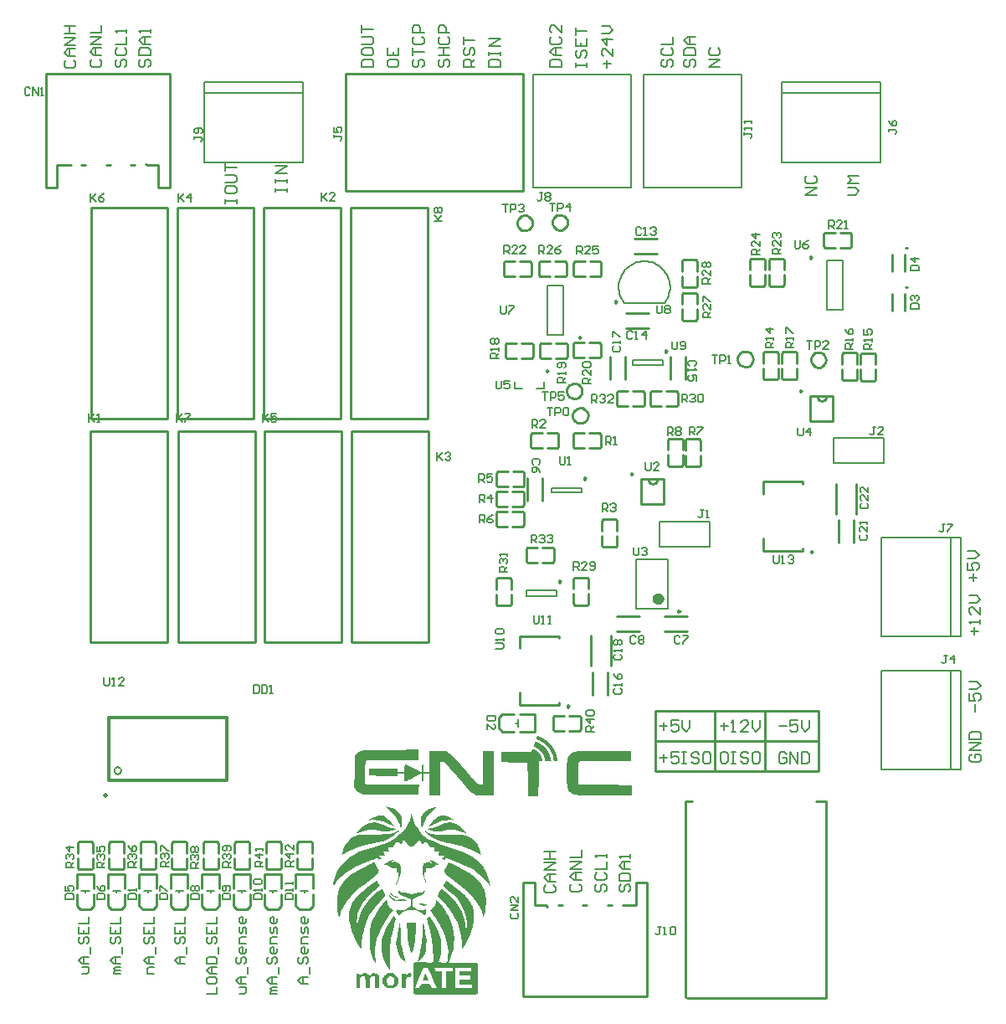
<source format=gto>
G04*
G04 #@! TF.GenerationSoftware,Altium Limited,Altium Designer,20.0.2 (26)*
G04*
G04 Layer_Color=65535*
%FSLAX25Y25*%
%MOIN*%
G70*
G01*
G75*
%ADD10C,0.01016*%
%ADD11C,0.00984*%
%ADD12C,0.01000*%
%ADD13C,0.02362*%
%ADD14C,0.00787*%
%ADD15C,0.00800*%
%ADD16C,0.02000*%
%ADD17C,0.00591*%
%ADD18C,0.00799*%
%ADD19C,0.01200*%
%ADD20C,0.00600*%
G36*
X212793Y-288700D02*
X212819Y-288701D01*
X212845Y-288703D01*
X212872Y-288706D01*
X212901Y-288710D01*
X212930Y-288715D01*
X212961Y-288720D01*
X212993Y-288727D01*
X213025Y-288735D01*
X213059Y-288744D01*
X213094Y-288753D01*
X213130Y-288764D01*
X213168Y-288776D01*
X213207Y-288788D01*
X213247Y-288802D01*
X213288Y-288816D01*
X213331Y-288831D01*
X213375Y-288848D01*
X213420Y-288865D01*
X213467Y-288883D01*
X213515Y-288902D01*
X213565Y-288923D01*
X213616Y-288944D01*
X213669Y-288966D01*
X213723Y-288989D01*
X213779Y-289013D01*
X213837Y-289038D01*
X213896Y-289064D01*
X213956Y-289090D01*
X214019Y-289118D01*
X214083Y-289147D01*
X214148Y-289177D01*
X214229Y-289213D01*
X214309Y-289251D01*
X214389Y-289289D01*
X214468Y-289327D01*
X214547Y-289366D01*
X214625Y-289405D01*
X214703Y-289445D01*
X214781Y-289486D01*
X214858Y-289527D01*
X214934Y-289568D01*
X215010Y-289611D01*
X215086Y-289653D01*
X215162Y-289696D01*
X215237Y-289740D01*
X215311Y-289784D01*
X215385Y-289829D01*
X215459Y-289874D01*
X215532Y-289919D01*
X215604Y-289966D01*
X215677Y-290012D01*
X215749Y-290059D01*
X215820Y-290107D01*
X215891Y-290155D01*
X215961Y-290204D01*
X216031Y-290253D01*
X216101Y-290302D01*
X216170Y-290352D01*
X216238Y-290403D01*
X216306Y-290454D01*
X216374Y-290506D01*
X216441Y-290558D01*
X216508Y-290610D01*
X216574Y-290663D01*
X216640Y-290716D01*
X216705Y-290770D01*
X216770Y-290825D01*
X216835Y-290879D01*
X216899Y-290935D01*
X216962Y-290990D01*
X217025Y-291047D01*
X217088Y-291103D01*
X217149Y-291160D01*
X217211Y-291218D01*
X217272Y-291276D01*
X217333Y-291335D01*
X217393Y-291393D01*
X217452Y-291453D01*
X217511Y-291513D01*
X217570Y-291573D01*
X217628Y-291634D01*
X217686Y-291695D01*
X217743Y-291756D01*
X217799Y-291818D01*
X217855Y-291881D01*
X217911Y-291944D01*
X217966Y-292007D01*
X218021Y-292071D01*
X218075Y-292135D01*
X218128Y-292199D01*
X218181Y-292264D01*
X218234Y-292330D01*
X218286Y-292395D01*
X218337Y-292462D01*
X218388Y-292528D01*
X218439Y-292595D01*
X218489Y-292663D01*
X218538Y-292731D01*
X218587Y-292799D01*
X218636Y-292867D01*
X218684Y-292937D01*
X218731Y-293006D01*
X218778Y-293076D01*
X218824Y-293146D01*
X218870Y-293217D01*
X218915Y-293288D01*
X218960Y-293359D01*
X219004Y-293431D01*
X219047Y-293503D01*
X219091Y-293576D01*
X219133Y-293649D01*
X219175Y-293722D01*
X219217Y-293796D01*
X219257Y-293870D01*
X219298Y-293944D01*
X219338Y-294019D01*
X219377Y-294094D01*
X219416Y-294170D01*
X219454Y-294246D01*
X219492Y-294322D01*
X219529Y-294399D01*
X219565Y-294476D01*
X219601Y-294553D01*
X219637Y-294631D01*
X219671Y-294709D01*
X219706Y-294787D01*
X219739Y-294866D01*
X219773Y-294945D01*
X219805Y-295024D01*
X219837Y-295104D01*
X219868Y-295184D01*
X219899Y-295265D01*
X219930Y-295346D01*
X219959Y-295427D01*
X219989Y-295508D01*
X220017Y-295590D01*
X220045Y-295672D01*
X220073Y-295755D01*
X220099Y-295837D01*
X220126Y-295920D01*
X220151Y-296004D01*
X220176Y-296088D01*
X220201Y-296171D01*
X220225Y-296256D01*
X220248Y-296340D01*
X220271Y-296426D01*
X220293Y-296511D01*
X220314Y-296596D01*
X220335Y-296682D01*
X220356Y-296768D01*
X220375Y-296855D01*
X220394Y-296942D01*
X220413Y-297029D01*
X220431Y-297116D01*
X220448Y-297204D01*
X220465Y-297292D01*
X220481Y-297380D01*
X220496Y-297469D01*
X220511Y-297557D01*
X220684Y-298615D01*
X219202D01*
X219052Y-298055D01*
X219036Y-297995D01*
X219021Y-297931D01*
X219007Y-297863D01*
X218993Y-297792D01*
X218980Y-297719D01*
X218967Y-297644D01*
X218955Y-297568D01*
X218944Y-297491D01*
X218934Y-297413D01*
X218925Y-297337D01*
X218917Y-297261D01*
X218911Y-297187D01*
X218905Y-297116D01*
X218901Y-297047D01*
X218899Y-296981D01*
X218898Y-296920D01*
X218897Y-296874D01*
X218894Y-296826D01*
X218889Y-296777D01*
X218883Y-296726D01*
X218875Y-296673D01*
X218865Y-296618D01*
X218854Y-296562D01*
X218842Y-296505D01*
X218827Y-296446D01*
X218812Y-296385D01*
X218794Y-296324D01*
X218776Y-296261D01*
X218756Y-296196D01*
X218735Y-296131D01*
X218712Y-296064D01*
X218688Y-295997D01*
X218662Y-295928D01*
X218636Y-295859D01*
X218608Y-295788D01*
X218579Y-295717D01*
X218548Y-295645D01*
X218517Y-295572D01*
X218484Y-295498D01*
X218450Y-295424D01*
X218416Y-295349D01*
X218380Y-295274D01*
X218343Y-295198D01*
X218305Y-295122D01*
X218267Y-295045D01*
X218227Y-294968D01*
X218186Y-294891D01*
X218145Y-294813D01*
X218103Y-294736D01*
X218060Y-294658D01*
X218016Y-294580D01*
X217971Y-294502D01*
X217926Y-294425D01*
X217880Y-294347D01*
X217833Y-294270D01*
X217786Y-294193D01*
X217738Y-294115D01*
X217689Y-294039D01*
X217640Y-293963D01*
X217591Y-293887D01*
X217541Y-293811D01*
X217490Y-293737D01*
X217439Y-293662D01*
X217388Y-293589D01*
X217336Y-293516D01*
X217284Y-293444D01*
X217232Y-293372D01*
X217179Y-293302D01*
X217126Y-293232D01*
X217073Y-293164D01*
X217020Y-293096D01*
X216966Y-293030D01*
X216913Y-292964D01*
X216859Y-292900D01*
X216805Y-292837D01*
X216751Y-292775D01*
X216697Y-292715D01*
X216643Y-292656D01*
X216589Y-292599D01*
X216535Y-292543D01*
X216478Y-292484D01*
X216417Y-292425D01*
X216353Y-292365D01*
X216285Y-292303D01*
X216215Y-292241D01*
X216143Y-292177D01*
X216067Y-292113D01*
X215990Y-292048D01*
X215910Y-291983D01*
X215828Y-291918D01*
X215745Y-291852D01*
X215659Y-291786D01*
X215573Y-291721D01*
X215484Y-291655D01*
X215395Y-291589D01*
X215305Y-291525D01*
X215214Y-291460D01*
X215122Y-291396D01*
X215030Y-291333D01*
X214938Y-291271D01*
X214845Y-291210D01*
X214753Y-291150D01*
X214661Y-291091D01*
X214569Y-291034D01*
X214477Y-290978D01*
X214387Y-290924D01*
X214297Y-290871D01*
X214208Y-290820D01*
X214121Y-290771D01*
X214035Y-290725D01*
X213951Y-290680D01*
X213868Y-290638D01*
X213549Y-290478D01*
X213249Y-290327D01*
X212975Y-290189D01*
X212734Y-290066D01*
X212532Y-289963D01*
X212377Y-289882D01*
X212274Y-289827D01*
X212231Y-289803D01*
X212227Y-289795D01*
X212224Y-289783D01*
X212222Y-289765D01*
X212222Y-289742D01*
X212224Y-289715D01*
X212227Y-289684D01*
X212231Y-289649D01*
X212237Y-289610D01*
X212243Y-289569D01*
X212251Y-289524D01*
X212261Y-289476D01*
X212271Y-289426D01*
X212282Y-289375D01*
X212295Y-289321D01*
X212308Y-289266D01*
X212323Y-289210D01*
X212331Y-289179D01*
X212339Y-289149D01*
X212348Y-289120D01*
X212357Y-289092D01*
X212366Y-289065D01*
X212375Y-289038D01*
X212384Y-289013D01*
X212393Y-288989D01*
X212403Y-288966D01*
X212414Y-288944D01*
X212424Y-288922D01*
X212435Y-288902D01*
X212446Y-288883D01*
X212458Y-288864D01*
X212470Y-288847D01*
X212483Y-288831D01*
X212495Y-288815D01*
X212509Y-288801D01*
X212523Y-288787D01*
X212538Y-288775D01*
X212553Y-288763D01*
X212569Y-288753D01*
X212586Y-288743D01*
X212603Y-288734D01*
X212621Y-288727D01*
X212640Y-288720D01*
X212659Y-288714D01*
X212679Y-288709D01*
X212700Y-288706D01*
X212722Y-288703D01*
X212745Y-288701D01*
X212769Y-288700D01*
X212793Y-288700D01*
D02*
G37*
G36*
X211987Y-290901D02*
X212013Y-290904D01*
X212042Y-290908D01*
X212072Y-290913D01*
X212105Y-290920D01*
X212139Y-290928D01*
X212175Y-290938D01*
X212213Y-290949D01*
X212253Y-290962D01*
X212294Y-290976D01*
X212337Y-290991D01*
X212381Y-291007D01*
X212427Y-291025D01*
X212474Y-291044D01*
X212523Y-291064D01*
X212573Y-291085D01*
X212624Y-291107D01*
X212676Y-291130D01*
X212730Y-291155D01*
X212785Y-291180D01*
X212840Y-291206D01*
X212897Y-291233D01*
X212954Y-291261D01*
X213012Y-291290D01*
X213071Y-291320D01*
X213131Y-291351D01*
X213192Y-291382D01*
X213253Y-291414D01*
X213314Y-291447D01*
X213376Y-291481D01*
X213439Y-291515D01*
X213502Y-291550D01*
X213565Y-291585D01*
X213628Y-291621D01*
X213692Y-291657D01*
X213756Y-291694D01*
X213820Y-291731D01*
X213883Y-291769D01*
X213947Y-291807D01*
X214011Y-291846D01*
X214075Y-291885D01*
X214138Y-291924D01*
X214201Y-291963D01*
X214264Y-292003D01*
X214327Y-292042D01*
X214389Y-292082D01*
X214450Y-292122D01*
X214511Y-292163D01*
X214571Y-292203D01*
X214631Y-292243D01*
X214690Y-292283D01*
X214748Y-292323D01*
X214805Y-292364D01*
X214862Y-292404D01*
X214917Y-292443D01*
X214971Y-292483D01*
X215025Y-292523D01*
X215077Y-292562D01*
X215128Y-292601D01*
X215178Y-292640D01*
X215226Y-292678D01*
X215273Y-292716D01*
X215319Y-292754D01*
X215363Y-292791D01*
X215414Y-292836D01*
X215466Y-292883D01*
X215518Y-292932D01*
X215570Y-292983D01*
X215622Y-293036D01*
X215674Y-293090D01*
X215727Y-293147D01*
X215780Y-293205D01*
X215832Y-293265D01*
X215885Y-293327D01*
X215938Y-293390D01*
X215991Y-293455D01*
X216043Y-293521D01*
X216096Y-293589D01*
X216148Y-293658D01*
X216201Y-293729D01*
X216253Y-293801D01*
X216305Y-293874D01*
X216357Y-293948D01*
X216409Y-294023D01*
X216460Y-294100D01*
X216511Y-294178D01*
X216562Y-294256D01*
X216612Y-294336D01*
X216662Y-294416D01*
X216712Y-294497D01*
X216761Y-294579D01*
X216810Y-294662D01*
X216858Y-294745D01*
X216905Y-294829D01*
X216953Y-294914D01*
X216999Y-294999D01*
X217045Y-295085D01*
X217090Y-295171D01*
X217135Y-295257D01*
X217179Y-295344D01*
X217222Y-295430D01*
X217265Y-295518D01*
X217306Y-295605D01*
X217347Y-295692D01*
X217387Y-295780D01*
X217426Y-295867D01*
X217465Y-295954D01*
X217502Y-296041D01*
X217538Y-296129D01*
X217574Y-296215D01*
X217608Y-296302D01*
X217642Y-296388D01*
X217674Y-296474D01*
X217705Y-296560D01*
X217735Y-296644D01*
X217764Y-296729D01*
X217792Y-296813D01*
X217819Y-296896D01*
X217844Y-296979D01*
X217868Y-297060D01*
X217891Y-297141D01*
X217913Y-297222D01*
X217933Y-297301D01*
X217952Y-297379D01*
X217969Y-297457D01*
X217985Y-297533D01*
X218000Y-297608D01*
X218012Y-297682D01*
X218168Y-298615D01*
X215708D01*
X215543Y-297516D01*
X215532Y-297450D01*
X215521Y-297384D01*
X215507Y-297318D01*
X215493Y-297252D01*
X215477Y-297186D01*
X215460Y-297119D01*
X215442Y-297053D01*
X215422Y-296986D01*
X215402Y-296919D01*
X215380Y-296852D01*
X215357Y-296786D01*
X215332Y-296719D01*
X215307Y-296652D01*
X215280Y-296585D01*
X215252Y-296518D01*
X215223Y-296451D01*
X215193Y-296384D01*
X215162Y-296318D01*
X215129Y-296251D01*
X215096Y-296184D01*
X215062Y-296118D01*
X215026Y-296052D01*
X214989Y-295986D01*
X214952Y-295920D01*
X214913Y-295854D01*
X214873Y-295789D01*
X214833Y-295723D01*
X214791Y-295658D01*
X214748Y-295594D01*
X214705Y-295529D01*
X214660Y-295465D01*
X214614Y-295401D01*
X214568Y-295338D01*
X214521Y-295275D01*
X214472Y-295212D01*
X214423Y-295149D01*
X214373Y-295088D01*
X214322Y-295026D01*
X214270Y-294965D01*
X214218Y-294904D01*
X214164Y-294844D01*
X214110Y-294785D01*
X214055Y-294726D01*
X214000Y-294667D01*
X213943Y-294609D01*
X213886Y-294551D01*
X213828Y-294495D01*
X213769Y-294439D01*
X213709Y-294383D01*
X213649Y-294328D01*
X213588Y-294273D01*
X213527Y-294220D01*
X213464Y-294167D01*
X213401Y-294115D01*
X213338Y-294063D01*
X213274Y-294012D01*
X213209Y-293962D01*
X213143Y-293913D01*
X213077Y-293865D01*
X213011Y-293817D01*
X212943Y-293771D01*
X212876Y-293725D01*
X212807Y-293679D01*
X212739Y-293635D01*
X212503Y-293488D01*
X212274Y-293347D01*
X212056Y-293216D01*
X211856Y-293099D01*
X211678Y-292998D01*
X211530Y-292917D01*
X211416Y-292859D01*
X211342Y-292827D01*
X211328Y-292821D01*
X211315Y-292813D01*
X211303Y-292804D01*
X211292Y-292793D01*
X211282Y-292780D01*
X211273Y-292765D01*
X211266Y-292748D01*
X211259Y-292730D01*
X211254Y-292710D01*
X211249Y-292688D01*
X211246Y-292665D01*
X211244Y-292640D01*
X211243Y-292613D01*
X211243Y-292585D01*
X211244Y-292555D01*
X211246Y-292524D01*
X211249Y-292491D01*
X211253Y-292456D01*
X211259Y-292420D01*
X211265Y-292383D01*
X211273Y-292343D01*
X211281Y-292303D01*
X211291Y-292261D01*
X211302Y-292218D01*
X211314Y-292173D01*
X211327Y-292127D01*
X211340Y-292079D01*
X211355Y-292031D01*
X211372Y-291980D01*
X211389Y-291929D01*
X211407Y-291876D01*
X211426Y-291822D01*
X211497Y-291637D01*
X211572Y-291464D01*
X211647Y-291308D01*
X211722Y-291171D01*
X211792Y-291058D01*
X211858Y-290973D01*
X211915Y-290919D01*
X211963Y-290900D01*
X211987Y-290901D01*
D02*
G37*
G36*
X165263Y-296251D02*
Y-298366D01*
X144576D01*
X144318Y-298848D01*
X144315Y-298854D01*
X144311Y-298862D01*
X144308Y-298869D01*
X144304Y-298878D01*
X144301Y-298887D01*
X144298Y-298897D01*
X144294Y-298907D01*
X144291Y-298918D01*
X144288Y-298929D01*
X144284Y-298941D01*
X144281Y-298954D01*
X144278Y-298967D01*
X144274Y-298980D01*
X144271Y-298994D01*
X144268Y-299009D01*
X144265Y-299024D01*
X144261Y-299040D01*
X144258Y-299057D01*
X144255Y-299073D01*
X144252Y-299091D01*
X144249Y-299109D01*
X144246Y-299127D01*
X144243Y-299146D01*
X144239Y-299166D01*
X144236Y-299185D01*
X144233Y-299206D01*
X144230Y-299227D01*
X144227Y-299249D01*
X144224Y-299271D01*
X144221Y-299293D01*
X144219Y-299316D01*
X144216Y-299339D01*
X144213Y-299363D01*
X144210Y-299388D01*
X144207Y-299413D01*
X144204Y-299438D01*
X144201Y-299464D01*
X144198Y-299490D01*
X144196Y-299517D01*
X144193Y-299544D01*
X144190Y-299571D01*
X144187Y-299600D01*
X144185Y-299628D01*
X144182Y-299657D01*
X144179Y-299687D01*
X144177Y-299716D01*
X144174Y-299747D01*
X144172Y-299777D01*
X144169Y-299808D01*
X144167Y-299840D01*
X144164Y-299872D01*
X144161Y-299904D01*
X144159Y-299937D01*
X144157Y-299970D01*
X144154Y-300004D01*
X144152Y-300038D01*
X144149Y-300072D01*
X144147Y-300107D01*
X144145Y-300142D01*
X144142Y-300177D01*
X144140Y-300213D01*
X144138Y-300249D01*
X144136Y-300286D01*
X144134Y-300323D01*
X144132Y-300360D01*
X144129Y-300398D01*
X144127Y-300436D01*
X144125Y-300474D01*
X144123Y-300513D01*
X144121Y-300552D01*
X144119Y-300591D01*
X144117Y-300631D01*
X144115Y-300671D01*
X144113Y-300712D01*
X144112Y-300752D01*
X144110Y-300794D01*
X144108Y-300835D01*
X144106Y-300877D01*
X144104Y-300919D01*
X144103Y-300961D01*
X144101Y-301004D01*
X144099Y-301046D01*
X144098Y-301090D01*
X144096Y-301133D01*
X144094Y-301177D01*
X144093Y-301221D01*
X144091Y-301265D01*
X144090Y-301310D01*
X144088Y-301355D01*
X144087Y-301400D01*
X144086Y-301445D01*
X144084Y-301491D01*
X144083Y-301537D01*
X144082Y-301583D01*
X144080Y-301629D01*
X144079Y-301676D01*
X144078Y-301723D01*
X144077Y-301770D01*
X144076Y-301818D01*
X144075Y-301865D01*
X144074Y-301913D01*
X144073Y-301961D01*
X144072Y-302009D01*
X144071Y-302058D01*
X144070Y-302107D01*
X144069Y-302155D01*
X144068Y-302205D01*
X144068Y-302254D01*
X144067Y-302304D01*
X144066Y-302353D01*
X144065Y-302403D01*
X144065Y-302453D01*
X144064Y-302504D01*
X144063Y-302554D01*
X144063Y-302605D01*
X144062Y-302656D01*
X144062Y-302707D01*
X144062Y-302758D01*
X144061Y-302809D01*
X144061Y-302860D01*
X144061Y-302912D01*
X144060Y-302964D01*
X144060Y-303016D01*
X144060Y-303068D01*
X144060Y-303120D01*
X144060Y-303172D01*
X144060Y-303225D01*
X144060Y-303277D01*
Y-307225D01*
X144359Y-307524D01*
X144658Y-307823D01*
X165532D01*
X165460Y-309876D01*
X165387Y-311929D01*
X143187D01*
X141956Y-311307D01*
X141881Y-311268D01*
X141807Y-311229D01*
X141735Y-311189D01*
X141664Y-311149D01*
X141594Y-311108D01*
X141526Y-311066D01*
X141459Y-311024D01*
X141393Y-310981D01*
X141329Y-310938D01*
X141267Y-310895D01*
X141205Y-310850D01*
X141146Y-310806D01*
X141087Y-310760D01*
X141030Y-310715D01*
X140975Y-310668D01*
X140921Y-310622D01*
X140868Y-310574D01*
X140817Y-310527D01*
X140768Y-310479D01*
X140719Y-310430D01*
X140673Y-310381D01*
X140628Y-310331D01*
X140584Y-310281D01*
X140542Y-310231D01*
X140502Y-310180D01*
X140463Y-310129D01*
X140426Y-310078D01*
X140390Y-310026D01*
X140356Y-309973D01*
X140323Y-309920D01*
X140293Y-309867D01*
X140263Y-309814D01*
X139800Y-308943D01*
X139872Y-302846D01*
X139944Y-296749D01*
X140417Y-296052D01*
X140445Y-296011D01*
X140473Y-295972D01*
X140503Y-295933D01*
X140532Y-295894D01*
X140562Y-295856D01*
X140594Y-295818D01*
X140625Y-295781D01*
X140657Y-295744D01*
X140690Y-295707D01*
X140724Y-295671D01*
X140758Y-295636D01*
X140793Y-295601D01*
X140829Y-295566D01*
X140865Y-295532D01*
X140902Y-295498D01*
X140940Y-295465D01*
X140978Y-295432D01*
X141017Y-295399D01*
X141057Y-295367D01*
X141097Y-295336D01*
X141138Y-295305D01*
X141179Y-295274D01*
X141222Y-295244D01*
X141265Y-295214D01*
X141308Y-295185D01*
X141353Y-295156D01*
X141398Y-295128D01*
X141443Y-295100D01*
X141490Y-295072D01*
X141536Y-295045D01*
X141584Y-295019D01*
X141632Y-294992D01*
X141681Y-294967D01*
X141731Y-294941D01*
X141781Y-294917D01*
X141832Y-294892D01*
X141884Y-294868D01*
X141936Y-294845D01*
X141990Y-294822D01*
X142043Y-294799D01*
X142098Y-294777D01*
X142153Y-294755D01*
X142208Y-294734D01*
X142265Y-294713D01*
X142322Y-294692D01*
X142380Y-294672D01*
X142438Y-294653D01*
X142497Y-294634D01*
X142557Y-294615D01*
X142618Y-294597D01*
X142679Y-294579D01*
X142741Y-294562D01*
X142803Y-294545D01*
X142867Y-294528D01*
X142930Y-294512D01*
X142995Y-294497D01*
X143060Y-294481D01*
X143126Y-294467D01*
X143193Y-294453D01*
X143260Y-294439D01*
X143328Y-294425D01*
X143397Y-294412D01*
X143466Y-294400D01*
X143537Y-294388D01*
X143544Y-294386D01*
X143552Y-294385D01*
X143561Y-294384D01*
X143570Y-294383D01*
X143579Y-294381D01*
X143588Y-294380D01*
X143598Y-294379D01*
X143609Y-294378D01*
X143620Y-294376D01*
X143631Y-294375D01*
X143643Y-294374D01*
X143655Y-294373D01*
X143667Y-294372D01*
X143680Y-294370D01*
X143693Y-294369D01*
X143707Y-294368D01*
X143721Y-294367D01*
X143735Y-294365D01*
X143750Y-294364D01*
X143765Y-294363D01*
X143781Y-294362D01*
X143797Y-294360D01*
X143813Y-294359D01*
X143830Y-294358D01*
X143847Y-294357D01*
X143864Y-294356D01*
X143882Y-294354D01*
X143900Y-294353D01*
X143919Y-294352D01*
X143938Y-294351D01*
X143957Y-294349D01*
X143977Y-294348D01*
X143997Y-294347D01*
X144018Y-294346D01*
X144038Y-294344D01*
X144059Y-294343D01*
X144081Y-294342D01*
X144103Y-294341D01*
X144125Y-294340D01*
X144148Y-294338D01*
X144171Y-294337D01*
X144194Y-294336D01*
X144218Y-294335D01*
X144242Y-294334D01*
X144266Y-294333D01*
X144291Y-294331D01*
X144316Y-294330D01*
X144341Y-294329D01*
X144367Y-294328D01*
X144393Y-294327D01*
X144420Y-294325D01*
X144446Y-294324D01*
X144474Y-294323D01*
X144501Y-294322D01*
X144529Y-294321D01*
X144557Y-294320D01*
X144585Y-294318D01*
X144614Y-294317D01*
X144643Y-294316D01*
X144673Y-294315D01*
X144702Y-294314D01*
X144733Y-294313D01*
X144763Y-294311D01*
X144794Y-294310D01*
X144825Y-294309D01*
X144856Y-294308D01*
X144888Y-294307D01*
X144920Y-294306D01*
X144952Y-294304D01*
X144985Y-294303D01*
X145018Y-294302D01*
X145051Y-294301D01*
X145085Y-294300D01*
X145119Y-294299D01*
X145153Y-294298D01*
X145188Y-294297D01*
X145222Y-294295D01*
X145257Y-294294D01*
X145293Y-294293D01*
X145329Y-294292D01*
X145365Y-294291D01*
X145401Y-294290D01*
X145438Y-294289D01*
X145475Y-294288D01*
X145512Y-294286D01*
X145549Y-294285D01*
X145587Y-294284D01*
X145625Y-294283D01*
X145664Y-294282D01*
X145702Y-294281D01*
X145741Y-294280D01*
X145780Y-294279D01*
X145820Y-294278D01*
X145860Y-294277D01*
X145900Y-294276D01*
X145940Y-294275D01*
X145981Y-294274D01*
X146022Y-294272D01*
X146063Y-294271D01*
X146104Y-294270D01*
X146146Y-294269D01*
X146188Y-294268D01*
X146230Y-294267D01*
X146273Y-294266D01*
X146316Y-294265D01*
X146359Y-294264D01*
X146402Y-294263D01*
X146445Y-294262D01*
X146489Y-294261D01*
X146533Y-294260D01*
X146578Y-294259D01*
X146622Y-294258D01*
X146667Y-294257D01*
X146712Y-294256D01*
X146757Y-294255D01*
X146803Y-294254D01*
X146849Y-294253D01*
X146895Y-294252D01*
X146941Y-294251D01*
X146988Y-294250D01*
X147035Y-294249D01*
X147082Y-294248D01*
X147129Y-294247D01*
X147177Y-294246D01*
X147224Y-294245D01*
X147272Y-294244D01*
X147321Y-294243D01*
X147369Y-294242D01*
X147418Y-294241D01*
X147467Y-294240D01*
X147516Y-294240D01*
X147565Y-294239D01*
X147615Y-294238D01*
X147665Y-294237D01*
X147715Y-294236D01*
X147765Y-294235D01*
X147816Y-294234D01*
X147866Y-294233D01*
X147917Y-294232D01*
X147968Y-294231D01*
X148020Y-294231D01*
X148071Y-294230D01*
X148123Y-294229D01*
X148175Y-294228D01*
X148227Y-294227D01*
X148280Y-294226D01*
X148332Y-294225D01*
X148385Y-294224D01*
X148438Y-294223D01*
X148491Y-294223D01*
X148545Y-294222D01*
X148598Y-294221D01*
X148652Y-294220D01*
X148706Y-294219D01*
X148760Y-294218D01*
X148814Y-294218D01*
X148869Y-294217D01*
X148924Y-294216D01*
X148979Y-294215D01*
X149034Y-294214D01*
X149089Y-294214D01*
X149145Y-294213D01*
X149200Y-294212D01*
X149256Y-294211D01*
X149312Y-294210D01*
X149368Y-294210D01*
X149425Y-294209D01*
X149481Y-294208D01*
X149538Y-294207D01*
X149595Y-294207D01*
X149652Y-294206D01*
X149709Y-294205D01*
X149767Y-294204D01*
X149824Y-294204D01*
X149882Y-294203D01*
X149940Y-294202D01*
X149998Y-294201D01*
X150056Y-294201D01*
X150115Y-294200D01*
X150173Y-294199D01*
X150232Y-294199D01*
X150291Y-294198D01*
X150350Y-294197D01*
X150409Y-294197D01*
X150468Y-294196D01*
X150528Y-294195D01*
X150587Y-294195D01*
X150647Y-294194D01*
X150707Y-294193D01*
X150767Y-294193D01*
X150827Y-294192D01*
X150887Y-294192D01*
X150948Y-294191D01*
X151008Y-294190D01*
X151069Y-294190D01*
X151130Y-294189D01*
X151191Y-294188D01*
X151252Y-294188D01*
X151313Y-294187D01*
X151375Y-294187D01*
X151436Y-294186D01*
X151498Y-294185D01*
X151559Y-294185D01*
X151621Y-294184D01*
X151683Y-294184D01*
X151745Y-294183D01*
X151808Y-294183D01*
X151870Y-294182D01*
X151933Y-294182D01*
X151995Y-294181D01*
X152058Y-294181D01*
X152121Y-294180D01*
X152184Y-294180D01*
X152247Y-294179D01*
X152310Y-294179D01*
X152373Y-294178D01*
X152436Y-294178D01*
X152500Y-294177D01*
X152563Y-294177D01*
X152627Y-294176D01*
X152691Y-294176D01*
X152755Y-294176D01*
X152819Y-294175D01*
X152883Y-294175D01*
X152947Y-294174D01*
X153011Y-294174D01*
X153075Y-294173D01*
X153140Y-294173D01*
X153204Y-294173D01*
X153269Y-294172D01*
X153333Y-294172D01*
X153398Y-294172D01*
X153463Y-294171D01*
X153528Y-294171D01*
X153593Y-294170D01*
X153658Y-294170D01*
X153723Y-294170D01*
X153788Y-294169D01*
X153853Y-294169D01*
X153919Y-294169D01*
X153984Y-294168D01*
X154050Y-294168D01*
X154115Y-294168D01*
X154181Y-294168D01*
X154247Y-294167D01*
X154312Y-294167D01*
X154378Y-294167D01*
X154444Y-294167D01*
X154510Y-294166D01*
X154576Y-294166D01*
X154642Y-294166D01*
X154708Y-294166D01*
X154774Y-294165D01*
X154841Y-294165D01*
X154907Y-294165D01*
X154973Y-294165D01*
X165263Y-294136D01*
Y-296251D01*
D02*
G37*
G36*
X250075Y-296624D02*
Y-298615D01*
X229716D01*
X229288Y-298927D01*
X228860Y-299239D01*
X228928Y-303593D01*
X228997Y-307947D01*
X239598Y-308072D01*
X250200Y-308196D01*
Y-310187D01*
Y-312178D01*
X239386Y-312243D01*
X238738Y-312246D01*
X238107Y-312249D01*
X237494Y-312251D01*
X236897Y-312253D01*
X236317Y-312254D01*
X235754Y-312255D01*
X235209Y-312254D01*
X234682Y-312253D01*
X234171Y-312252D01*
X233679Y-312250D01*
X233204Y-312247D01*
X232748Y-312243D01*
X232310Y-312239D01*
X231889Y-312235D01*
X231488Y-312229D01*
X231104Y-312223D01*
X230740Y-312217D01*
X230394Y-312210D01*
X230067Y-312202D01*
X229759Y-312193D01*
X229470Y-312184D01*
X229201Y-312175D01*
X228951Y-312164D01*
X228720Y-312154D01*
X228510Y-312142D01*
X228319Y-312130D01*
X228148Y-312118D01*
X227997Y-312104D01*
X227866Y-312090D01*
X227755Y-312076D01*
X227665Y-312061D01*
X227596Y-312046D01*
X227545Y-312031D01*
X227492Y-312015D01*
X227438Y-311997D01*
X227382Y-311978D01*
X227326Y-311957D01*
X227268Y-311934D01*
X227209Y-311910D01*
X227150Y-311885D01*
X227090Y-311858D01*
X227029Y-311830D01*
X226967Y-311802D01*
X226906Y-311771D01*
X226844Y-311740D01*
X226781Y-311708D01*
X226719Y-311675D01*
X226657Y-311641D01*
X226595Y-311607D01*
X226533Y-311572D01*
X226472Y-311536D01*
X226412Y-311499D01*
X226352Y-311462D01*
X226292Y-311424D01*
X226234Y-311386D01*
X226177Y-311348D01*
X226121Y-311310D01*
X226066Y-311271D01*
X226012Y-311232D01*
X225960Y-311193D01*
X225910Y-311154D01*
X225861Y-311115D01*
X225814Y-311076D01*
X225769Y-311038D01*
X224918Y-310292D01*
X224650Y-309045D01*
X224634Y-308966D01*
X224619Y-308877D01*
X224604Y-308780D01*
X224590Y-308674D01*
X224576Y-308560D01*
X224562Y-308438D01*
X224549Y-308309D01*
X224537Y-308172D01*
X224525Y-308029D01*
X224514Y-307879D01*
X224503Y-307723D01*
X224492Y-307560D01*
X224482Y-307392D01*
X224473Y-307218D01*
X224464Y-307039D01*
X224456Y-306855D01*
X224448Y-306666D01*
X224441Y-306473D01*
X224434Y-306276D01*
X224427Y-306076D01*
X224421Y-305871D01*
X224416Y-305664D01*
X224411Y-305453D01*
X224407Y-305241D01*
X224403Y-305025D01*
X224399Y-304808D01*
X224396Y-304589D01*
X224394Y-304369D01*
X224392Y-304147D01*
X224391Y-303925D01*
X224390Y-303702D01*
X224390Y-303478D01*
X224390Y-303255D01*
X224390Y-303032D01*
X224392Y-302810D01*
X224393Y-302588D01*
X224395Y-302368D01*
X224398Y-302149D01*
X224401Y-301932D01*
X224405Y-301716D01*
X224409Y-301503D01*
X224414Y-301293D01*
X224419Y-301086D01*
X224425Y-300882D01*
X224431Y-300681D01*
X224437Y-300484D01*
X224445Y-300292D01*
X224452Y-300103D01*
X224461Y-299919D01*
X224469Y-299741D01*
X224478Y-299567D01*
X224488Y-299399D01*
X224498Y-299236D01*
X224509Y-299080D01*
X224520Y-298931D01*
X224532Y-298787D01*
X224544Y-298651D01*
X224557Y-298522D01*
X224570Y-298401D01*
X224584Y-298287D01*
X224599Y-298182D01*
X224613Y-298085D01*
X224629Y-297996D01*
X224644Y-297917D01*
X224907Y-296697D01*
X225728Y-295903D01*
X225815Y-295821D01*
X225908Y-295739D01*
X226004Y-295658D01*
X226104Y-295578D01*
X226206Y-295499D01*
X226310Y-295423D01*
X226416Y-295349D01*
X226521Y-295279D01*
X226625Y-295212D01*
X226729Y-295149D01*
X226830Y-295092D01*
X226928Y-295039D01*
X227022Y-294992D01*
X227112Y-294952D01*
X227196Y-294919D01*
X227274Y-294893D01*
X227279Y-294891D01*
X227284Y-294890D01*
X227290Y-294888D01*
X227296Y-294887D01*
X227303Y-294885D01*
X227310Y-294884D01*
X227318Y-294883D01*
X227326Y-294881D01*
X227334Y-294880D01*
X227343Y-294879D01*
X227352Y-294877D01*
X227362Y-294876D01*
X227372Y-294875D01*
X227383Y-294873D01*
X227394Y-294872D01*
X227405Y-294870D01*
X227417Y-294869D01*
X227429Y-294868D01*
X227442Y-294866D01*
X227455Y-294865D01*
X227469Y-294864D01*
X227483Y-294862D01*
X227497Y-294861D01*
X227512Y-294859D01*
X227527Y-294858D01*
X227543Y-294857D01*
X227559Y-294855D01*
X227575Y-294854D01*
X227592Y-294853D01*
X227609Y-294851D01*
X227627Y-294850D01*
X227645Y-294849D01*
X227663Y-294847D01*
X227682Y-294846D01*
X227702Y-294845D01*
X227721Y-294843D01*
X227741Y-294842D01*
X227762Y-294841D01*
X227783Y-294839D01*
X227804Y-294838D01*
X227825Y-294837D01*
X227847Y-294835D01*
X227870Y-294834D01*
X227893Y-294833D01*
X227916Y-294831D01*
X227939Y-294830D01*
X227963Y-294829D01*
X227988Y-294827D01*
X228012Y-294826D01*
X228037Y-294825D01*
X228063Y-294824D01*
X228088Y-294822D01*
X228115Y-294821D01*
X228141Y-294820D01*
X228168Y-294818D01*
X228195Y-294817D01*
X228223Y-294816D01*
X228251Y-294814D01*
X228279Y-294813D01*
X228308Y-294812D01*
X228337Y-294811D01*
X228367Y-294809D01*
X228396Y-294808D01*
X228427Y-294807D01*
X228457Y-294806D01*
X228488Y-294804D01*
X228519Y-294803D01*
X228551Y-294802D01*
X228583Y-294800D01*
X228615Y-294799D01*
X228647Y-294798D01*
X228680Y-294797D01*
X228714Y-294796D01*
X228747Y-294794D01*
X228781Y-294793D01*
X228816Y-294792D01*
X228850Y-294791D01*
X228885Y-294789D01*
X228921Y-294788D01*
X228956Y-294787D01*
X228992Y-294786D01*
X229029Y-294785D01*
X229065Y-294783D01*
X229102Y-294782D01*
X229139Y-294781D01*
X229177Y-294780D01*
X229215Y-294779D01*
X229253Y-294777D01*
X229292Y-294776D01*
X229331Y-294775D01*
X229370Y-294774D01*
X229409Y-294773D01*
X229449Y-294772D01*
X229489Y-294770D01*
X229530Y-294769D01*
X229571Y-294768D01*
X229612Y-294767D01*
X229653Y-294766D01*
X229695Y-294765D01*
X229737Y-294763D01*
X229779Y-294762D01*
X229821Y-294761D01*
X229864Y-294760D01*
X229907Y-294759D01*
X229951Y-294758D01*
X229995Y-294757D01*
X230039Y-294756D01*
X230083Y-294755D01*
X230128Y-294753D01*
X230173Y-294752D01*
X230218Y-294751D01*
X230263Y-294750D01*
X230309Y-294749D01*
X230355Y-294748D01*
X230401Y-294747D01*
X230448Y-294746D01*
X230495Y-294745D01*
X230542Y-294744D01*
X230590Y-294743D01*
X230637Y-294742D01*
X230685Y-294741D01*
X230733Y-294740D01*
X230782Y-294739D01*
X230831Y-294738D01*
X230880Y-294737D01*
X230929Y-294735D01*
X230979Y-294734D01*
X231029Y-294733D01*
X231079Y-294732D01*
X231129Y-294731D01*
X231180Y-294730D01*
X231230Y-294729D01*
X231282Y-294728D01*
X231333Y-294727D01*
X231385Y-294726D01*
X231436Y-294725D01*
X231489Y-294724D01*
X231541Y-294724D01*
X231594Y-294723D01*
X231646Y-294722D01*
X231700Y-294721D01*
X231753Y-294720D01*
X231806Y-294719D01*
X231860Y-294718D01*
X231914Y-294717D01*
X231969Y-294716D01*
X232023Y-294715D01*
X232078Y-294714D01*
X232133Y-294713D01*
X232188Y-294712D01*
X232244Y-294711D01*
X232299Y-294711D01*
X232355Y-294710D01*
X232411Y-294709D01*
X232468Y-294708D01*
X232524Y-294707D01*
X232581Y-294706D01*
X232638Y-294706D01*
X232695Y-294705D01*
X232752Y-294704D01*
X232810Y-294703D01*
X232868Y-294702D01*
X232926Y-294701D01*
X232984Y-294701D01*
X233043Y-294700D01*
X233101Y-294699D01*
X233160Y-294698D01*
X233219Y-294697D01*
X233279Y-294696D01*
X233338Y-294696D01*
X233398Y-294695D01*
X233458Y-294694D01*
X233518Y-294693D01*
X233578Y-294693D01*
X233639Y-294692D01*
X233699Y-294691D01*
X233760Y-294690D01*
X233821Y-294690D01*
X233882Y-294689D01*
X233944Y-294688D01*
X234005Y-294688D01*
X234067Y-294687D01*
X234129Y-294686D01*
X234191Y-294685D01*
X234253Y-294685D01*
X234316Y-294684D01*
X234378Y-294683D01*
X234441Y-294683D01*
X234504Y-294682D01*
X234567Y-294681D01*
X234631Y-294681D01*
X234694Y-294680D01*
X234758Y-294679D01*
X234822Y-294679D01*
X234886Y-294678D01*
X234950Y-294678D01*
X235014Y-294677D01*
X235079Y-294676D01*
X235143Y-294676D01*
X235208Y-294675D01*
X235273Y-294675D01*
X235338Y-294674D01*
X235403Y-294674D01*
X235468Y-294673D01*
X235534Y-294672D01*
X235600Y-294672D01*
X235665Y-294671D01*
X235731Y-294671D01*
X235798Y-294670D01*
X235864Y-294670D01*
X235930Y-294669D01*
X235997Y-294669D01*
X236063Y-294668D01*
X236130Y-294668D01*
X236197Y-294667D01*
X236264Y-294667D01*
X236331Y-294667D01*
X236399Y-294666D01*
X236466Y-294666D01*
X236534Y-294665D01*
X236601Y-294665D01*
X236669Y-294664D01*
X236737Y-294664D01*
X236805Y-294664D01*
X236873Y-294663D01*
X236942Y-294663D01*
X237010Y-294662D01*
X237078Y-294662D01*
X237147Y-294662D01*
X237216Y-294661D01*
X237285Y-294661D01*
X237354Y-294660D01*
X237423Y-294660D01*
X237492Y-294660D01*
X237561Y-294659D01*
X237631Y-294659D01*
X237700Y-294659D01*
X237770Y-294659D01*
X237839Y-294658D01*
X237909Y-294658D01*
X237979Y-294658D01*
X238049Y-294657D01*
X238119Y-294657D01*
X238189Y-294657D01*
X238259Y-294657D01*
X238330Y-294657D01*
X238400Y-294656D01*
X238470Y-294656D01*
X238541Y-294656D01*
X238612Y-294656D01*
X238682Y-294656D01*
X238753Y-294655D01*
X238824Y-294655D01*
X238895Y-294655D01*
X238966Y-294655D01*
X239037Y-294655D01*
X250075Y-294633D01*
Y-296624D01*
D02*
G37*
G36*
X173224Y-294672D02*
X176696Y-294758D01*
X177777Y-295515D01*
X177791Y-295525D01*
X177806Y-295536D01*
X177822Y-295548D01*
X177838Y-295560D01*
X177855Y-295573D01*
X177872Y-295587D01*
X177891Y-295602D01*
X177910Y-295618D01*
X177929Y-295635D01*
X177949Y-295652D01*
X177970Y-295670D01*
X177992Y-295688D01*
X178014Y-295708D01*
X178037Y-295728D01*
X178060Y-295749D01*
X178084Y-295771D01*
X178108Y-295793D01*
X178133Y-295816D01*
X178159Y-295840D01*
X178185Y-295864D01*
X178212Y-295889D01*
X178240Y-295915D01*
X178268Y-295942D01*
X178296Y-295969D01*
X178326Y-295997D01*
X178355Y-296025D01*
X178385Y-296054D01*
X178416Y-296084D01*
X178448Y-296115D01*
X178479Y-296146D01*
X178512Y-296178D01*
X178545Y-296210D01*
X178578Y-296243D01*
X178612Y-296277D01*
X178646Y-296311D01*
X178681Y-296346D01*
X178717Y-296381D01*
X178752Y-296417D01*
X178789Y-296454D01*
X178825Y-296491D01*
X178863Y-296529D01*
X178901Y-296568D01*
X178939Y-296606D01*
X178977Y-296646D01*
X179016Y-296686D01*
X179056Y-296727D01*
X179096Y-296768D01*
X179136Y-296810D01*
X179177Y-296852D01*
X179218Y-296894D01*
X179260Y-296938D01*
X179302Y-296981D01*
X179345Y-297026D01*
X179387Y-297071D01*
X179431Y-297116D01*
X179474Y-297162D01*
X179518Y-297208D01*
X179563Y-297254D01*
X179607Y-297302D01*
X179653Y-297349D01*
X179698Y-297397D01*
X179744Y-297446D01*
X179790Y-297495D01*
X179837Y-297545D01*
X179884Y-297594D01*
X179931Y-297645D01*
X179978Y-297696D01*
X180026Y-297747D01*
X180074Y-297798D01*
X180123Y-297850D01*
X180171Y-297903D01*
X180220Y-297955D01*
X180270Y-298009D01*
X180319Y-298062D01*
X180369Y-298116D01*
X180419Y-298171D01*
X180470Y-298225D01*
X180521Y-298280D01*
X180571Y-298336D01*
X180623Y-298391D01*
X180674Y-298447D01*
X180726Y-298504D01*
X180778Y-298561D01*
X180830Y-298618D01*
X180883Y-298675D01*
X180935Y-298733D01*
X180988Y-298791D01*
X181041Y-298849D01*
X181094Y-298908D01*
X181148Y-298967D01*
X181201Y-299026D01*
X181255Y-299085D01*
X181309Y-299145D01*
X181363Y-299205D01*
X181418Y-299266D01*
X181472Y-299326D01*
X181527Y-299387D01*
X181582Y-299448D01*
X181637Y-299509D01*
X181692Y-299571D01*
X181747Y-299632D01*
X181803Y-299694D01*
X181858Y-299756D01*
X181914Y-299819D01*
X181969Y-299881D01*
X182025Y-299944D01*
X182081Y-300007D01*
X182137Y-300070D01*
X182194Y-300133D01*
X182250Y-300197D01*
X182306Y-300261D01*
X182363Y-300325D01*
X182419Y-300389D01*
X182476Y-300453D01*
X182532Y-300517D01*
X182589Y-300581D01*
X182646Y-300646D01*
X182702Y-300710D01*
X182759Y-300775D01*
X182816Y-300840D01*
X182873Y-300905D01*
X182930Y-300970D01*
X182987Y-301035D01*
X183044Y-301101D01*
X183101Y-301166D01*
X183158Y-301232D01*
X183214Y-301297D01*
X183271Y-301363D01*
X183732Y-301893D01*
X184169Y-302396D01*
X184584Y-302871D01*
X184976Y-303320D01*
X185348Y-303743D01*
X185700Y-304140D01*
X186032Y-304514D01*
X186346Y-304863D01*
X186641Y-305190D01*
X186920Y-305494D01*
X187182Y-305777D01*
X187428Y-306040D01*
X187659Y-306282D01*
X187877Y-306505D01*
X188081Y-306710D01*
X188272Y-306897D01*
X188452Y-307067D01*
X188620Y-307220D01*
X188779Y-307358D01*
X188927Y-307481D01*
X189067Y-307591D01*
X189199Y-307686D01*
X189324Y-307769D01*
X189443Y-307841D01*
X189555Y-307901D01*
X189663Y-307950D01*
X189767Y-307991D01*
X189867Y-308022D01*
X189965Y-308045D01*
X190060Y-308060D01*
X190155Y-308069D01*
X190249Y-308072D01*
X190956D01*
Y-301353D01*
Y-294633D01*
X195197D01*
Y-303492D01*
Y-312350D01*
X191767Y-312264D01*
X188337Y-312178D01*
X187215Y-311551D01*
X186094Y-310925D01*
X181213Y-305261D01*
X180713Y-304683D01*
X180222Y-304117D01*
X179743Y-303567D01*
X179279Y-303035D01*
X178832Y-302526D01*
X178405Y-302042D01*
X178000Y-301586D01*
X177622Y-301161D01*
X177271Y-300771D01*
X176952Y-300417D01*
X176666Y-300105D01*
X176417Y-299836D01*
X176208Y-299613D01*
X176040Y-299440D01*
X175917Y-299320D01*
X175842Y-299256D01*
X175789Y-299221D01*
X175731Y-299186D01*
X175669Y-299151D01*
X175604Y-299116D01*
X175535Y-299083D01*
X175463Y-299050D01*
X175390Y-299019D01*
X175315Y-298989D01*
X175240Y-298961D01*
X175164Y-298934D01*
X175089Y-298910D01*
X175014Y-298888D01*
X174941Y-298868D01*
X174870Y-298851D01*
X174801Y-298837D01*
X174736Y-298827D01*
X174118Y-298740D01*
X174052Y-305521D01*
X173986Y-312302D01*
X169753D01*
Y-307947D01*
Y-303592D01*
X167258D01*
Y-305334D01*
X167253Y-305695D01*
X167239Y-306026D01*
X167217Y-306323D01*
X167187Y-306578D01*
X167150Y-306787D01*
X167108Y-306944D01*
X167061Y-307042D01*
X167009Y-307076D01*
X166996Y-307074D01*
X166983Y-307068D01*
X166970Y-307057D01*
X166957Y-307042D01*
X166945Y-307023D01*
X166933Y-307001D01*
X166921Y-306974D01*
X166910Y-306944D01*
X166899Y-306910D01*
X166888Y-306873D01*
X166877Y-306832D01*
X166867Y-306787D01*
X166858Y-306740D01*
X166848Y-306689D01*
X166839Y-306635D01*
X166831Y-306578D01*
X166823Y-306519D01*
X166815Y-306456D01*
X166808Y-306391D01*
X166801Y-306323D01*
X166794Y-306252D01*
X166789Y-306179D01*
X166783Y-306104D01*
X166778Y-306026D01*
X166774Y-305946D01*
X166770Y-305865D01*
X166767Y-305781D01*
X166764Y-305695D01*
X166762Y-305607D01*
X166761Y-305518D01*
X166760Y-305427D01*
X166759Y-305334D01*
X166757Y-304984D01*
X166749Y-304658D01*
X166737Y-304362D01*
X166722Y-304104D01*
X166703Y-303891D01*
X166681Y-303730D01*
X166657Y-303628D01*
X166631Y-303592D01*
X166627Y-303593D01*
X166620Y-303594D01*
X166612Y-303597D01*
X166601Y-303601D01*
X166589Y-303605D01*
X166574Y-303611D01*
X166558Y-303618D01*
X166539Y-303625D01*
X166519Y-303634D01*
X166497Y-303643D01*
X166473Y-303654D01*
X166447Y-303665D01*
X166419Y-303677D01*
X166390Y-303691D01*
X166359Y-303705D01*
X166326Y-303720D01*
X166291Y-303736D01*
X166255Y-303752D01*
X166218Y-303770D01*
X166178Y-303788D01*
X166137Y-303807D01*
X166095Y-303827D01*
X166051Y-303848D01*
X166005Y-303869D01*
X165958Y-303892D01*
X165910Y-303915D01*
X165860Y-303938D01*
X165808Y-303963D01*
X165756Y-303988D01*
X165702Y-304014D01*
X165647Y-304040D01*
X165590Y-304067D01*
X165532Y-304095D01*
X165473Y-304123D01*
X165413Y-304153D01*
X165352Y-304182D01*
X165289Y-304213D01*
X165226Y-304243D01*
X165161Y-304275D01*
X165095Y-304307D01*
X165028Y-304340D01*
X164960Y-304373D01*
X164892Y-304406D01*
X164822Y-304440D01*
X164751Y-304475D01*
X164680Y-304510D01*
X164607Y-304546D01*
X164534Y-304582D01*
X164460Y-304618D01*
X164385Y-304655D01*
X164309Y-304692D01*
X164232Y-304730D01*
X164155Y-304768D01*
X164077Y-304807D01*
X163999Y-304846D01*
X163920Y-304885D01*
X163840Y-304924D01*
X163760Y-304964D01*
X163679Y-305004D01*
X163598Y-305045D01*
X163516Y-305086D01*
X163433Y-305127D01*
X163350Y-305168D01*
X163267Y-305210D01*
X162615Y-305535D01*
X162001Y-305838D01*
X161439Y-306113D01*
X160944Y-306352D01*
X160529Y-306550D01*
X160208Y-306700D01*
X159995Y-306794D01*
X159903Y-306827D01*
X159897Y-306825D01*
X159890Y-306819D01*
X159884Y-306809D01*
X159877Y-306794D01*
X159871Y-306776D01*
X159865Y-306754D01*
X159859Y-306729D01*
X159853Y-306700D01*
X159848Y-306667D01*
X159842Y-306631D01*
X159837Y-306592D01*
X159832Y-306550D01*
X159827Y-306505D01*
X159822Y-306457D01*
X159817Y-306406D01*
X159813Y-306352D01*
X159808Y-306296D01*
X159804Y-306237D01*
X159801Y-306176D01*
X159797Y-306113D01*
X159794Y-306047D01*
X159791Y-305979D01*
X159788Y-305909D01*
X159785Y-305838D01*
X159783Y-305764D01*
X159781Y-305689D01*
X159779Y-305613D01*
X159778Y-305535D01*
X159776Y-305455D01*
X159776Y-305375D01*
X159775Y-305293D01*
X159775Y-305210D01*
Y-303592D01*
X157031D01*
Y-304095D01*
Y-304597D01*
X151356Y-304530D01*
X145681Y-304463D01*
Y-303094D01*
Y-301726D01*
X156906D01*
X156986Y-302286D01*
X157066Y-302846D01*
X159775D01*
Y-301353D01*
X159780Y-301046D01*
X159794Y-300763D01*
X159817Y-300509D01*
X159848Y-300289D01*
X159885Y-300109D01*
X159928Y-299974D01*
X159976Y-299889D01*
X160028Y-299859D01*
X160036Y-299860D01*
X160045Y-299861D01*
X160057Y-299864D01*
X160070Y-299867D01*
X160085Y-299872D01*
X160102Y-299877D01*
X160121Y-299884D01*
X160141Y-299891D01*
X160164Y-299899D01*
X160188Y-299908D01*
X160214Y-299919D01*
X160241Y-299929D01*
X160270Y-299941D01*
X160301Y-299954D01*
X160333Y-299968D01*
X160367Y-299982D01*
X160403Y-299997D01*
X160440Y-300013D01*
X160478Y-300030D01*
X160519Y-300047D01*
X160560Y-300066D01*
X160603Y-300085D01*
X160647Y-300105D01*
X160693Y-300125D01*
X160740Y-300147D01*
X160788Y-300169D01*
X160837Y-300192D01*
X160888Y-300215D01*
X160940Y-300239D01*
X160994Y-300264D01*
X161048Y-300289D01*
X161104Y-300315D01*
X161160Y-300342D01*
X161218Y-300369D01*
X161277Y-300397D01*
X161337Y-300426D01*
X161398Y-300455D01*
X161460Y-300484D01*
X161523Y-300515D01*
X161587Y-300546D01*
X161652Y-300577D01*
X161717Y-300608D01*
X161784Y-300641D01*
X161851Y-300674D01*
X161919Y-300707D01*
X161988Y-300740D01*
X162058Y-300775D01*
X162128Y-300809D01*
X162200Y-300844D01*
X162271Y-300880D01*
X162344Y-300915D01*
X162417Y-300952D01*
X162491Y-300988D01*
X162565Y-301025D01*
X162640Y-301062D01*
X162715Y-301100D01*
X162791Y-301138D01*
X162867Y-301176D01*
X162944Y-301215D01*
X163021Y-301254D01*
X163099Y-301293D01*
X163177Y-301332D01*
X163255Y-301372D01*
X163333Y-301412D01*
X163645Y-301571D01*
X163950Y-301726D01*
X164247Y-301876D01*
X164533Y-302022D01*
X164808Y-302161D01*
X165069Y-302293D01*
X165315Y-302418D01*
X165544Y-302534D01*
X165754Y-302640D01*
X165945Y-302736D01*
X166114Y-302821D01*
X166259Y-302894D01*
X166379Y-302955D01*
X166472Y-303001D01*
X166537Y-303033D01*
X166572Y-303050D01*
X166582Y-303052D01*
X166592Y-303050D01*
X166601Y-303043D01*
X166610Y-303031D01*
X166619Y-303016D01*
X166628Y-302996D01*
X166637Y-302972D01*
X166645Y-302944D01*
X166653Y-302913D01*
X166661Y-302877D01*
X166669Y-302838D01*
X166677Y-302796D01*
X166684Y-302750D01*
X166691Y-302701D01*
X166698Y-302648D01*
X166704Y-302593D01*
X166711Y-302535D01*
X166717Y-302473D01*
X166722Y-302409D01*
X166727Y-302342D01*
X166732Y-302273D01*
X166737Y-302201D01*
X166741Y-302127D01*
X166745Y-302051D01*
X166748Y-301973D01*
X166751Y-301892D01*
X166753Y-301810D01*
X166756Y-301726D01*
X166757Y-301640D01*
X166758Y-301552D01*
X166759Y-301464D01*
X166759Y-301373D01*
X166764Y-301008D01*
X166778Y-300672D01*
X166801Y-300372D01*
X166831Y-300113D01*
X166867Y-299902D01*
X166910Y-299744D01*
X166957Y-299645D01*
X167009Y-299610D01*
X167022Y-299613D01*
X167035Y-299619D01*
X167048Y-299630D01*
X167061Y-299644D01*
X167073Y-299663D01*
X167085Y-299686D01*
X167097Y-299712D01*
X167108Y-299743D01*
X167119Y-299777D01*
X167130Y-299814D01*
X167140Y-299855D01*
X167150Y-299899D01*
X167160Y-299947D01*
X167170Y-299997D01*
X167179Y-300051D01*
X167187Y-300108D01*
X167195Y-300168D01*
X167203Y-300231D01*
X167210Y-300296D01*
X167217Y-300364D01*
X167223Y-300434D01*
X167229Y-300507D01*
X167235Y-300583D01*
X167239Y-300660D01*
X167244Y-300740D01*
X167248Y-300822D01*
X167251Y-300906D01*
X167253Y-300992D01*
X167256Y-301080D01*
X167257Y-301169D01*
X167258Y-301260D01*
X167258Y-301353D01*
Y-303094D01*
X169753D01*
Y-298840D01*
Y-294586D01*
X173224Y-294672D01*
D02*
G37*
G36*
X211056Y-293919D02*
X211100Y-293924D01*
X211146Y-293932D01*
X211194Y-293944D01*
X211245Y-293959D01*
X211300Y-293977D01*
X211357Y-293999D01*
X211418Y-294024D01*
X211482Y-294052D01*
X211549Y-294083D01*
X211621Y-294117D01*
X211696Y-294154D01*
X211776Y-294195D01*
X211860Y-294238D01*
X211905Y-294262D01*
X211950Y-294286D01*
X211995Y-294312D01*
X212040Y-294339D01*
X212085Y-294366D01*
X212130Y-294394D01*
X212175Y-294423D01*
X212220Y-294453D01*
X212265Y-294483D01*
X212310Y-294515D01*
X212355Y-294547D01*
X212400Y-294580D01*
X212444Y-294613D01*
X212489Y-294647D01*
X212533Y-294682D01*
X212577Y-294718D01*
X212621Y-294754D01*
X212665Y-294791D01*
X212709Y-294829D01*
X212752Y-294867D01*
X212796Y-294905D01*
X212839Y-294945D01*
X212881Y-294985D01*
X212924Y-295025D01*
X212966Y-295066D01*
X213008Y-295108D01*
X213050Y-295149D01*
X213092Y-295192D01*
X213133Y-295235D01*
X213173Y-295279D01*
X213214Y-295322D01*
X213254Y-295367D01*
X213294Y-295411D01*
X213333Y-295457D01*
X213372Y-295502D01*
X213410Y-295548D01*
X213448Y-295595D01*
X213486Y-295641D01*
X213523Y-295688D01*
X213560Y-295736D01*
X213596Y-295783D01*
X213632Y-295831D01*
X213667Y-295879D01*
X213702Y-295928D01*
X213736Y-295976D01*
X213770Y-296025D01*
X213803Y-296074D01*
X213835Y-296124D01*
X213867Y-296173D01*
X213898Y-296223D01*
X213929Y-296272D01*
X213959Y-296322D01*
X213988Y-296373D01*
X214017Y-296423D01*
X214045Y-296473D01*
X214073Y-296523D01*
X214100Y-296574D01*
X214126Y-296624D01*
X214151Y-296675D01*
X214176Y-296725D01*
X214199Y-296776D01*
X214222Y-296826D01*
X214245Y-296877D01*
X214266Y-296927D01*
X214316Y-297047D01*
X214362Y-297162D01*
X214405Y-297271D01*
X214444Y-297375D01*
X214479Y-297473D01*
X214510Y-297567D01*
X214538Y-297655D01*
X214563Y-297739D01*
X214583Y-297818D01*
X214600Y-297892D01*
X214613Y-297963D01*
X214622Y-298028D01*
X214627Y-298090D01*
X214629Y-298148D01*
X214626Y-298202D01*
X214620Y-298252D01*
X214609Y-298299D01*
X214595Y-298342D01*
X214577Y-298382D01*
X214555Y-298418D01*
X214528Y-298452D01*
X214498Y-298483D01*
X214464Y-298511D01*
X214425Y-298536D01*
X214383Y-298559D01*
X214336Y-298580D01*
X214285Y-298598D01*
X214230Y-298614D01*
X214171Y-298628D01*
X214107Y-298641D01*
X214040Y-298652D01*
X213968Y-298661D01*
X213282Y-298740D01*
X213215Y-305770D01*
X213149Y-312800D01*
X208924D01*
X208858Y-306019D01*
X208792Y-299237D01*
X203615Y-299170D01*
X198439Y-299103D01*
Y-297117D01*
Y-295131D01*
X210174D01*
X210458Y-294509D01*
X210489Y-294444D01*
X210518Y-294382D01*
X210547Y-294325D01*
X210575Y-294271D01*
X210603Y-294222D01*
X210631Y-294176D01*
X210659Y-294134D01*
X210687Y-294096D01*
X210715Y-294062D01*
X210744Y-294031D01*
X210774Y-294004D01*
X210804Y-293981D01*
X210836Y-293961D01*
X210868Y-293946D01*
X210902Y-293933D01*
X210938Y-293924D01*
X210976Y-293919D01*
X211015Y-293917D01*
X211056Y-293919D01*
D02*
G37*
G36*
X175252Y-320279D02*
X175294Y-320280D01*
X175337Y-320281D01*
X175380Y-320283D01*
X175424Y-320286D01*
X175468Y-320290D01*
X175513Y-320294D01*
X175559Y-320299D01*
X175605Y-320305D01*
X175651Y-320311D01*
X175698Y-320318D01*
X175745Y-320326D01*
X175793Y-320334D01*
X175842Y-320343D01*
X175890Y-320353D01*
X175940Y-320364D01*
X175989Y-320375D01*
X176039Y-320387D01*
X176090Y-320399D01*
X176140Y-320412D01*
X176192Y-320426D01*
X176243Y-320440D01*
X176295Y-320455D01*
X176348Y-320471D01*
X176400Y-320487D01*
X176454Y-320504D01*
X176507Y-320521D01*
X176561Y-320540D01*
X176615Y-320559D01*
X176669Y-320578D01*
X176724Y-320598D01*
X176779Y-320619D01*
X176834Y-320640D01*
X176890Y-320662D01*
X176946Y-320684D01*
X177002Y-320707D01*
X177058Y-320731D01*
X177115Y-320755D01*
X177172Y-320780D01*
X177228Y-320806D01*
X177286Y-320832D01*
X177343Y-320858D01*
X177401Y-320885D01*
X177459Y-320913D01*
X177517Y-320942D01*
X177575Y-320971D01*
X177633Y-321000D01*
X177692Y-321030D01*
X177751Y-321061D01*
X177809Y-321092D01*
X177868Y-321124D01*
X177927Y-321156D01*
X177987Y-321188D01*
X178046Y-321222D01*
X178105Y-321256D01*
X178165Y-321290D01*
X178224Y-321325D01*
X178284Y-321360D01*
X178343Y-321396D01*
X178403Y-321433D01*
X178463Y-321470D01*
X178522Y-321507D01*
X178582Y-321546D01*
X178642Y-321584D01*
X179616Y-322216D01*
X178593Y-322074D01*
X177569Y-321931D01*
X176033Y-322166D01*
X174498Y-322400D01*
X172002Y-323549D01*
X171501Y-323778D01*
X171034Y-323989D01*
X170610Y-324178D01*
X170240Y-324339D01*
X169935Y-324468D01*
X169704Y-324562D01*
X169558Y-324615D01*
X169507Y-324623D01*
X169511Y-324595D01*
X169523Y-324558D01*
X169541Y-324514D01*
X169567Y-324463D01*
X169598Y-324405D01*
X169636Y-324340D01*
X169680Y-324270D01*
X169729Y-324195D01*
X169783Y-324114D01*
X169842Y-324029D01*
X169905Y-323940D01*
X169972Y-323848D01*
X170042Y-323753D01*
X170116Y-323655D01*
X170193Y-323554D01*
X170272Y-323452D01*
X170353Y-323349D01*
X170436Y-323246D01*
X170520Y-323141D01*
X170606Y-323037D01*
X170692Y-322934D01*
X170779Y-322832D01*
X170865Y-322731D01*
X170951Y-322632D01*
X171037Y-322536D01*
X171121Y-322443D01*
X171203Y-322353D01*
X171284Y-322267D01*
X171363Y-322185D01*
X171439Y-322108D01*
X171513Y-322036D01*
X171583Y-321970D01*
X172450Y-321167D01*
X173474Y-320726D01*
X174498Y-320284D01*
X175210Y-320279D01*
X175252Y-320279D01*
D02*
G37*
G36*
X150277Y-320355D02*
X151394Y-320459D01*
X152441Y-321144D01*
X153489Y-321828D01*
X154563Y-323133D01*
X154778Y-323397D01*
X154975Y-323646D01*
X155150Y-323874D01*
X155300Y-324077D01*
X155420Y-324248D01*
X155506Y-324381D01*
X155555Y-324471D01*
X155561Y-324513D01*
X155558Y-324515D01*
X155554Y-324515D01*
X155549Y-324516D01*
X155542Y-324515D01*
X155534Y-324514D01*
X155525Y-324513D01*
X155514Y-324511D01*
X155503Y-324508D01*
X155490Y-324504D01*
X155475Y-324500D01*
X155460Y-324496D01*
X155443Y-324490D01*
X155425Y-324485D01*
X155406Y-324478D01*
X155386Y-324471D01*
X155365Y-324464D01*
X155342Y-324456D01*
X155319Y-324447D01*
X155294Y-324438D01*
X155269Y-324429D01*
X155242Y-324419D01*
X155215Y-324408D01*
X155186Y-324397D01*
X155156Y-324385D01*
X155126Y-324373D01*
X155094Y-324361D01*
X155062Y-324348D01*
X155029Y-324334D01*
X154994Y-324320D01*
X154959Y-324306D01*
X154923Y-324291D01*
X154887Y-324276D01*
X154849Y-324260D01*
X154811Y-324244D01*
X154771Y-324227D01*
X154732Y-324210D01*
X154691Y-324193D01*
X154649Y-324175D01*
X154607Y-324157D01*
X154564Y-324139D01*
X154521Y-324120D01*
X154477Y-324100D01*
X154432Y-324081D01*
X154387Y-324061D01*
X154341Y-324041D01*
X154294Y-324020D01*
X154247Y-323999D01*
X154199Y-323978D01*
X154150Y-323956D01*
X154102Y-323934D01*
X154052Y-323912D01*
X154003Y-323890D01*
X153952Y-323867D01*
X153902Y-323844D01*
X153850Y-323821D01*
X153799Y-323797D01*
X153747Y-323774D01*
X153694Y-323749D01*
X153642Y-323725D01*
X153589Y-323701D01*
X153535Y-323676D01*
X153481Y-323651D01*
X153427Y-323626D01*
X153373Y-323601D01*
X151262Y-322614D01*
X149444Y-322258D01*
X147625Y-321903D01*
X146602Y-322040D01*
X145578Y-322177D01*
X146090Y-321794D01*
X146118Y-321774D01*
X146149Y-321752D01*
X146182Y-321729D01*
X146219Y-321705D01*
X146258Y-321680D01*
X146299Y-321655D01*
X146343Y-321628D01*
X146389Y-321600D01*
X146438Y-321571D01*
X146488Y-321542D01*
X146540Y-321512D01*
X146595Y-321481D01*
X146651Y-321450D01*
X146708Y-321418D01*
X146767Y-321386D01*
X146827Y-321354D01*
X146889Y-321321D01*
X146951Y-321288D01*
X147015Y-321254D01*
X147079Y-321221D01*
X147145Y-321187D01*
X147211Y-321154D01*
X147277Y-321120D01*
X147344Y-321087D01*
X147411Y-321054D01*
X147479Y-321021D01*
X147546Y-320988D01*
X147614Y-320956D01*
X147681Y-320924D01*
X147748Y-320893D01*
X147815Y-320862D01*
X147881Y-320832D01*
X149161Y-320252D01*
X150277Y-320355D01*
D02*
G37*
G36*
X153013Y-316837D02*
X153053Y-316846D01*
X153096Y-316856D01*
X153141Y-316867D01*
X153189Y-316880D01*
X153239Y-316893D01*
X153291Y-316907D01*
X153346Y-316922D01*
X153401Y-316938D01*
X153459Y-316955D01*
X153518Y-316973D01*
X153579Y-316991D01*
X153641Y-317010D01*
X153705Y-317030D01*
X153769Y-317050D01*
X153835Y-317071D01*
X153901Y-317093D01*
X153968Y-317115D01*
X154036Y-317137D01*
X154104Y-317160D01*
X154173Y-317183D01*
X154242Y-317206D01*
X154311Y-317230D01*
X154379Y-317254D01*
X154448Y-317279D01*
X154517Y-317303D01*
X154585Y-317327D01*
X154652Y-317352D01*
X154719Y-317377D01*
X154785Y-317402D01*
X154850Y-317426D01*
X154914Y-317451D01*
X154977Y-317475D01*
X156187Y-317948D01*
X157201Y-318970D01*
X158214Y-319992D01*
X158514Y-321025D01*
X158815Y-322059D01*
X158673Y-323342D01*
X158532Y-324625D01*
X158261Y-324877D01*
X157991Y-325129D01*
Y-324518D01*
Y-323907D01*
X157055Y-322168D01*
X156119Y-320428D01*
X154189Y-318549D01*
X152258Y-316671D01*
X153013Y-316837D01*
D02*
G37*
G36*
X172557Y-316850D02*
X172560Y-316853D01*
X172561Y-316857D01*
X172560Y-316862D01*
X172559Y-316868D01*
X172556Y-316875D01*
X172553Y-316884D01*
X172548Y-316893D01*
X172542Y-316903D01*
X172535Y-316915D01*
X172527Y-316927D01*
X172518Y-316941D01*
X172508Y-316955D01*
X172497Y-316970D01*
X172485Y-316986D01*
X172472Y-317004D01*
X172458Y-317022D01*
X172442Y-317041D01*
X172426Y-317060D01*
X172409Y-317081D01*
X172391Y-317103D01*
X172372Y-317125D01*
X172353Y-317148D01*
X172332Y-317172D01*
X172310Y-317197D01*
X172288Y-317222D01*
X172264Y-317249D01*
X172240Y-317276D01*
X172215Y-317304D01*
X172189Y-317332D01*
X172162Y-317361D01*
X172135Y-317391D01*
X172107Y-317422D01*
X172078Y-317453D01*
X172048Y-317485D01*
X172018Y-317517D01*
X171986Y-317550D01*
X171954Y-317584D01*
X171922Y-317618D01*
X171888Y-317653D01*
X171854Y-317689D01*
X171820Y-317725D01*
X171784Y-317761D01*
X171749Y-317798D01*
X171712Y-317836D01*
X171675Y-317874D01*
X171637Y-317912D01*
X171599Y-317951D01*
X171560Y-317990D01*
X171521Y-318030D01*
X171481Y-318070D01*
X171440Y-318111D01*
X171399Y-318152D01*
X171358Y-318193D01*
X171316Y-318235D01*
X171274Y-318277D01*
X171231Y-318319D01*
X171187Y-318362D01*
X171144Y-318405D01*
X171099Y-318448D01*
X171055Y-318491D01*
X171010Y-318535D01*
X170965Y-318579D01*
X170919Y-318623D01*
X170873Y-318667D01*
X169081Y-320392D01*
X168427Y-321463D01*
X168393Y-321520D01*
X168359Y-321578D01*
X168324Y-321637D01*
X168289Y-321698D01*
X168254Y-321760D01*
X168219Y-321824D01*
X168184Y-321889D01*
X168149Y-321954D01*
X168114Y-322021D01*
X168079Y-322088D01*
X168044Y-322156D01*
X168010Y-322224D01*
X167975Y-322293D01*
X167942Y-322362D01*
X167908Y-322431D01*
X167876Y-322499D01*
X167843Y-322568D01*
X167812Y-322637D01*
X167781Y-322704D01*
X167751Y-322772D01*
X167721Y-322838D01*
X167692Y-322904D01*
X167665Y-322969D01*
X167638Y-323032D01*
X167613Y-323095D01*
X167588Y-323156D01*
X167565Y-323215D01*
X167543Y-323273D01*
X167522Y-323330D01*
X167503Y-323384D01*
X167485Y-323436D01*
X167469Y-323486D01*
X167405Y-323685D01*
X167340Y-323884D01*
X167276Y-324079D01*
X167214Y-324264D01*
X167157Y-324433D01*
X167106Y-324582D01*
X167062Y-324704D01*
X167029Y-324795D01*
X166893Y-325152D01*
X166683Y-324676D01*
X166472Y-324201D01*
X166454Y-322669D01*
X166436Y-321138D01*
X166986Y-320080D01*
X167537Y-319023D01*
X168660Y-318280D01*
X169783Y-317537D01*
X171117Y-317147D01*
X171387Y-317070D01*
X171643Y-317003D01*
X171879Y-316945D01*
X172090Y-316899D01*
X172269Y-316865D01*
X172411Y-316845D01*
X172509Y-316839D01*
X172557Y-316850D01*
D02*
G37*
G36*
X148265Y-323067D02*
X149161Y-323194D01*
X151269Y-324128D01*
X153377Y-325062D01*
X154980Y-325371D01*
X156583Y-325680D01*
X154828Y-326190D01*
X153074Y-326699D01*
X152013Y-326696D01*
X150952Y-326694D01*
X149545Y-326342D01*
X148137Y-325991D01*
X146858Y-325994D01*
X146821Y-325994D01*
X146786Y-325994D01*
X146750Y-325994D01*
X146715Y-325995D01*
X146679Y-325995D01*
X146644Y-325996D01*
X146609Y-325996D01*
X146575Y-325997D01*
X146540Y-325998D01*
X146506Y-325999D01*
X146471Y-325999D01*
X146437Y-326000D01*
X146403Y-326002D01*
X146370Y-326003D01*
X146336Y-326004D01*
X146302Y-326006D01*
X146269Y-326007D01*
X146236Y-326009D01*
X146202Y-326010D01*
X146169Y-326012D01*
X146136Y-326014D01*
X146103Y-326016D01*
X146070Y-326018D01*
X146038Y-326020D01*
X146005Y-326022D01*
X145972Y-326025D01*
X145940Y-326027D01*
X145907Y-326030D01*
X145875Y-326032D01*
X145843Y-326035D01*
X145810Y-326038D01*
X145778Y-326041D01*
X145746Y-326044D01*
X145713Y-326047D01*
X145681Y-326051D01*
X145649Y-326054D01*
X145617Y-326058D01*
X145585Y-326062D01*
X145553Y-326065D01*
X145520Y-326069D01*
X145488Y-326073D01*
X145456Y-326078D01*
X145424Y-326082D01*
X145392Y-326086D01*
X145360Y-326091D01*
X145327Y-326096D01*
X145295Y-326100D01*
X145263Y-326105D01*
X145230Y-326110D01*
X145198Y-326115D01*
X145165Y-326121D01*
X145133Y-326126D01*
X145100Y-326132D01*
X145067Y-326138D01*
X145034Y-326143D01*
X145001Y-326149D01*
X144968Y-326156D01*
X144935Y-326162D01*
X144902Y-326168D01*
X144869Y-326175D01*
X144835Y-326182D01*
X144802Y-326188D01*
X144768Y-326195D01*
X144734Y-326203D01*
X144700Y-326210D01*
X144666Y-326217D01*
X144632Y-326225D01*
X144598Y-326233D01*
X144563Y-326240D01*
X144528Y-326249D01*
X144494Y-326257D01*
X144458Y-326265D01*
X144423Y-326274D01*
X144388Y-326282D01*
X144352Y-326291D01*
X144316Y-326300D01*
X144281Y-326309D01*
X144244Y-326319D01*
X144208Y-326328D01*
X144171Y-326338D01*
X144134Y-326348D01*
X144097Y-326358D01*
X144060Y-326368D01*
X144023Y-326378D01*
X143985Y-326389D01*
X143947Y-326399D01*
X143909Y-326410D01*
X143870Y-326421D01*
X143831Y-326432D01*
X143792Y-326444D01*
X143753Y-326455D01*
X143713Y-326467D01*
X143673Y-326479D01*
X143633Y-326491D01*
X143593Y-326503D01*
X143552Y-326515D01*
X143511Y-326528D01*
X143469Y-326541D01*
X143428Y-326554D01*
X143385Y-326567D01*
X143343Y-326580D01*
X143300Y-326594D01*
X143257Y-326608D01*
X143214Y-326622D01*
X143170Y-326636D01*
X143126Y-326650D01*
X143082Y-326665D01*
X143037Y-326679D01*
X142992Y-326694D01*
X142946Y-326710D01*
X142900Y-326725D01*
X142854Y-326740D01*
X142807Y-326756D01*
X142760Y-326772D01*
X142712Y-326788D01*
X142664Y-326804D01*
X142616Y-326821D01*
X142567Y-326838D01*
X142518Y-326855D01*
X142468Y-326872D01*
X142418Y-326889D01*
X142368Y-326907D01*
X142317Y-326925D01*
X142265Y-326943D01*
X142214Y-326961D01*
X142161Y-326979D01*
X142109Y-326998D01*
X142055Y-327017D01*
X140324Y-327632D01*
X140559Y-327224D01*
X140579Y-327192D01*
X140602Y-327157D01*
X140628Y-327120D01*
X140657Y-327081D01*
X140690Y-327040D01*
X140726Y-326997D01*
X140764Y-326951D01*
X140806Y-326904D01*
X140850Y-326855D01*
X140897Y-326804D01*
X140946Y-326751D01*
X140998Y-326697D01*
X141052Y-326641D01*
X141108Y-326584D01*
X141167Y-326525D01*
X141227Y-326465D01*
X141290Y-326404D01*
X141354Y-326342D01*
X141420Y-326279D01*
X141488Y-326215D01*
X141558Y-326150D01*
X141629Y-326084D01*
X141701Y-326018D01*
X141774Y-325951D01*
X141849Y-325884D01*
X141925Y-325816D01*
X142001Y-325748D01*
X142079Y-325679D01*
X142157Y-325610D01*
X142236Y-325542D01*
X142316Y-325473D01*
X142396Y-325404D01*
X142476Y-325336D01*
X142557Y-325268D01*
X142638Y-325200D01*
X142719Y-325132D01*
X142799Y-325065D01*
X142880Y-324999D01*
X142961Y-324933D01*
X143041Y-324868D01*
X143121Y-324804D01*
X143201Y-324741D01*
X143279Y-324679D01*
X143357Y-324618D01*
X143435Y-324558D01*
X143511Y-324499D01*
X143586Y-324442D01*
X143660Y-324386D01*
X143733Y-324332D01*
X143805Y-324279D01*
X143875Y-324228D01*
X143944Y-324179D01*
X144011Y-324131D01*
X144077Y-324086D01*
X144141Y-324042D01*
X144202Y-324001D01*
X144262Y-323962D01*
X144320Y-323925D01*
X144376Y-323890D01*
X144429Y-323858D01*
X144480Y-323828D01*
X144528Y-323801D01*
X144574Y-323777D01*
X144617Y-323756D01*
X144660Y-323735D01*
X144705Y-323714D01*
X144752Y-323694D01*
X144801Y-323673D01*
X144851Y-323651D01*
X144903Y-323630D01*
X144956Y-323608D01*
X145010Y-323587D01*
X145066Y-323565D01*
X145123Y-323543D01*
X145180Y-323522D01*
X145239Y-323500D01*
X145298Y-323479D01*
X145357Y-323458D01*
X145417Y-323437D01*
X145478Y-323416D01*
X145539Y-323396D01*
X145599Y-323376D01*
X145660Y-323356D01*
X145721Y-323337D01*
X145782Y-323318D01*
X145842Y-323300D01*
X145902Y-323282D01*
X145961Y-323265D01*
X146020Y-323248D01*
X146077Y-323232D01*
X146134Y-323217D01*
X146190Y-323202D01*
X146245Y-323188D01*
X146299Y-323176D01*
X146351Y-323163D01*
X146401Y-323152D01*
X147369Y-322940D01*
X148265Y-323067D01*
D02*
G37*
G36*
X178209Y-323059D02*
X178256Y-323066D01*
X178306Y-323074D01*
X178358Y-323083D01*
X178412Y-323093D01*
X178468Y-323104D01*
X178525Y-323116D01*
X178585Y-323130D01*
X178646Y-323144D01*
X178708Y-323159D01*
X178772Y-323175D01*
X178836Y-323192D01*
X178902Y-323209D01*
X178969Y-323228D01*
X179036Y-323247D01*
X179104Y-323267D01*
X179173Y-323287D01*
X179242Y-323308D01*
X179311Y-323330D01*
X179381Y-323352D01*
X179450Y-323375D01*
X179519Y-323398D01*
X179588Y-323421D01*
X179657Y-323445D01*
X179725Y-323469D01*
X179792Y-323494D01*
X179859Y-323518D01*
X179924Y-323543D01*
X179989Y-323568D01*
X180052Y-323593D01*
X180114Y-323619D01*
X180175Y-323644D01*
X180234Y-323669D01*
X181363Y-324161D01*
X183022Y-325674D01*
X183352Y-325980D01*
X183656Y-326271D01*
X183925Y-326538D01*
X184155Y-326777D01*
X184339Y-326980D01*
X184471Y-327140D01*
X184544Y-327251D01*
X184551Y-327306D01*
X184547Y-327309D01*
X184542Y-327311D01*
X184535Y-327313D01*
X184526Y-327315D01*
X184516Y-327316D01*
X184505Y-327316D01*
X184492D01*
X184478Y-327316D01*
X184463Y-327315D01*
X184446Y-327313D01*
X184428Y-327312D01*
X184409Y-327309D01*
X184388Y-327307D01*
X184366Y-327304D01*
X184343Y-327300D01*
X184319Y-327296D01*
X184293Y-327292D01*
X184267Y-327287D01*
X184239Y-327282D01*
X184210Y-327276D01*
X184180Y-327270D01*
X184149Y-327264D01*
X184116Y-327257D01*
X184083Y-327250D01*
X184049Y-327242D01*
X184013Y-327234D01*
X183977Y-327226D01*
X183940Y-327218D01*
X183901Y-327208D01*
X183862Y-327199D01*
X183822Y-327189D01*
X183781Y-327180D01*
X183739Y-327169D01*
X183696Y-327158D01*
X183652Y-327147D01*
X183608Y-327136D01*
X183563Y-327124D01*
X183517Y-327112D01*
X183470Y-327100D01*
X183422Y-327087D01*
X183374Y-327075D01*
X183325Y-327061D01*
X183275Y-327048D01*
X183225Y-327034D01*
X183174Y-327020D01*
X183123Y-327006D01*
X183071Y-326991D01*
X183018Y-326976D01*
X182964Y-326961D01*
X182911Y-326946D01*
X182856Y-326930D01*
X182801Y-326914D01*
X182746Y-326898D01*
X182690Y-326882D01*
X182633Y-326865D01*
X182577Y-326848D01*
X182520Y-326831D01*
X182462Y-326814D01*
X182404Y-326796D01*
X182346Y-326779D01*
X182287Y-326761D01*
X182228Y-326743D01*
X182169Y-326724D01*
X182109Y-326706D01*
X179797Y-325985D01*
X178427Y-325988D01*
X177057Y-325991D01*
X175649Y-326342D01*
X174242Y-326694D01*
X173181Y-326696D01*
X172120Y-326699D01*
X170366Y-326185D01*
X168611Y-325670D01*
X170264Y-325349D01*
X171917Y-325028D01*
X173646Y-324196D01*
X173736Y-324153D01*
X173827Y-324110D01*
X173920Y-324067D01*
X174013Y-324024D01*
X174108Y-323982D01*
X174203Y-323939D01*
X174298Y-323897D01*
X174394Y-323856D01*
X174490Y-323815D01*
X174586Y-323774D01*
X174682Y-323734D01*
X174777Y-323695D01*
X174872Y-323656D01*
X174966Y-323619D01*
X175060Y-323582D01*
X175152Y-323546D01*
X175243Y-323511D01*
X175332Y-323477D01*
X175421Y-323444D01*
X175507Y-323413D01*
X175591Y-323382D01*
X175674Y-323353D01*
X175754Y-323326D01*
X175831Y-323300D01*
X175906Y-323275D01*
X175979Y-323252D01*
X176048Y-323231D01*
X176114Y-323212D01*
X176177Y-323194D01*
X176236Y-323178D01*
X176292Y-323164D01*
X176344Y-323152D01*
X177313Y-322940D01*
X178209Y-323059D01*
D02*
G37*
G36*
X156910Y-326959D02*
X156876Y-327002D01*
X156841Y-327045D01*
X156803Y-327088D01*
X156765Y-327132D01*
X156725Y-327176D01*
X156684Y-327220D01*
X156641Y-327265D01*
X156597Y-327310D01*
X156552Y-327355D01*
X156506Y-327401D01*
X156458Y-327446D01*
X156409Y-327492D01*
X156358Y-327539D01*
X156307Y-327585D01*
X156254Y-327632D01*
X156201Y-327679D01*
X156146Y-327726D01*
X156090Y-327774D01*
X156033Y-327821D01*
X155974Y-327869D01*
X155915Y-327917D01*
X155855Y-327965D01*
X155793Y-328013D01*
X155731Y-328061D01*
X155668Y-328109D01*
X155603Y-328157D01*
X155538Y-328205D01*
X155472Y-328254D01*
X155405Y-328302D01*
X155337Y-328351D01*
X155268Y-328399D01*
X155199Y-328447D01*
X155128Y-328496D01*
X155057Y-328544D01*
X154985Y-328592D01*
X154912Y-328640D01*
X154838Y-328689D01*
X154764Y-328736D01*
X154689Y-328784D01*
X154613Y-328832D01*
X154537Y-328880D01*
X154460Y-328927D01*
X154383Y-328974D01*
X154304Y-329021D01*
X154226Y-329068D01*
X154146Y-329115D01*
X154067Y-329161D01*
X153986Y-329208D01*
X153905Y-329254D01*
X153824Y-329299D01*
X153742Y-329345D01*
X153660Y-329390D01*
X153577Y-329435D01*
X153494Y-329479D01*
X153410Y-329523D01*
X153327Y-329567D01*
X153243Y-329610D01*
X153158Y-329654D01*
X153073Y-329696D01*
X152988Y-329738D01*
X152903Y-329780D01*
X152817Y-329822D01*
X152732Y-329863D01*
X152646Y-329903D01*
X151267Y-330548D01*
X148423Y-331139D01*
X148349Y-331155D01*
X148274Y-331171D01*
X148198Y-331187D01*
X148121Y-331203D01*
X148043Y-331220D01*
X147964Y-331236D01*
X147885Y-331254D01*
X147804Y-331271D01*
X147723Y-331288D01*
X147641Y-331306D01*
X147558Y-331324D01*
X147475Y-331343D01*
X147391Y-331361D01*
X147307Y-331380D01*
X147222Y-331398D01*
X147136Y-331417D01*
X147050Y-331437D01*
X146964Y-331456D01*
X146878Y-331475D01*
X146791Y-331495D01*
X146703Y-331515D01*
X146616Y-331534D01*
X146528Y-331554D01*
X146440Y-331574D01*
X146352Y-331594D01*
X146264Y-331615D01*
X146176Y-331635D01*
X146088Y-331655D01*
X146000Y-331676D01*
X145912Y-331696D01*
X145825Y-331716D01*
X145737Y-331737D01*
X145650Y-331757D01*
X145563Y-331778D01*
X145476Y-331798D01*
X145389Y-331818D01*
X145303Y-331839D01*
X145218Y-331859D01*
X145132Y-331879D01*
X145048Y-331899D01*
X144964Y-331920D01*
X144880Y-331940D01*
X144797Y-331960D01*
X144715Y-331979D01*
X144633Y-331999D01*
X144553Y-332019D01*
X144473Y-332038D01*
X144393Y-332058D01*
X144315Y-332077D01*
X144238Y-332096D01*
X144161Y-332115D01*
X144086Y-332134D01*
X144012Y-332152D01*
X143938Y-332171D01*
X143866Y-332189D01*
X143795Y-332207D01*
X143726Y-332224D01*
X143657Y-332242D01*
X143590Y-332259D01*
X143524Y-332276D01*
X143459Y-332293D01*
X143396Y-332309D01*
X143335Y-332326D01*
X143274Y-332341D01*
X140971Y-332951D01*
X138924Y-333847D01*
X138818Y-333893D01*
X138710Y-333941D01*
X138602Y-333990D01*
X138492Y-334039D01*
X138382Y-334090D01*
X138272Y-334141D01*
X138161Y-334192D01*
X138051Y-334244D01*
X137940Y-334296D01*
X137830Y-334349D01*
X137720Y-334402D01*
X137611Y-334455D01*
X137503Y-334507D01*
X137397Y-334560D01*
X137291Y-334612D01*
X137187Y-334664D01*
X137085Y-334716D01*
X136984Y-334767D01*
X136886Y-334818D01*
X136790Y-334868D01*
X136696Y-334916D01*
X136605Y-334964D01*
X136517Y-335012D01*
X136432Y-335057D01*
X136351Y-335102D01*
X136273Y-335146D01*
X136198Y-335188D01*
X136127Y-335228D01*
X136061Y-335267D01*
X135998Y-335304D01*
X135940Y-335340D01*
X135887Y-335373D01*
X135686Y-335498D01*
X135494Y-335611D01*
X135316Y-335709D01*
X135157Y-335790D01*
X135020Y-335853D01*
X134910Y-335894D01*
X134833Y-335913D01*
X134791Y-335906D01*
X134789Y-335903D01*
X134787Y-335898D01*
X134785Y-335893D01*
X134784Y-335885D01*
X134784Y-335877D01*
X134784Y-335867D01*
X134785Y-335856D01*
X134786Y-335844D01*
X134788Y-335831D01*
X134790Y-335816D01*
X134793Y-335801D01*
X134796Y-335784D01*
X134800Y-335766D01*
X134804Y-335747D01*
X134808Y-335726D01*
X134813Y-335705D01*
X134819Y-335683D01*
X134825Y-335659D01*
X134831Y-335635D01*
X134838Y-335609D01*
X134845Y-335583D01*
X134853Y-335555D01*
X134861Y-335527D01*
X134870Y-335497D01*
X134879Y-335467D01*
X134888Y-335436D01*
X134898Y-335404D01*
X134908Y-335371D01*
X134918Y-335337D01*
X134929Y-335302D01*
X134941Y-335267D01*
X134952Y-335230D01*
X134964Y-335193D01*
X134977Y-335155D01*
X134990Y-335117D01*
X135003Y-335077D01*
X135016Y-335037D01*
X135030Y-334996D01*
X135044Y-334955D01*
X135058Y-334912D01*
X135073Y-334870D01*
X135088Y-334826D01*
X135104Y-334782D01*
X135119Y-334737D01*
X135135Y-334692D01*
X135152Y-334646D01*
X135168Y-334600D01*
X135185Y-334553D01*
X135202Y-334505D01*
X135220Y-334457D01*
X135237Y-334409D01*
X135255Y-334360D01*
X135273Y-334311D01*
X135292Y-334261D01*
X135310Y-334211D01*
X135329Y-334160D01*
X135349Y-334109D01*
X135368Y-334058D01*
X135388Y-334006D01*
X135407Y-333954D01*
X135427Y-333902D01*
X135448Y-333849D01*
X135468Y-333797D01*
X135489Y-333744D01*
X136292Y-331679D01*
X137539Y-330411D01*
X138786Y-329142D01*
X140134Y-328582D01*
X141483Y-328022D01*
X147753Y-327874D01*
X154024Y-327726D01*
X155223Y-327314D01*
X155347Y-327271D01*
X155471Y-327225D01*
X155593Y-327177D01*
X155713Y-327128D01*
X155831Y-327078D01*
X155945Y-327026D01*
X156055Y-326975D01*
X156160Y-326924D01*
X156259Y-326873D01*
X156351Y-326823D01*
X156437Y-326774D01*
X156514Y-326727D01*
X156582Y-326682D01*
X156641Y-326640D01*
X156689Y-326600D01*
X156726Y-326563D01*
X156792Y-326495D01*
X156862Y-326431D01*
X156935Y-326373D01*
X157009Y-326323D01*
X157080Y-326281D01*
X157148Y-326250D01*
X157209Y-326230D01*
X157262Y-326223D01*
X157494D01*
X156910Y-326959D01*
D02*
G37*
G36*
X167903Y-326253D02*
X167916Y-326255D01*
X167931Y-326258D01*
X167946Y-326263D01*
X167963Y-326268D01*
X167981Y-326275D01*
X168000Y-326282D01*
X168021Y-326291D01*
X168042Y-326301D01*
X168065Y-326311D01*
X168089Y-326323D01*
X168114Y-326336D01*
X168141Y-326351D01*
X168169Y-326366D01*
X168198Y-326382D01*
X168228Y-326399D01*
X168259Y-326418D01*
X168292Y-326437D01*
X168326Y-326458D01*
X168361Y-326480D01*
X168397Y-326503D01*
X168435Y-326526D01*
X168473Y-326551D01*
X168513Y-326577D01*
X168555Y-326605D01*
X168597Y-326633D01*
X168641Y-326662D01*
X168686Y-326692D01*
X169379Y-327161D01*
X170905Y-327525D01*
X172430Y-327889D01*
X182735D01*
X184233Y-328368D01*
X184324Y-328398D01*
X184413Y-328426D01*
X184500Y-328455D01*
X184584Y-328483D01*
X184667Y-328511D01*
X184748Y-328538D01*
X184827Y-328565D01*
X184904Y-328592D01*
X184980Y-328619D01*
X185054Y-328646D01*
X185126Y-328672D01*
X185197Y-328699D01*
X185266Y-328725D01*
X185333Y-328752D01*
X185400Y-328778D01*
X185465Y-328805D01*
X185528Y-328831D01*
X185590Y-328858D01*
X185651Y-328885D01*
X185711Y-328912D01*
X185770Y-328939D01*
X185827Y-328966D01*
X185884Y-328994D01*
X185940Y-329022D01*
X185994Y-329050D01*
X186048Y-329079D01*
X186101Y-329108D01*
X186153Y-329137D01*
X186204Y-329167D01*
X186255Y-329198D01*
X186305Y-329229D01*
X186354Y-329260D01*
X186403Y-329292D01*
X186451Y-329325D01*
X186499Y-329358D01*
X186547Y-329392D01*
X186594Y-329427D01*
X186641Y-329462D01*
X186687Y-329499D01*
X186734Y-329536D01*
X186780Y-329574D01*
X186826Y-329612D01*
X186872Y-329652D01*
X186918Y-329693D01*
X186964Y-329734D01*
X187011Y-329777D01*
X187057Y-329820D01*
X187103Y-329865D01*
X187150Y-329910D01*
X187197Y-329957D01*
X187244Y-330005D01*
X187292Y-330054D01*
X187340Y-330105D01*
X187389Y-330156D01*
X187438Y-330209D01*
X187488Y-330264D01*
X187538Y-330319D01*
X187589Y-330376D01*
X187641Y-330434D01*
X187694Y-330494D01*
X187747Y-330556D01*
X187801Y-330618D01*
X187857Y-330683D01*
X187913Y-330749D01*
X188921Y-331934D01*
X189420Y-333184D01*
X189472Y-333315D01*
X189524Y-333452D01*
X189576Y-333591D01*
X189629Y-333733D01*
X189680Y-333876D01*
X189731Y-334020D01*
X189780Y-334163D01*
X189828Y-334304D01*
X189873Y-334443D01*
X189917Y-334577D01*
X189957Y-334707D01*
X189995Y-334830D01*
X190029Y-334946D01*
X190059Y-335055D01*
X190085Y-335154D01*
X190107Y-335243D01*
X190295Y-336051D01*
X189562Y-335570D01*
X189543Y-335557D01*
X189522Y-335544D01*
X189500Y-335530D01*
X189477Y-335516D01*
X189453Y-335501D01*
X189427Y-335486D01*
X189401Y-335470D01*
X189373Y-335454D01*
X189345Y-335437D01*
X189315Y-335420D01*
X189284Y-335402D01*
X189253Y-335384D01*
X189220Y-335366D01*
X189186Y-335347D01*
X189152Y-335327D01*
X189116Y-335308D01*
X189080Y-335288D01*
X189043Y-335267D01*
X189005Y-335246D01*
X188966Y-335225D01*
X188926Y-335204D01*
X188886Y-335182D01*
X188845Y-335160D01*
X188803Y-335138D01*
X188760Y-335115D01*
X188717Y-335092D01*
X188673Y-335069D01*
X188628Y-335046D01*
X188583Y-335022D01*
X188537Y-334998D01*
X188490Y-334974D01*
X188444Y-334950D01*
X188396Y-334925D01*
X188348Y-334900D01*
X188300Y-334876D01*
X188251Y-334851D01*
X188201Y-334826D01*
X188151Y-334800D01*
X188101Y-334775D01*
X188051Y-334749D01*
X188000Y-334724D01*
X187948Y-334698D01*
X187897Y-334672D01*
X187845Y-334647D01*
X187793Y-334621D01*
X187741Y-334595D01*
X187688Y-334569D01*
X187635Y-334543D01*
X187582Y-334517D01*
X187529Y-334491D01*
X187476Y-334465D01*
X187423Y-334439D01*
X187369Y-334413D01*
X187316Y-334387D01*
X187262Y-334362D01*
X187209Y-334336D01*
X187155Y-334310D01*
X187102Y-334285D01*
X187048Y-334260D01*
X186995Y-334234D01*
X186942Y-334209D01*
X186888Y-334184D01*
X186835Y-334159D01*
X186782Y-334135D01*
X184735Y-333181D01*
X182162Y-332443D01*
X182095Y-332424D01*
X182027Y-332405D01*
X181957Y-332385D01*
X181887Y-332366D01*
X181815Y-332346D01*
X181742Y-332326D01*
X181668Y-332306D01*
X181593Y-332285D01*
X181518Y-332265D01*
X181441Y-332244D01*
X181363Y-332224D01*
X181284Y-332203D01*
X181205Y-332182D01*
X181125Y-332161D01*
X181044Y-332140D01*
X180962Y-332119D01*
X180880Y-332098D01*
X180797Y-332076D01*
X180714Y-332055D01*
X180630Y-332034D01*
X180546Y-332012D01*
X180461Y-331991D01*
X180376Y-331970D01*
X180290Y-331949D01*
X180204Y-331927D01*
X180118Y-331906D01*
X180032Y-331885D01*
X179945Y-331864D01*
X179858Y-331843D01*
X179771Y-331822D01*
X179684Y-331801D01*
X179597Y-331780D01*
X179510Y-331759D01*
X179423Y-331739D01*
X179337Y-331718D01*
X179250Y-331698D01*
X179164Y-331678D01*
X179077Y-331658D01*
X178991Y-331638D01*
X178905Y-331618D01*
X178820Y-331598D01*
X178735Y-331579D01*
X178650Y-331560D01*
X178566Y-331541D01*
X178483Y-331522D01*
X178400Y-331504D01*
X178317Y-331485D01*
X178235Y-331467D01*
X178154Y-331450D01*
X178073Y-331432D01*
X177994Y-331415D01*
X177915Y-331398D01*
X177837Y-331381D01*
X177759Y-331365D01*
X177683Y-331349D01*
X177608Y-331333D01*
X177533Y-331318D01*
X177460Y-331303D01*
X177387Y-331288D01*
X177316Y-331274D01*
X177246Y-331260D01*
X177178Y-331247D01*
X177110Y-331234D01*
X177044Y-331221D01*
X174498Y-330736D01*
X172706Y-329937D01*
X172605Y-329892D01*
X172505Y-329847D01*
X172405Y-329801D01*
X172307Y-329755D01*
X172209Y-329710D01*
X172113Y-329664D01*
X172017Y-329618D01*
X171922Y-329572D01*
X171828Y-329526D01*
X171736Y-329480D01*
X171644Y-329434D01*
X171553Y-329388D01*
X171463Y-329341D01*
X171374Y-329295D01*
X171286Y-329249D01*
X171199Y-329202D01*
X171113Y-329156D01*
X171028Y-329109D01*
X170944Y-329063D01*
X170861Y-329016D01*
X170779Y-328970D01*
X170698Y-328923D01*
X170618Y-328876D01*
X170539Y-328829D01*
X170461Y-328783D01*
X170384Y-328736D01*
X170308Y-328689D01*
X170233Y-328642D01*
X170159Y-328595D01*
X170087Y-328548D01*
X170015Y-328501D01*
X169944Y-328454D01*
X169874Y-328408D01*
X169805Y-328361D01*
X169738Y-328314D01*
X169671Y-328267D01*
X169605Y-328220D01*
X169541Y-328173D01*
X169477Y-328126D01*
X169415Y-328079D01*
X169353Y-328032D01*
X169293Y-327985D01*
X169234Y-327938D01*
X169176Y-327891D01*
X169119Y-327844D01*
X169063Y-327797D01*
X169008Y-327750D01*
X168954Y-327703D01*
X168901Y-327657D01*
X168850Y-327610D01*
X168799Y-327563D01*
X168750Y-327516D01*
X168701Y-327469D01*
X168654Y-327423D01*
X168608Y-327376D01*
X168563Y-327329D01*
X168519Y-327283D01*
X168476Y-327236D01*
X168435Y-327190D01*
X168394Y-327144D01*
X168355Y-327097D01*
X168317Y-327051D01*
X168280Y-327005D01*
X168244Y-326958D01*
X168214Y-326919D01*
X168185Y-326881D01*
X168157Y-326844D01*
X168131Y-326808D01*
X168105Y-326773D01*
X168081Y-326739D01*
X168058Y-326707D01*
X168036Y-326676D01*
X168015Y-326645D01*
X167995Y-326616D01*
X167976Y-326588D01*
X167959Y-326561D01*
X167943Y-326536D01*
X167928Y-326511D01*
X167914Y-326487D01*
X167901Y-326465D01*
X167889Y-326444D01*
X167879Y-326424D01*
X167869Y-326405D01*
X167861Y-326387D01*
X167854Y-326370D01*
X167849Y-326354D01*
X167844Y-326340D01*
X167841Y-326326D01*
X167838Y-326314D01*
X167837Y-326303D01*
X167837Y-326293D01*
X167838Y-326284D01*
X167841Y-326276D01*
X167844Y-326269D01*
X167849Y-326264D01*
X167855Y-326259D01*
X167862Y-326256D01*
X167871Y-326254D01*
X167880Y-326252D01*
X167891Y-326252D01*
X167903Y-326253D01*
D02*
G37*
G36*
X170309Y-338123D02*
X170335Y-338125D01*
X170363Y-338127D01*
X170391Y-338130D01*
X170420Y-338135D01*
X170451Y-338139D01*
X170482Y-338145D01*
X170514Y-338152D01*
X170548Y-338159D01*
X170582Y-338168D01*
X170617Y-338177D01*
X170654Y-338187D01*
X170691Y-338197D01*
X170729Y-338209D01*
X170768Y-338221D01*
X170809Y-338235D01*
X170850Y-338249D01*
X170892Y-338264D01*
X170935Y-338279D01*
X170978Y-338296D01*
X171023Y-338313D01*
X171069Y-338331D01*
X171115Y-338350D01*
X171162Y-338370D01*
X171210Y-338391D01*
X171259Y-338412D01*
X171309Y-338434D01*
X171360Y-338457D01*
X171411Y-338481D01*
X171464Y-338506D01*
X171517Y-338531D01*
X171571Y-338557D01*
X171625Y-338584D01*
X171681Y-338612D01*
X171737Y-338640D01*
X171794Y-338670D01*
X171852Y-338700D01*
X171910Y-338731D01*
X171969Y-338762D01*
X172029Y-338795D01*
X172090Y-338828D01*
X172151Y-338862D01*
X172213Y-338896D01*
X172489Y-339056D01*
X172747Y-339213D01*
X172981Y-339363D01*
X173186Y-339503D01*
X173355Y-339628D01*
X173484Y-339735D01*
X173565Y-339818D01*
X173595Y-339875D01*
X173602Y-340081D01*
X172800Y-339971D01*
X171998Y-339862D01*
X171884Y-340266D01*
X171771Y-340670D01*
X170886Y-341063D01*
X170002Y-341455D01*
X168483D01*
Y-342161D01*
Y-342868D01*
X168100Y-342731D01*
X167716Y-342594D01*
Y-343647D01*
Y-344700D01*
X168117Y-345957D01*
X168132Y-346005D01*
X168147Y-346052D01*
X168162Y-346099D01*
X168176Y-346144D01*
X168190Y-346189D01*
X168203Y-346232D01*
X168216Y-346275D01*
X168228Y-346317D01*
X168240Y-346358D01*
X168252Y-346398D01*
X168264Y-346437D01*
X168275Y-346476D01*
X168285Y-346513D01*
X168295Y-346549D01*
X168305Y-346585D01*
X168315Y-346620D01*
X168324Y-346654D01*
X168332Y-346687D01*
X168341Y-346719D01*
X168349Y-346750D01*
X168356Y-346780D01*
X168364Y-346810D01*
X168370Y-346838D01*
X168377Y-346866D01*
X168383Y-346893D01*
X168389Y-346919D01*
X168394Y-346944D01*
X168400Y-346968D01*
X168404Y-346992D01*
X168409Y-347014D01*
X168413Y-347036D01*
X168417Y-347057D01*
X168420Y-347077D01*
X168423Y-347096D01*
X168426Y-347114D01*
X168429Y-347132D01*
X168431Y-347149D01*
X168432Y-347165D01*
X168434Y-347180D01*
X168435Y-347194D01*
X168436Y-347207D01*
X168437Y-347220D01*
X168437Y-347231D01*
X168437Y-347242D01*
X168436Y-347252D01*
X168436Y-347262D01*
X168435Y-347270D01*
X168433Y-347278D01*
X168432Y-347285D01*
X168430Y-347291D01*
X168428Y-347296D01*
X168426Y-347300D01*
X168423Y-347304D01*
X168420Y-347307D01*
X168417Y-347309D01*
X168413Y-347310D01*
X168409Y-347310D01*
X168405Y-347310D01*
X168401Y-347309D01*
X168396Y-347307D01*
X168391Y-347304D01*
X168386Y-347301D01*
X168380Y-347297D01*
X168375Y-347292D01*
X168369Y-347286D01*
X168363Y-347279D01*
X168356Y-347272D01*
X168350Y-347264D01*
X168342Y-347255D01*
X168335Y-347245D01*
X168328Y-347235D01*
X168320Y-347224D01*
X168312Y-347212D01*
X168304Y-347199D01*
X168296Y-347186D01*
X168287Y-347172D01*
X168278Y-347157D01*
X168269Y-347141D01*
X168260Y-347125D01*
X168251Y-347108D01*
X168241Y-347090D01*
X168231Y-347072D01*
X168221Y-347052D01*
X168210Y-347032D01*
X168200Y-347011D01*
X168189Y-346990D01*
X168178Y-346968D01*
X168167Y-346945D01*
X168156Y-346921D01*
X168144Y-346897D01*
X168132Y-346872D01*
X168121Y-346846D01*
X168108Y-346819D01*
X168096Y-346792D01*
X168084Y-346764D01*
X168071Y-346736D01*
X168058Y-346706D01*
X168045Y-346676D01*
X168032Y-346646D01*
X168019Y-346614D01*
X168005Y-346582D01*
X167991Y-346549D01*
X167978Y-346516D01*
X167964Y-346482D01*
X167949Y-346447D01*
X167935Y-346411D01*
X167921Y-346375D01*
X167906Y-346339D01*
X167891Y-346301D01*
X167877Y-346263D01*
X167861Y-346224D01*
X167846Y-346184D01*
X167831Y-346144D01*
X167815Y-346103D01*
X167800Y-346062D01*
X167784Y-346020D01*
X167768Y-345977D01*
X167752Y-345933D01*
X167736Y-345889D01*
X167720Y-345845D01*
X167703Y-345799D01*
X167687Y-345753D01*
X167671Y-345706D01*
X167654Y-345659D01*
X167637Y-345611D01*
X167620Y-345563D01*
X167603Y-345513D01*
X167586Y-345463D01*
X166907Y-343478D01*
X166880Y-341931D01*
X166854Y-340384D01*
X167164Y-339851D01*
X167475Y-339318D01*
X168171Y-339164D01*
X168317Y-339128D01*
X168466Y-339086D01*
X168613Y-339038D01*
X168755Y-338987D01*
X168886Y-338935D01*
X169004Y-338881D01*
X169103Y-338830D01*
X169180Y-338780D01*
X169493Y-338552D01*
X169914Y-338944D01*
X170336Y-339335D01*
X170480Y-339201D01*
X170625Y-339067D01*
X170322Y-338785D01*
X170204Y-338661D01*
X170108Y-338530D01*
X170043Y-338409D01*
X170019Y-338313D01*
X170020Y-338295D01*
X170021Y-338278D01*
X170025Y-338262D01*
X170029Y-338247D01*
X170035Y-338232D01*
X170042Y-338219D01*
X170050Y-338206D01*
X170059Y-338194D01*
X170069Y-338184D01*
X170081Y-338174D01*
X170094Y-338165D01*
X170108Y-338157D01*
X170123Y-338149D01*
X170139Y-338143D01*
X170156Y-338138D01*
X170175Y-338133D01*
X170194Y-338129D01*
X170215Y-338126D01*
X170237Y-338124D01*
X170260Y-338123D01*
X170284Y-338123D01*
X170309Y-338123D01*
D02*
G37*
G36*
X162689Y-320067D02*
X162701Y-320110D01*
X162715Y-320157D01*
X162729Y-320206D01*
X162744Y-320259D01*
X162760Y-320314D01*
X162778Y-320373D01*
X162796Y-320434D01*
X162815Y-320497D01*
X162835Y-320563D01*
X162856Y-320631D01*
X162878Y-320701D01*
X162900Y-320772D01*
X162923Y-320846D01*
X162946Y-320921D01*
X162970Y-320998D01*
X162995Y-321075D01*
X163020Y-321154D01*
X163046Y-321234D01*
X163071Y-321315D01*
X163098Y-321396D01*
X163124Y-321479D01*
X163151Y-321561D01*
X163178Y-321643D01*
X163205Y-321726D01*
X163232Y-321809D01*
X163259Y-321891D01*
X163286Y-321974D01*
X163313Y-322055D01*
X163340Y-322136D01*
X163367Y-322217D01*
X163394Y-322296D01*
X163421Y-322374D01*
X163931Y-323880D01*
X165196Y-325638D01*
X166461Y-327397D01*
X167792Y-328493D01*
X169123Y-329589D01*
X171777Y-330789D01*
X174430Y-331989D01*
X178531Y-333272D01*
X182632Y-334556D01*
X184707Y-335566D01*
X186782Y-336576D01*
X188836Y-338480D01*
X190890Y-340384D01*
X191820Y-342050D01*
X191864Y-342128D01*
X191907Y-342207D01*
X191950Y-342286D01*
X191992Y-342365D01*
X192034Y-342444D01*
X192075Y-342523D01*
X192116Y-342602D01*
X192157Y-342682D01*
X192197Y-342762D01*
X192236Y-342842D01*
X192275Y-342922D01*
X192314Y-343002D01*
X192352Y-343082D01*
X192390Y-343162D01*
X192427Y-343243D01*
X192464Y-343324D01*
X192500Y-343405D01*
X192536Y-343485D01*
X192572Y-343566D01*
X192607Y-343648D01*
X192641Y-343729D01*
X192675Y-343810D01*
X192709Y-343892D01*
X192742Y-343973D01*
X192775Y-344055D01*
X192807Y-344137D01*
X192839Y-344219D01*
X192870Y-344301D01*
X192901Y-344383D01*
X192932Y-344465D01*
X192962Y-344547D01*
X192991Y-344630D01*
X193020Y-344712D01*
X193048Y-344794D01*
X193076Y-344877D01*
X193104Y-344959D01*
X193131Y-345042D01*
X193158Y-345125D01*
X193184Y-345208D01*
X193209Y-345290D01*
X193235Y-345373D01*
X193259Y-345456D01*
X193283Y-345539D01*
X193307Y-345622D01*
X193330Y-345705D01*
X193353Y-345788D01*
X193375Y-345871D01*
X193397Y-345954D01*
X193418Y-346037D01*
X193439Y-346121D01*
X193459Y-346204D01*
X193479Y-346287D01*
X193498Y-346370D01*
X193517Y-346453D01*
X193535Y-346537D01*
X193553Y-346620D01*
X193570Y-346703D01*
X193587Y-346786D01*
X193603Y-346869D01*
X193619Y-346953D01*
X193634Y-347036D01*
X193649Y-347119D01*
X193664Y-347202D01*
X193677Y-347286D01*
X193832Y-348237D01*
X193252Y-347530D01*
X193186Y-347450D01*
X193120Y-347371D01*
X193053Y-347291D01*
X192986Y-347212D01*
X192919Y-347132D01*
X192850Y-347053D01*
X192782Y-346973D01*
X192713Y-346894D01*
X192644Y-346815D01*
X192575Y-346737D01*
X192505Y-346658D01*
X192435Y-346580D01*
X192364Y-346501D01*
X192293Y-346423D01*
X192222Y-346345D01*
X192150Y-346268D01*
X192079Y-346191D01*
X192007Y-346113D01*
X191934Y-346036D01*
X191861Y-345960D01*
X191788Y-345883D01*
X191715Y-345807D01*
X191642Y-345731D01*
X191568Y-345656D01*
X191495Y-345581D01*
X191420Y-345506D01*
X191346Y-345431D01*
X191272Y-345357D01*
X191197Y-345283D01*
X191122Y-345210D01*
X191047Y-345137D01*
X190972Y-345064D01*
X190897Y-344992D01*
X190822Y-344920D01*
X190746Y-344848D01*
X190671Y-344777D01*
X190595Y-344706D01*
X190520Y-344636D01*
X190444Y-344566D01*
X190368Y-344497D01*
X190292Y-344428D01*
X190216Y-344360D01*
X190140Y-344292D01*
X190065Y-344225D01*
X189989Y-344158D01*
X189913Y-344092D01*
X189837Y-344026D01*
X189761Y-343961D01*
X189685Y-343896D01*
X189610Y-343832D01*
X189534Y-343768D01*
X189458Y-343706D01*
X189383Y-343643D01*
X189307Y-343581D01*
X189232Y-343520D01*
X189157Y-343460D01*
X189081Y-343400D01*
X189006Y-343341D01*
X188932Y-343282D01*
X188857Y-343225D01*
X188783Y-343167D01*
X188708Y-343111D01*
X188634Y-343055D01*
X188560Y-343000D01*
X186863Y-341742D01*
X184135Y-340437D01*
X184065Y-340403D01*
X183993Y-340370D01*
X183921Y-340335D01*
X183848Y-340301D01*
X183775Y-340266D01*
X183701Y-340232D01*
X183626Y-340197D01*
X183551Y-340162D01*
X183475Y-340127D01*
X183399Y-340091D01*
X183323Y-340056D01*
X183246Y-340021D01*
X183168Y-339985D01*
X183091Y-339950D01*
X183013Y-339914D01*
X182935Y-339879D01*
X182857Y-339844D01*
X182778Y-339808D01*
X182700Y-339773D01*
X182621Y-339737D01*
X182542Y-339702D01*
X182464Y-339667D01*
X182385Y-339632D01*
X182306Y-339597D01*
X182228Y-339562D01*
X182149Y-339528D01*
X182071Y-339493D01*
X181993Y-339459D01*
X181915Y-339425D01*
X181837Y-339391D01*
X181760Y-339357D01*
X181683Y-339324D01*
X181606Y-339291D01*
X181530Y-339258D01*
X181454Y-339225D01*
X181379Y-339193D01*
X181304Y-339161D01*
X181230Y-339130D01*
X181157Y-339098D01*
X181084Y-339068D01*
X181011Y-339037D01*
X180940Y-339007D01*
X180869Y-338977D01*
X180799Y-338948D01*
X180730Y-338919D01*
X180661Y-338891D01*
X180594Y-338863D01*
X180527Y-338836D01*
X180462Y-338809D01*
X180397Y-338783D01*
X180333Y-338757D01*
X180271Y-338732D01*
X180209Y-338707D01*
X180149Y-338684D01*
X180090Y-338660D01*
X180032Y-338637D01*
X179975Y-338615D01*
X179920Y-338594D01*
X179866Y-338573D01*
X179813Y-338553D01*
X179762Y-338534D01*
X179712Y-338515D01*
X179663Y-338497D01*
X179616Y-338480D01*
X179523Y-338446D01*
X179429Y-338411D01*
X179333Y-338376D01*
X179237Y-338340D01*
X179140Y-338303D01*
X179042Y-338266D01*
X178944Y-338229D01*
X178845Y-338191D01*
X178746Y-338153D01*
X178648Y-338115D01*
X178550Y-338077D01*
X178452Y-338038D01*
X178355Y-338000D01*
X178259Y-337962D01*
X178163Y-337924D01*
X178069Y-337887D01*
X177977Y-337849D01*
X177885Y-337812D01*
X177796Y-337776D01*
X177708Y-337740D01*
X177622Y-337704D01*
X177539Y-337670D01*
X177458Y-337636D01*
X177379Y-337603D01*
X177304Y-337570D01*
X177231Y-337539D01*
X177161Y-337509D01*
X177095Y-337480D01*
X177032Y-337452D01*
X176972Y-337425D01*
X176917Y-337400D01*
X176865Y-337376D01*
X175906Y-336923D01*
Y-337404D01*
Y-337885D01*
X175585Y-337881D01*
X175514Y-337876D01*
X175432Y-337862D01*
X175342Y-337841D01*
X175249Y-337813D01*
X175154Y-337780D01*
X175060Y-337742D01*
X174971Y-337700D01*
X174889Y-337656D01*
X174511Y-337434D01*
X175125Y-336826D01*
X175739Y-336219D01*
X173323D01*
X173491Y-335386D01*
X173659Y-334553D01*
X171548D01*
X171713Y-333595D01*
X171878Y-332637D01*
X171188Y-332881D01*
X171141Y-332898D01*
X171095Y-332914D01*
X171050Y-332929D01*
X171007Y-332944D01*
X170965Y-332958D01*
X170923Y-332972D01*
X170884Y-332985D01*
X170845Y-332997D01*
X170808Y-333008D01*
X170771Y-333019D01*
X170736Y-333029D01*
X170702Y-333039D01*
X170668Y-333047D01*
X170636Y-333055D01*
X170604Y-333063D01*
X170574Y-333069D01*
X170544Y-333074D01*
X170515Y-333079D01*
X170487Y-333083D01*
X170460Y-333086D01*
X170433Y-333089D01*
X170407Y-333090D01*
X170382Y-333091D01*
X170357Y-333091D01*
X170333Y-333089D01*
X170310Y-333087D01*
X170287Y-333085D01*
X170264Y-333081D01*
X170243Y-333076D01*
X170221Y-333070D01*
X170200Y-333063D01*
X170179Y-333055D01*
X170159Y-333047D01*
X170139Y-333037D01*
X170120Y-333026D01*
X170100Y-333015D01*
X170081Y-333002D01*
X170062Y-332988D01*
X170043Y-332973D01*
X170024Y-332957D01*
X170006Y-332940D01*
X169987Y-332922D01*
X169968Y-332903D01*
X169950Y-332882D01*
X169931Y-332860D01*
X169913Y-332838D01*
X169894Y-332814D01*
X169875Y-332789D01*
X169856Y-332763D01*
X169837Y-332735D01*
X169818Y-332706D01*
X169798Y-332676D01*
X169778Y-332645D01*
X169758Y-332613D01*
X169737Y-332579D01*
X169716Y-332544D01*
X169695Y-332508D01*
X169673Y-332470D01*
X169651Y-332431D01*
X169628Y-332391D01*
X169605Y-332349D01*
X169581Y-332307D01*
X169556Y-332262D01*
X169531Y-332217D01*
X169478Y-332122D01*
X169423Y-332028D01*
X169365Y-331933D01*
X169305Y-331839D01*
X169245Y-331747D01*
X169183Y-331656D01*
X169121Y-331568D01*
X169059Y-331483D01*
X168998Y-331402D01*
X168938Y-331325D01*
X168879Y-331254D01*
X168823Y-331188D01*
X168769Y-331128D01*
X168717Y-331076D01*
X168669Y-331031D01*
X168625Y-330994D01*
X168218Y-330679D01*
X167775Y-331033D01*
X167680Y-331107D01*
X167578Y-331183D01*
X167475Y-331258D01*
X167371Y-331331D01*
X167271Y-331398D01*
X167178Y-331458D01*
X167094Y-331510D01*
X167023Y-331550D01*
X166714Y-331713D01*
X166286Y-330931D01*
X166199Y-330772D01*
X166113Y-330620D01*
X166031Y-330478D01*
X165955Y-330349D01*
X165889Y-330239D01*
X165832Y-330149D01*
X165788Y-330084D01*
X165760Y-330047D01*
X165753Y-330044D01*
X165743Y-330044D01*
X165730Y-330047D01*
X165713Y-330054D01*
X165694Y-330065D01*
X165672Y-330078D01*
X165647Y-330095D01*
X165619Y-330114D01*
X165588Y-330137D01*
X165556Y-330162D01*
X165520Y-330191D01*
X165482Y-330222D01*
X165442Y-330255D01*
X165400Y-330292D01*
X165355Y-330331D01*
X165309Y-330372D01*
X165260Y-330416D01*
X165210Y-330461D01*
X165158Y-330509D01*
X165105Y-330560D01*
X165049Y-330612D01*
X164993Y-330666D01*
X164935Y-330722D01*
X164875Y-330780D01*
X164815Y-330839D01*
X164753Y-330900D01*
X164690Y-330963D01*
X164627Y-331027D01*
X164562Y-331093D01*
X164497Y-331160D01*
X164431Y-331228D01*
X164364Y-331297D01*
X163068Y-332649D01*
X162126D01*
X160954Y-331559D01*
X160718Y-331336D01*
X160499Y-331119D01*
X160300Y-330913D01*
X160126Y-330725D01*
X159983Y-330559D01*
X159874Y-330421D01*
X159806Y-330317D01*
X159782Y-330250D01*
X159781Y-330208D01*
X159777Y-330171D01*
X159771Y-330138D01*
X159762Y-330109D01*
X159751Y-330084D01*
X159738Y-330064D01*
X159723Y-330048D01*
X159706Y-330036D01*
X159687Y-330028D01*
X159666Y-330024D01*
X159643Y-330025D01*
X159618Y-330029D01*
X159592Y-330037D01*
X159564Y-330049D01*
X159534Y-330064D01*
X159502Y-330084D01*
X159470Y-330107D01*
X159436Y-330134D01*
X159400Y-330165D01*
X159364Y-330199D01*
X159326Y-330237D01*
X159287Y-330278D01*
X159248Y-330323D01*
X159207Y-330370D01*
X159165Y-330422D01*
X159122Y-330477D01*
X159079Y-330535D01*
X159035Y-330596D01*
X158991Y-330660D01*
X158946Y-330728D01*
X158900Y-330798D01*
X158854Y-330872D01*
X158337Y-331713D01*
X157676Y-331229D01*
X157538Y-331132D01*
X157402Y-331041D01*
X157269Y-330959D01*
X157144Y-330887D01*
X157031Y-330828D01*
X156933Y-330783D01*
X156853Y-330755D01*
X156796Y-330745D01*
X156785Y-330746D01*
X156774Y-330747D01*
X156762Y-330749D01*
X156750Y-330753D01*
X156737Y-330757D01*
X156725Y-330762D01*
X156712Y-330768D01*
X156698Y-330775D01*
X156684Y-330783D01*
X156670Y-330791D01*
X156656Y-330801D01*
X156641Y-330811D01*
X156626Y-330823D01*
X156610Y-330835D01*
X156595Y-330848D01*
X156578Y-330862D01*
X156562Y-330877D01*
X156545Y-330892D01*
X156528Y-330909D01*
X156511Y-330926D01*
X156493Y-330945D01*
X156475Y-330964D01*
X156457Y-330984D01*
X156438Y-331005D01*
X156420Y-331026D01*
X156400Y-331048D01*
X156381Y-331072D01*
X156361Y-331096D01*
X156341Y-331121D01*
X156321Y-331146D01*
X156301Y-331173D01*
X156280Y-331200D01*
X156259Y-331228D01*
X156237Y-331257D01*
X156216Y-331287D01*
X156194Y-331317D01*
X156172Y-331349D01*
X156150Y-331381D01*
X156127Y-331413D01*
X156104Y-331447D01*
X156081Y-331481D01*
X156058Y-331516D01*
X156035Y-331552D01*
X156011Y-331589D01*
X155987Y-331626D01*
X155963Y-331664D01*
X155938Y-331703D01*
X155914Y-331742D01*
X155889Y-331783D01*
X155864Y-331824D01*
X155839Y-331865D01*
X155813Y-331908D01*
X155787Y-331951D01*
X155762Y-331995D01*
X155736Y-332039D01*
X155709Y-332084D01*
X155683Y-332130D01*
X155656Y-332177D01*
X155630Y-332224D01*
X155603Y-332272D01*
X155576Y-332321D01*
X155548Y-332370D01*
X155521Y-332420D01*
X155493Y-332471D01*
X155457Y-332537D01*
X155422Y-332599D01*
X155388Y-332658D01*
X155356Y-332712D01*
X155324Y-332763D01*
X155293Y-332809D01*
X155263Y-332852D01*
X155232Y-332892D01*
X155202Y-332927D01*
X155171Y-332959D01*
X155140Y-332988D01*
X155108Y-333013D01*
X155076Y-333035D01*
X155042Y-333053D01*
X155007Y-333068D01*
X154971Y-333080D01*
X154932Y-333089D01*
X154892Y-333094D01*
X154850Y-333097D01*
X154805Y-333097D01*
X154758Y-333093D01*
X154708Y-333087D01*
X154655Y-333078D01*
X154598Y-333066D01*
X154539Y-333052D01*
X154475Y-333035D01*
X154408Y-333015D01*
X154336Y-332993D01*
X154261Y-332969D01*
X154181Y-332942D01*
X154096Y-332912D01*
X154006Y-332881D01*
X153314Y-332636D01*
X153453Y-333595D01*
X153591Y-334553D01*
X151281D01*
X151466Y-334969D01*
X151506Y-335062D01*
X151548Y-335164D01*
X151591Y-335273D01*
X151634Y-335386D01*
X151676Y-335499D01*
X151715Y-335608D01*
X151749Y-335710D01*
X151779Y-335802D01*
X151908Y-336219D01*
X149456D01*
X150056Y-336813D01*
X150116Y-336872D01*
X150171Y-336928D01*
X150223Y-336981D01*
X150271Y-337031D01*
X150315Y-337077D01*
X150355Y-337121D01*
X150390Y-337162D01*
X150422Y-337201D01*
X150449Y-337237D01*
X150472Y-337271D01*
X150491Y-337303D01*
X150506Y-337333D01*
X150517Y-337362D01*
X150523Y-337388D01*
X150525Y-337413D01*
X150522Y-337437D01*
X150515Y-337460D01*
X150504Y-337481D01*
X150488Y-337502D01*
X150468Y-337522D01*
X150443Y-337541D01*
X150414Y-337559D01*
X150380Y-337578D01*
X150342Y-337596D01*
X150298Y-337614D01*
X150251Y-337632D01*
X150198Y-337651D01*
X150141Y-337670D01*
X150079Y-337689D01*
X150012Y-337709D01*
X149941Y-337730D01*
X149865Y-337752D01*
X149289Y-337917D01*
Y-337451D01*
Y-336985D01*
X147177Y-337820D01*
X147122Y-337842D01*
X147066Y-337864D01*
X147009Y-337887D01*
X146950Y-337910D01*
X146891Y-337934D01*
X146830Y-337958D01*
X146769Y-337983D01*
X146706Y-338007D01*
X146643Y-338033D01*
X146579Y-338058D01*
X146513Y-338084D01*
X146447Y-338111D01*
X146381Y-338138D01*
X146313Y-338164D01*
X146245Y-338192D01*
X146176Y-338219D01*
X146106Y-338247D01*
X146036Y-338276D01*
X145965Y-338304D01*
X145894Y-338333D01*
X145822Y-338361D01*
X145750Y-338390D01*
X145677Y-338420D01*
X145604Y-338449D01*
X145531Y-338478D01*
X145457Y-338508D01*
X145383Y-338538D01*
X145309Y-338568D01*
X145234Y-338598D01*
X145159Y-338628D01*
X145085Y-338658D01*
X145010Y-338689D01*
X144935Y-338719D01*
X144860Y-338750D01*
X144784Y-338780D01*
X144709Y-338810D01*
X144634Y-338841D01*
X144559Y-338871D01*
X144485Y-338901D01*
X144410Y-338932D01*
X144336Y-338962D01*
X144262Y-338992D01*
X144188Y-339022D01*
X144114Y-339052D01*
X144041Y-339082D01*
X143968Y-339111D01*
X143896Y-339141D01*
X143824Y-339170D01*
X143752Y-339199D01*
X143681Y-339228D01*
X143611Y-339257D01*
X143541Y-339285D01*
X143472Y-339314D01*
X143403Y-339341D01*
X143335Y-339369D01*
X143269Y-339397D01*
X143202Y-339424D01*
X143137Y-339451D01*
X143072Y-339477D01*
X143008Y-339503D01*
X142945Y-339529D01*
X142884Y-339555D01*
X142823Y-339580D01*
X142763Y-339604D01*
X140459Y-340553D01*
X138284Y-341870D01*
X136108Y-343186D01*
X134516Y-344696D01*
X134433Y-344775D01*
X134350Y-344855D01*
X134266Y-344937D01*
X134181Y-345020D01*
X134096Y-345104D01*
X134011Y-345189D01*
X133926Y-345275D01*
X133841Y-345361D01*
X133756Y-345448D01*
X133672Y-345535D01*
X133588Y-345622D01*
X133505Y-345710D01*
X133423Y-345797D01*
X133341Y-345884D01*
X133261Y-345970D01*
X133182Y-346056D01*
X133105Y-346140D01*
X133028Y-346224D01*
X132954Y-346307D01*
X132882Y-346388D01*
X132811Y-346468D01*
X132743Y-346547D01*
X132677Y-346623D01*
X132614Y-346697D01*
X132553Y-346770D01*
X132495Y-346840D01*
X132440Y-346908D01*
X132388Y-346973D01*
X132339Y-347035D01*
X132293Y-347095D01*
X132251Y-347151D01*
X132212Y-347204D01*
X131502Y-348203D01*
X131417Y-347793D01*
X131332Y-347384D01*
X132005Y-345193D01*
X132678Y-343002D01*
X133688Y-341416D01*
X134697Y-339830D01*
X136197Y-338441D01*
X137698Y-337052D01*
X139737Y-335930D01*
X141777Y-334808D01*
X146286Y-333389D01*
X150794Y-331969D01*
X153305Y-330850D01*
X155815Y-329731D01*
X157886Y-327799D01*
X159958Y-325866D01*
X160906Y-324072D01*
X161854Y-322277D01*
X162162Y-320772D01*
X162469Y-319266D01*
X162689Y-320067D01*
D02*
G37*
G36*
X155175Y-338347D02*
X155170Y-338395D01*
X155155Y-338445D01*
X155131Y-338497D01*
X155100Y-338548D01*
X155062Y-338597D01*
X155019Y-338643D01*
X154971Y-338684D01*
X154919Y-338718D01*
X154868Y-338753D01*
X154820Y-338796D01*
X154776Y-338845D01*
X154738Y-338898D01*
X154707Y-338955D01*
X154684Y-339013D01*
X154669Y-339070D01*
X154663Y-339126D01*
Y-339387D01*
X155151Y-338976D01*
X155638Y-338566D01*
X156110Y-338782D01*
X156163Y-338806D01*
X156221Y-338832D01*
X156285Y-338861D01*
X156354Y-338893D01*
X156428Y-338926D01*
X156505Y-338961D01*
X156586Y-338998D01*
X156669Y-339035D01*
X156754Y-339074D01*
X156840Y-339113D01*
X156927Y-339152D01*
X157013Y-339191D01*
X157099Y-339230D01*
X157184Y-339268D01*
X157267Y-339305D01*
X157348Y-339341D01*
X158112Y-339685D01*
X158287Y-340629D01*
X158462Y-341574D01*
X158255Y-343002D01*
X158047Y-344430D01*
X157226Y-346409D01*
X157202Y-346465D01*
X157179Y-346520D01*
X157157Y-346574D01*
X157134Y-346627D01*
X157112Y-346680D01*
X157090Y-346731D01*
X157069Y-346782D01*
X157047Y-346832D01*
X157026Y-346881D01*
X157006Y-346929D01*
X156985Y-346976D01*
X156965Y-347022D01*
X156945Y-347068D01*
X156925Y-347112D01*
X156906Y-347156D01*
X156887Y-347199D01*
X156868Y-347241D01*
X156849Y-347282D01*
X156831Y-347323D01*
X156813Y-347362D01*
X156795Y-347401D01*
X156778Y-347439D01*
X156761Y-347476D01*
X156744Y-347512D01*
X156727Y-347547D01*
X156711Y-347581D01*
X156695Y-347615D01*
X156680Y-347647D01*
X156664Y-347679D01*
X156649Y-347710D01*
X156634Y-347740D01*
X156620Y-347769D01*
X156606Y-347797D01*
X156592Y-347825D01*
X156578Y-347851D01*
X156565Y-347877D01*
X156552Y-347902D01*
X156540Y-347925D01*
X156527Y-347949D01*
X156515Y-347971D01*
X156504Y-347992D01*
X156492Y-348013D01*
X156481Y-348032D01*
X156471Y-348051D01*
X156460Y-348069D01*
X156450Y-348086D01*
X156440Y-348102D01*
X156431Y-348117D01*
X156422Y-348132D01*
X156413Y-348145D01*
X156404Y-348158D01*
X156396Y-348170D01*
X156388Y-348181D01*
X156381Y-348191D01*
X156374Y-348200D01*
X156367Y-348208D01*
X156360Y-348216D01*
X156354Y-348222D01*
X156349Y-348228D01*
X156343Y-348233D01*
X156338Y-348237D01*
X156333Y-348240D01*
X156329Y-348242D01*
X156325Y-348243D01*
X156321Y-348244D01*
X156317Y-348243D01*
X156315Y-348242D01*
X156312Y-348240D01*
X156309Y-348237D01*
X156307Y-348233D01*
X156306Y-348228D01*
X156304Y-348222D01*
X156304Y-348216D01*
X156303Y-348208D01*
X156303Y-348200D01*
X156303Y-348191D01*
X156303Y-348181D01*
X156304Y-348170D01*
X156305Y-348158D01*
X156307Y-348146D01*
X156309Y-348132D01*
X156311Y-348117D01*
X156314Y-348102D01*
X156317Y-348086D01*
X156321Y-348069D01*
X156324Y-348051D01*
X156328Y-348032D01*
X156333Y-348012D01*
X156338Y-347992D01*
X156343Y-347970D01*
X156349Y-347948D01*
X156355Y-347925D01*
X156362Y-347900D01*
X156368Y-347875D01*
X156376Y-347849D01*
X156383Y-347823D01*
X156391Y-347795D01*
X156400Y-347766D01*
X156408Y-347737D01*
X156418Y-347707D01*
X156427Y-347675D01*
X156437Y-347643D01*
X156448Y-347610D01*
X156458Y-347577D01*
X156470Y-347542D01*
X156481Y-347506D01*
X156493Y-347470D01*
X156505Y-347432D01*
X156518Y-347394D01*
X156531Y-347355D01*
X156545Y-347315D01*
X156559Y-347274D01*
X156573Y-347232D01*
X156588Y-347189D01*
X156603Y-347146D01*
X156619Y-347101D01*
X156635Y-347056D01*
X156651Y-347009D01*
X156668Y-346962D01*
X156686Y-346914D01*
X156703Y-346865D01*
X156721Y-346815D01*
X156740Y-346764D01*
X156759Y-346713D01*
X156779Y-346660D01*
X156798Y-346607D01*
X156819Y-346552D01*
X156839Y-346497D01*
X157479Y-344796D01*
Y-343695D01*
Y-342594D01*
X157095Y-342731D01*
X156711Y-342868D01*
Y-342161D01*
Y-341455D01*
X155150D01*
X154402Y-341095D01*
X154325Y-341056D01*
X154247Y-341014D01*
X154169Y-340969D01*
X154092Y-340921D01*
X154016Y-340872D01*
X153942Y-340820D01*
X153870Y-340768D01*
X153801Y-340714D01*
X153735Y-340660D01*
X153673Y-340606D01*
X153614Y-340552D01*
X153561Y-340499D01*
X153513Y-340447D01*
X153470Y-340396D01*
X153434Y-340348D01*
X153405Y-340302D01*
X153155Y-339867D01*
X152374Y-339974D01*
X151592Y-340081D01*
X151600Y-339875D01*
X151602Y-339864D01*
X151608Y-339850D01*
X151617Y-339835D01*
X151629Y-339819D01*
X151645Y-339800D01*
X151663Y-339780D01*
X151684Y-339758D01*
X151709Y-339735D01*
X151736Y-339711D01*
X151766Y-339685D01*
X151798Y-339658D01*
X151834Y-339629D01*
X151871Y-339600D01*
X151911Y-339569D01*
X151954Y-339538D01*
X151998Y-339505D01*
X152045Y-339472D01*
X152094Y-339438D01*
X152144Y-339402D01*
X152197Y-339367D01*
X152251Y-339330D01*
X152308Y-339293D01*
X152365Y-339256D01*
X152425Y-339218D01*
X152485Y-339179D01*
X152547Y-339140D01*
X152611Y-339101D01*
X152675Y-339062D01*
X152741Y-339023D01*
X152808Y-338983D01*
X152875Y-338944D01*
X152944Y-338904D01*
X153082Y-338826D01*
X153221Y-338750D01*
X153360Y-338677D01*
X153498Y-338606D01*
X153633Y-338539D01*
X153766Y-338475D01*
X153895Y-338416D01*
X154019Y-338361D01*
X154137Y-338311D01*
X154248Y-338266D01*
X154352Y-338227D01*
X154448Y-338194D01*
X154534Y-338167D01*
X154610Y-338148D01*
X154675Y-338135D01*
X154727Y-338130D01*
X155175Y-338123D01*
Y-338347D01*
D02*
G37*
G36*
X154340Y-351215D02*
X154367Y-351223D01*
X154400Y-351237D01*
X154438Y-351255D01*
X154480Y-351277D01*
X154525Y-351304D01*
X154575Y-351335D01*
X154627Y-351370D01*
X154683Y-351408D01*
X154740Y-351449D01*
X154800Y-351493D01*
X154861Y-351540D01*
X154923Y-351589D01*
X154986Y-351640D01*
X155049Y-351693D01*
X155112Y-351748D01*
X155722Y-352283D01*
X156920Y-352681D01*
X158118Y-353079D01*
X157223Y-353097D01*
X156327Y-353115D01*
X155511Y-352652D01*
X155427Y-352603D01*
X155342Y-352549D01*
X155257Y-352493D01*
X155173Y-352434D01*
X155089Y-352373D01*
X155008Y-352310D01*
X154929Y-352247D01*
X154853Y-352182D01*
X154780Y-352117D01*
X154711Y-352053D01*
X154647Y-351990D01*
X154588Y-351927D01*
X154535Y-351867D01*
X154488Y-351809D01*
X154448Y-351753D01*
X154415Y-351701D01*
X154133Y-351213D01*
X154318D01*
X154340Y-351215D01*
D02*
G37*
G36*
X153555Y-351719D02*
X153566Y-351722D01*
X153578Y-351725D01*
X153591Y-351731D01*
X153605Y-351737D01*
X153620Y-351745D01*
X153636Y-351754D01*
X153652Y-351765D01*
X153670Y-351777D01*
X153689Y-351790D01*
X153708Y-351804D01*
X153729Y-351820D01*
X153750Y-351837D01*
X153772Y-351855D01*
X153796Y-351875D01*
X153820Y-351896D01*
X153845Y-351918D01*
X153871Y-351942D01*
X153898Y-351967D01*
X153925Y-351993D01*
X153954Y-352021D01*
X153983Y-352050D01*
X154014Y-352080D01*
X154045Y-352112D01*
X154077Y-352144D01*
X154110Y-352179D01*
X154144Y-352214D01*
X154179Y-352251D01*
X154215Y-352289D01*
X154251Y-352328D01*
X154288Y-352369D01*
X154326Y-352411D01*
X154397Y-352486D01*
X154473Y-352563D01*
X154553Y-352641D01*
X154638Y-352719D01*
X154726Y-352797D01*
X154816Y-352874D01*
X154909Y-352950D01*
X155002Y-353024D01*
X155097Y-353096D01*
X155191Y-353165D01*
X155283Y-353230D01*
X155375Y-353291D01*
X155464Y-353347D01*
X155550Y-353399D01*
X155632Y-353445D01*
X155710Y-353484D01*
X156439Y-353835D01*
X158175Y-353692D01*
X159910Y-353550D01*
X160422Y-353920D01*
X160933Y-354291D01*
X158330Y-354299D01*
X155726Y-354306D01*
X154930Y-353683D01*
X154847Y-353616D01*
X154762Y-353544D01*
X154676Y-353467D01*
X154590Y-353387D01*
X154505Y-353303D01*
X154420Y-353218D01*
X154336Y-353130D01*
X154255Y-353041D01*
X154176Y-352952D01*
X154101Y-352864D01*
X154030Y-352776D01*
X153963Y-352689D01*
X153901Y-352605D01*
X153845Y-352524D01*
X153795Y-352447D01*
X153752Y-352374D01*
X153729Y-352333D01*
X153708Y-352293D01*
X153687Y-352255D01*
X153668Y-352218D01*
X153649Y-352182D01*
X153632Y-352148D01*
X153616Y-352115D01*
X153601Y-352083D01*
X153587Y-352052D01*
X153574Y-352023D01*
X153562Y-351996D01*
X153551Y-351969D01*
X153541Y-351944D01*
X153532Y-351920D01*
X153524Y-351898D01*
X153517Y-351877D01*
X153511Y-351857D01*
X153507Y-351838D01*
X153503Y-351821D01*
X153500Y-351805D01*
X153498Y-351791D01*
X153498Y-351777D01*
X153498Y-351765D01*
X153499Y-351755D01*
X153501Y-351746D01*
X153505Y-351738D01*
X153509Y-351731D01*
X153514Y-351726D01*
X153520Y-351722D01*
X153528Y-351719D01*
X153536Y-351718D01*
X153545Y-351718D01*
X153555Y-351719D01*
D02*
G37*
G36*
X166884Y-355445D02*
X167010Y-355453D01*
X167139Y-355461D01*
X167268Y-355469D01*
X167396Y-355478D01*
X167524Y-355487D01*
X167650Y-355496D01*
X167773Y-355506D01*
X167893Y-355515D01*
X168008Y-355524D01*
X168117Y-355534D01*
X168221Y-355543D01*
X168317Y-355551D01*
X168405Y-355560D01*
X168484Y-355568D01*
X168553Y-355576D01*
X168611Y-355583D01*
X169123Y-355649D01*
X168395Y-355933D01*
X167666Y-356216D01*
X166667Y-355966D01*
X166466Y-355912D01*
X166279Y-355855D01*
X166110Y-355797D01*
X165962Y-355739D01*
X165840Y-355683D01*
X165747Y-355631D01*
X165689Y-355584D01*
X165668Y-355545D01*
Y-355374D01*
X166884Y-355445D01*
D02*
G37*
G36*
X157397Y-350268D02*
X157421Y-350271D01*
X157449Y-350277D01*
X157482Y-350286D01*
X157518Y-350299D01*
X157557Y-350314D01*
X157599Y-350332D01*
X157644Y-350353D01*
X157691Y-350376D01*
X157740Y-350401D01*
X157790Y-350429D01*
X157842Y-350458D01*
X157894Y-350489D01*
X157947Y-350521D01*
X157999Y-350555D01*
X158052Y-350589D01*
X158103Y-350625D01*
X158600Y-350974D01*
X159401D01*
X159444Y-350975D01*
X159489Y-350976D01*
X159537Y-350979D01*
X159587Y-350982D01*
X159639Y-350986D01*
X159693Y-350992D01*
X159749Y-350997D01*
X159807Y-351004D01*
X159866Y-351012D01*
X159927Y-351020D01*
X159990Y-351029D01*
X160054Y-351039D01*
X160119Y-351050D01*
X160185Y-351061D01*
X160251Y-351073D01*
X160319Y-351086D01*
X160387Y-351099D01*
X160456Y-351113D01*
X160525Y-351127D01*
X160594Y-351142D01*
X160664Y-351157D01*
X160733Y-351173D01*
X160803Y-351190D01*
X160872Y-351206D01*
X160941Y-351224D01*
X161009Y-351241D01*
X161076Y-351259D01*
X161143Y-351277D01*
X161209Y-351296D01*
X161274Y-351315D01*
X161337Y-351334D01*
X161400Y-351354D01*
X162597Y-351733D01*
X163794Y-351354D01*
X163920Y-351315D01*
X164051Y-351277D01*
X164185Y-351241D01*
X164322Y-351206D01*
X164460Y-351173D01*
X164599Y-351142D01*
X164737Y-351113D01*
X164873Y-351086D01*
X165007Y-351061D01*
X165137Y-351039D01*
X165263Y-351020D01*
X165382Y-351004D01*
X165496Y-350992D01*
X165601Y-350982D01*
X165698Y-350976D01*
X165785Y-350974D01*
X166578D01*
X167164Y-350593D01*
X167233Y-350549D01*
X167300Y-350508D01*
X167362Y-350472D01*
X167422Y-350439D01*
X167478Y-350411D01*
X167530Y-350386D01*
X167579Y-350366D01*
X167625Y-350350D01*
X167667Y-350337D01*
X167705Y-350329D01*
X167740Y-350324D01*
X167772Y-350323D01*
X167799Y-350327D01*
X167824Y-350334D01*
X167844Y-350345D01*
X167861Y-350360D01*
X167875Y-350379D01*
X167885Y-350401D01*
X167891Y-350428D01*
X167894Y-350458D01*
X167893Y-350493D01*
X167888Y-350531D01*
X167880Y-350572D01*
X167868Y-350618D01*
X167852Y-350668D01*
X167833Y-350721D01*
X167810Y-350778D01*
X167783Y-350838D01*
X167753Y-350903D01*
X167719Y-350971D01*
X167681Y-351043D01*
X167639Y-351118D01*
X167266Y-351780D01*
X165123Y-352746D01*
X162981Y-353711D01*
X162905Y-354934D01*
X162828Y-356157D01*
X163800Y-356902D01*
X164773Y-357648D01*
X165609Y-357863D01*
X166446Y-358078D01*
X167271Y-357858D01*
X167441Y-357814D01*
X167607Y-357773D01*
X167765Y-357735D01*
X167911Y-357703D01*
X168040Y-357676D01*
X168149Y-357656D01*
X168234Y-357643D01*
X168290Y-357638D01*
X168483D01*
Y-358434D01*
Y-359230D01*
X168016Y-359624D01*
X167548Y-360017D01*
X166960Y-359435D01*
X166928Y-359404D01*
X166894Y-359373D01*
X166857Y-359341D01*
X166819Y-359308D01*
X166778Y-359274D01*
X166735Y-359240D01*
X166690Y-359205D01*
X166643Y-359170D01*
X166595Y-359135D01*
X166544Y-359099D01*
X166493Y-359062D01*
X166440Y-359026D01*
X166386Y-358990D01*
X166330Y-358953D01*
X166274Y-358916D01*
X166216Y-358880D01*
X166158Y-358844D01*
X166099Y-358808D01*
X166039Y-358772D01*
X165979Y-358736D01*
X165918Y-358701D01*
X165857Y-358667D01*
X165796Y-358633D01*
X165735Y-358600D01*
X165673Y-358567D01*
X165612Y-358535D01*
X165551Y-358504D01*
X165491Y-358474D01*
X165431Y-358445D01*
X165372Y-358417D01*
X165313Y-358390D01*
X165255Y-358364D01*
X164138Y-357876D01*
X161045D01*
X160203Y-358203D01*
X160159Y-358221D01*
X160112Y-358241D01*
X160064Y-358262D01*
X160015Y-358284D01*
X159964Y-358309D01*
X159912Y-358334D01*
X159858Y-358361D01*
X159803Y-358389D01*
X159748Y-358419D01*
X159691Y-358450D01*
X159634Y-358482D01*
X159576Y-358514D01*
X159517Y-358548D01*
X159458Y-358583D01*
X159398Y-358618D01*
X159339Y-358655D01*
X159279Y-358692D01*
X159219Y-358729D01*
X159159Y-358767D01*
X159100Y-358806D01*
X159040Y-358845D01*
X158982Y-358884D01*
X158923Y-358923D01*
X158866Y-358963D01*
X158809Y-359003D01*
X158753Y-359043D01*
X158698Y-359083D01*
X158645Y-359123D01*
X158592Y-359162D01*
X158541Y-359202D01*
X158491Y-359241D01*
X158443Y-359280D01*
X157525Y-360029D01*
X156990Y-359397D01*
X156937Y-359333D01*
X156887Y-359272D01*
X156840Y-359212D01*
X156796Y-359155D01*
X156755Y-359100D01*
X156716Y-359046D01*
X156681Y-358994D01*
X156649Y-358943D01*
X156619Y-358894D01*
X156593Y-358846D01*
X156569Y-358800D01*
X156548Y-358754D01*
X156529Y-358709D01*
X156514Y-358666D01*
X156501Y-358623D01*
X156491Y-358580D01*
X156484Y-358539D01*
X156480Y-358498D01*
X156478Y-358457D01*
X156478Y-358416D01*
X156482Y-358375D01*
X156488Y-358335D01*
X156496Y-358294D01*
X156507Y-358254D01*
X156521Y-358212D01*
X156537Y-358171D01*
X156555Y-358129D01*
X156576Y-358086D01*
X156599Y-358043D01*
X156625Y-357999D01*
X156654Y-357954D01*
X156684Y-357908D01*
X156906Y-357582D01*
X157771Y-357848D01*
X158636Y-358113D01*
X159454Y-357895D01*
X160271Y-357677D01*
X161318Y-356895D01*
X162364Y-356113D01*
X162289Y-354912D01*
X162213Y-353711D01*
X160111Y-352759D01*
X159901Y-352664D01*
X159703Y-352574D01*
X159517Y-352488D01*
X159341Y-352407D01*
X159177Y-352330D01*
X159023Y-352257D01*
X158879Y-352188D01*
X158744Y-352122D01*
X158619Y-352059D01*
X158503Y-351999D01*
X158395Y-351941D01*
X158295Y-351886D01*
X158203Y-351832D01*
X158117Y-351780D01*
X158039Y-351730D01*
X157967Y-351680D01*
X157901Y-351631D01*
X157841Y-351583D01*
X157786Y-351535D01*
X157736Y-351486D01*
X157690Y-351438D01*
X157648Y-351389D01*
X157610Y-351338D01*
X157575Y-351287D01*
X157543Y-351234D01*
X157513Y-351179D01*
X157485Y-351122D01*
X157459Y-351063D01*
X157434Y-351001D01*
X157410Y-350936D01*
X157386Y-350868D01*
X157362Y-350796D01*
X157188Y-350260D01*
X157397Y-350268D01*
D02*
G37*
G36*
X177521Y-339075D02*
X177534Y-339077D01*
X177550Y-339079D01*
X177567Y-339082D01*
X177586Y-339087D01*
X177606Y-339092D01*
X177628Y-339098D01*
X177652Y-339105D01*
X177677Y-339113D01*
X177703Y-339121D01*
X177731Y-339131D01*
X177761Y-339141D01*
X177792Y-339153D01*
X177824Y-339165D01*
X177858Y-339177D01*
X177893Y-339191D01*
X177930Y-339206D01*
X177968Y-339221D01*
X178007Y-339237D01*
X178047Y-339254D01*
X178089Y-339271D01*
X178132Y-339289D01*
X178176Y-339309D01*
X178222Y-339328D01*
X178268Y-339349D01*
X178316Y-339370D01*
X178365Y-339391D01*
X178415Y-339414D01*
X178466Y-339437D01*
X178518Y-339461D01*
X178572Y-339485D01*
X178626Y-339510D01*
X178682Y-339536D01*
X178738Y-339562D01*
X178795Y-339589D01*
X178853Y-339616D01*
X178913Y-339644D01*
X178973Y-339673D01*
X179034Y-339702D01*
X179096Y-339731D01*
X179158Y-339761D01*
X179222Y-339792D01*
X179286Y-339823D01*
X179351Y-339855D01*
X179417Y-339887D01*
X179484Y-339920D01*
X179551Y-339953D01*
X179619Y-339986D01*
X179688Y-340020D01*
X179757Y-340055D01*
X179827Y-340089D01*
X179898Y-340125D01*
X179969Y-340160D01*
X180040Y-340196D01*
X180113Y-340232D01*
X180185Y-340269D01*
X180259Y-340306D01*
X180332Y-340343D01*
X180407Y-340381D01*
X180481Y-340419D01*
X180556Y-340457D01*
X180632Y-340496D01*
X180708Y-340535D01*
X180784Y-340574D01*
X180860Y-340614D01*
X180937Y-340653D01*
X181014Y-340693D01*
X181091Y-340733D01*
X181169Y-340774D01*
X181247Y-340814D01*
X181325Y-340855D01*
X181403Y-340896D01*
X181481Y-340937D01*
X181559Y-340978D01*
X181638Y-341019D01*
X181717Y-341061D01*
X181795Y-341103D01*
X181874Y-341144D01*
X181953Y-341186D01*
X182032Y-341228D01*
X182110Y-341270D01*
X182189Y-341312D01*
X182268Y-341354D01*
X182346Y-341397D01*
X182425Y-341439D01*
X182503Y-341481D01*
X182581Y-341524D01*
X182659Y-341566D01*
X182737Y-341608D01*
X182815Y-341650D01*
X182892Y-341693D01*
X182969Y-341735D01*
X183046Y-341777D01*
X183123Y-341819D01*
X183199Y-341861D01*
X183275Y-341903D01*
X183350Y-341945D01*
X183425Y-341987D01*
X183500Y-342028D01*
X183574Y-342070D01*
X183648Y-342111D01*
X183722Y-342152D01*
X183795Y-342193D01*
X183867Y-342234D01*
X183939Y-342275D01*
X184010Y-342315D01*
X184081Y-342356D01*
X184151Y-342396D01*
X184220Y-342435D01*
X184289Y-342475D01*
X184357Y-342514D01*
X184425Y-342553D01*
X184492Y-342592D01*
X184558Y-342631D01*
X184623Y-342669D01*
X184687Y-342707D01*
X184751Y-342744D01*
X184814Y-342782D01*
X184876Y-342819D01*
X184938Y-342855D01*
X184998Y-342891D01*
X185057Y-342927D01*
X185116Y-342963D01*
X185173Y-342998D01*
X185230Y-343032D01*
X185285Y-343067D01*
X185340Y-343100D01*
X185394Y-343134D01*
X187588Y-344505D01*
X188779Y-345737D01*
X189971Y-346969D01*
X190757Y-348454D01*
X191543Y-349938D01*
X191932Y-351944D01*
X192322Y-353949D01*
X192168Y-355853D01*
X192160Y-355953D01*
X192151Y-356055D01*
X192141Y-356159D01*
X192131Y-356266D01*
X192121Y-356375D01*
X192110Y-356485D01*
X192098Y-356597D01*
X192087Y-356710D01*
X192074Y-356824D01*
X192061Y-356939D01*
X192048Y-357055D01*
X192035Y-357171D01*
X192021Y-357287D01*
X192007Y-357403D01*
X191993Y-357519D01*
X191979Y-357635D01*
X191964Y-357750D01*
X191949Y-357864D01*
X191934Y-357977D01*
X191919Y-358088D01*
X191904Y-358198D01*
X191889Y-358306D01*
X191873Y-358413D01*
X191858Y-358517D01*
X191843Y-358618D01*
X191828Y-358718D01*
X191813Y-358814D01*
X191797Y-358907D01*
X191783Y-358997D01*
X191768Y-359083D01*
X191753Y-359166D01*
X191739Y-359245D01*
X191465Y-360732D01*
X191063D01*
X190894Y-359684D01*
X190725Y-358635D01*
X189607Y-356598D01*
X188489Y-354561D01*
X187345Y-353184D01*
X187327Y-353162D01*
X187309Y-353140D01*
X187291Y-353118D01*
X187272Y-353097D01*
X187254Y-353075D01*
X187235Y-353053D01*
X187216Y-353031D01*
X187197Y-353009D01*
X187179Y-352987D01*
X187160Y-352964D01*
X187141Y-352942D01*
X187122Y-352920D01*
X187102Y-352898D01*
X187083Y-352876D01*
X187064Y-352854D01*
X187044Y-352831D01*
X187025Y-352809D01*
X187005Y-352787D01*
X186985Y-352764D01*
X186965Y-352742D01*
X186945Y-352719D01*
X186925Y-352697D01*
X186905Y-352675D01*
X186885Y-352652D01*
X186865Y-352630D01*
X186845Y-352607D01*
X186824Y-352584D01*
X186803Y-352562D01*
X186783Y-352539D01*
X186762Y-352516D01*
X186741Y-352494D01*
X186721Y-352471D01*
X186699Y-352448D01*
X186678Y-352425D01*
X186657Y-352402D01*
X186636Y-352380D01*
X186615Y-352357D01*
X186593Y-352334D01*
X186572Y-352311D01*
X186550Y-352288D01*
X186528Y-352265D01*
X186506Y-352242D01*
X186485Y-352218D01*
X186463Y-352195D01*
X186441Y-352172D01*
X186418Y-352149D01*
X186396Y-352126D01*
X186374Y-352102D01*
X186351Y-352079D01*
X186329Y-352056D01*
X186306Y-352032D01*
X186284Y-352009D01*
X186261Y-351986D01*
X186238Y-351962D01*
X186215Y-351939D01*
X186192Y-351915D01*
X186169Y-351891D01*
X186145Y-351868D01*
X186122Y-351844D01*
X186098Y-351820D01*
X186075Y-351797D01*
X186051Y-351773D01*
X186028Y-351749D01*
X186004Y-351725D01*
X185980Y-351701D01*
X185956Y-351677D01*
X185932Y-351654D01*
X185907Y-351630D01*
X185883Y-351606D01*
X185859Y-351582D01*
X185834Y-351557D01*
X185810Y-351533D01*
X185785Y-351509D01*
X185760Y-351485D01*
X185735Y-351461D01*
X185710Y-351437D01*
X185685Y-351412D01*
X185660Y-351388D01*
X185635Y-351364D01*
X185609Y-351339D01*
X185584Y-351315D01*
X185558Y-351290D01*
X185533Y-351266D01*
X185507Y-351241D01*
X185481Y-351217D01*
X185456Y-351192D01*
X185429Y-351167D01*
X185403Y-351143D01*
X185377Y-351118D01*
X185351Y-351093D01*
X185324Y-351068D01*
X185298Y-351044D01*
X185271Y-351019D01*
X185245Y-350994D01*
X185218Y-350969D01*
X185191Y-350944D01*
X185164Y-350919D01*
X185137Y-350894D01*
X185110Y-350869D01*
X185082Y-350844D01*
X185055Y-350818D01*
X185028Y-350793D01*
X185000Y-350768D01*
X184973Y-350743D01*
X184945Y-350717D01*
X184917Y-350692D01*
X184889Y-350666D01*
X184861Y-350641D01*
X184833Y-350616D01*
X184804Y-350590D01*
X184776Y-350564D01*
X184748Y-350539D01*
X184719Y-350513D01*
X184690Y-350487D01*
X184662Y-350462D01*
X184633Y-350436D01*
X184604Y-350410D01*
X184575Y-350384D01*
X184546Y-350358D01*
X184517Y-350332D01*
X184487Y-350306D01*
X184458Y-350280D01*
X184428Y-350254D01*
X184398Y-350228D01*
X184369Y-350202D01*
X184339Y-350176D01*
X184309Y-350150D01*
X184279Y-350123D01*
X184249Y-350097D01*
X184219Y-350071D01*
X184188Y-350044D01*
X184158Y-350018D01*
X184127Y-349991D01*
X184097Y-349965D01*
X184066Y-349938D01*
X184035Y-349912D01*
X184004Y-349885D01*
X183973Y-349858D01*
X183942Y-349832D01*
X183911Y-349805D01*
X183879Y-349778D01*
X183848Y-349751D01*
X183816Y-349725D01*
X183784Y-349697D01*
X183753Y-349671D01*
X183721Y-349643D01*
X183689Y-349617D01*
X183657Y-349589D01*
X183624Y-349562D01*
X183592Y-349535D01*
X183560Y-349508D01*
X183527Y-349481D01*
X183495Y-349453D01*
X183462Y-349426D01*
X183429Y-349398D01*
X183396Y-349371D01*
X183363Y-349343D01*
X183330Y-349316D01*
X183297Y-349288D01*
X183264Y-349261D01*
X183230Y-349233D01*
X183197Y-349205D01*
X183163Y-349178D01*
X183129Y-349150D01*
X183095Y-349122D01*
X183062Y-349094D01*
X183027Y-349066D01*
X182993Y-349038D01*
X182959Y-349010D01*
X182925Y-348982D01*
X182890Y-348954D01*
X182855Y-348926D01*
X182821Y-348897D01*
X182786Y-348869D01*
X182751Y-348841D01*
X182716Y-348812D01*
X182681Y-348784D01*
X182646Y-348756D01*
X182610Y-348727D01*
X182575Y-348699D01*
X182539Y-348670D01*
X182504Y-348641D01*
X182468Y-348613D01*
X182432Y-348584D01*
X182396Y-348555D01*
X182360Y-348526D01*
X182324Y-348498D01*
X182288Y-348469D01*
X182251Y-348440D01*
X182215Y-348411D01*
X182178Y-348381D01*
X182141Y-348352D01*
X182105Y-348323D01*
X182068Y-348294D01*
X182031Y-348265D01*
X181993Y-348236D01*
X181956Y-348206D01*
X181919Y-348177D01*
X181881Y-348147D01*
X181844Y-348118D01*
X181806Y-348088D01*
X181768Y-348059D01*
X181730Y-348029D01*
X181692Y-347999D01*
X181654Y-347970D01*
X181616Y-347940D01*
X181578Y-347910D01*
X181539Y-347880D01*
X181500Y-347850D01*
X181462Y-347820D01*
X181423Y-347790D01*
X181384Y-347760D01*
X181345Y-347730D01*
X181306Y-347700D01*
X181267Y-347670D01*
X181227Y-347639D01*
X181188Y-347609D01*
X181148Y-347579D01*
X181109Y-347548D01*
X181069Y-347518D01*
X181029Y-347487D01*
X180989Y-347457D01*
X180949Y-347426D01*
X180909Y-347395D01*
X180868Y-347365D01*
X180828Y-347334D01*
X180787Y-347303D01*
X180747Y-347272D01*
X180706Y-347241D01*
X180665Y-347210D01*
X180624Y-347179D01*
X180583Y-347148D01*
X180542Y-347117D01*
X180500Y-347086D01*
X180459Y-347055D01*
X180417Y-347023D01*
X180375Y-346992D01*
X180334Y-346961D01*
X180292Y-346929D01*
X180250Y-346898D01*
X180208Y-346866D01*
X180165Y-346834D01*
X180123Y-346803D01*
X180080Y-346771D01*
X180038Y-346739D01*
X179995Y-346708D01*
X179952Y-346676D01*
X179909Y-346644D01*
X179866Y-346612D01*
X179823Y-346580D01*
X179780Y-346548D01*
X179736Y-346515D01*
X179693Y-346483D01*
X179649Y-346451D01*
X179605Y-346419D01*
X179562Y-346386D01*
X176436Y-344082D01*
X176043Y-343375D01*
X175995Y-343289D01*
X175951Y-343205D01*
X175910Y-343125D01*
X175873Y-343046D01*
X175839Y-342971D01*
X175807Y-342897D01*
X175780Y-342825D01*
X175755Y-342756D01*
X175734Y-342688D01*
X175716Y-342621D01*
X175701Y-342556D01*
X175690Y-342492D01*
X175681Y-342429D01*
X175677Y-342367D01*
X175675Y-342305D01*
X175677Y-342244D01*
X175682Y-342184D01*
X175691Y-342124D01*
X175703Y-342063D01*
X175718Y-342003D01*
X175737Y-341942D01*
X175759Y-341881D01*
X175785Y-341819D01*
X175814Y-341756D01*
X175847Y-341692D01*
X175882Y-341627D01*
X175922Y-341561D01*
X175965Y-341493D01*
X176011Y-341424D01*
X176061Y-341353D01*
X176114Y-341280D01*
X176171Y-341205D01*
X176225Y-341131D01*
X176281Y-341053D01*
X176338Y-340970D01*
X176395Y-340883D01*
X176452Y-340793D01*
X176508Y-340701D01*
X176564Y-340606D01*
X176619Y-340511D01*
X176672Y-340416D01*
X176723Y-340320D01*
X176771Y-340226D01*
X176817Y-340134D01*
X176859Y-340045D01*
X176898Y-339959D01*
X176933Y-339877D01*
X176963Y-339799D01*
X177235Y-339075D01*
X177508D01*
X177521Y-339075D01*
D02*
G37*
G36*
X147681Y-338863D02*
X147685Y-338866D01*
X147691Y-338872D01*
X147699Y-338881D01*
X147707Y-338892D01*
X147717Y-338906D01*
X147728Y-338922D01*
X147740Y-338941D01*
X147753Y-338963D01*
X147767Y-338986D01*
X147782Y-339012D01*
X147798Y-339041D01*
X147815Y-339071D01*
X147833Y-339103D01*
X147851Y-339138D01*
X147871Y-339174D01*
X147891Y-339212D01*
X147912Y-339252D01*
X147934Y-339294D01*
X147956Y-339337D01*
X147979Y-339382D01*
X148003Y-339428D01*
X148027Y-339476D01*
X148052Y-339525D01*
X148077Y-339576D01*
X148102Y-339627D01*
X148128Y-339680D01*
X148155Y-339734D01*
X148181Y-339789D01*
X148208Y-339844D01*
X148235Y-339901D01*
X148263Y-339959D01*
X148319Y-340075D01*
X148378Y-340192D01*
X148439Y-340310D01*
X148502Y-340427D01*
X148566Y-340543D01*
X148630Y-340656D01*
X148695Y-340766D01*
X148759Y-340873D01*
X148822Y-340975D01*
X148884Y-341072D01*
X148944Y-341162D01*
X149002Y-341246D01*
X149057Y-341322D01*
X149109Y-341390D01*
X149157Y-341448D01*
X149201Y-341496D01*
X149606Y-341912D01*
X149443Y-342512D01*
X149282Y-343112D01*
X148457Y-343985D01*
X148435Y-344008D01*
X148411Y-344033D01*
X148385Y-344059D01*
X148357Y-344086D01*
X148328Y-344114D01*
X148297Y-344144D01*
X148264Y-344175D01*
X148229Y-344207D01*
X148193Y-344241D01*
X148155Y-344275D01*
X148115Y-344311D01*
X148074Y-344348D01*
X148031Y-344386D01*
X147987Y-344425D01*
X147942Y-344465D01*
X147895Y-344506D01*
X147846Y-344548D01*
X147796Y-344591D01*
X147745Y-344635D01*
X147693Y-344680D01*
X147639Y-344726D01*
X147584Y-344772D01*
X147528Y-344820D01*
X147470Y-344868D01*
X147412Y-344917D01*
X147352Y-344967D01*
X147291Y-345017D01*
X147229Y-345068D01*
X147166Y-345120D01*
X147102Y-345173D01*
X147038Y-345226D01*
X146972Y-345280D01*
X146905Y-345334D01*
X146838Y-345389D01*
X146769Y-345444D01*
X146700Y-345500D01*
X146630Y-345557D01*
X146559Y-345614D01*
X146488Y-345671D01*
X146415Y-345729D01*
X146343Y-345787D01*
X146269Y-345845D01*
X146195Y-345904D01*
X146121Y-345963D01*
X146045Y-346022D01*
X145970Y-346082D01*
X145894Y-346142D01*
X145817Y-346201D01*
X145740Y-346262D01*
X145663Y-346322D01*
X145585Y-346382D01*
X145507Y-346443D01*
X145429Y-346503D01*
X145350Y-346564D01*
X145272Y-346625D01*
X145193Y-346685D01*
X145114Y-346746D01*
X145034Y-346807D01*
X144955Y-346867D01*
X144876Y-346927D01*
X144796Y-346987D01*
X144717Y-347047D01*
X144637Y-347107D01*
X144558Y-347167D01*
X141483Y-349476D01*
X139670Y-351255D01*
X139619Y-351305D01*
X139569Y-351355D01*
X139519Y-351404D01*
X139469Y-351453D01*
X139420Y-351502D01*
X139371Y-351551D01*
X139323Y-351599D01*
X139275Y-351647D01*
X139227Y-351695D01*
X139180Y-351742D01*
X139134Y-351789D01*
X139087Y-351836D01*
X139041Y-351883D01*
X138996Y-351929D01*
X138951Y-351976D01*
X138906Y-352022D01*
X138862Y-352067D01*
X138818Y-352113D01*
X138774Y-352158D01*
X138731Y-352203D01*
X138688Y-352248D01*
X138645Y-352293D01*
X138603Y-352337D01*
X138561Y-352381D01*
X138520Y-352425D01*
X138478Y-352469D01*
X138438Y-352513D01*
X138397Y-352556D01*
X138357Y-352600D01*
X138317Y-352643D01*
X138278Y-352686D01*
X138238Y-352729D01*
X138199Y-352772D01*
X138161Y-352815D01*
X138123Y-352857D01*
X138085Y-352899D01*
X138047Y-352942D01*
X138010Y-352984D01*
X137973Y-353026D01*
X137936Y-353068D01*
X137899Y-353109D01*
X137863Y-353151D01*
X137827Y-353193D01*
X137791Y-353234D01*
X137756Y-353276D01*
X137721Y-353317D01*
X137686Y-353359D01*
X137651Y-353400D01*
X137617Y-353441D01*
X137582Y-353482D01*
X137548Y-353523D01*
X137515Y-353564D01*
X137481Y-353605D01*
X137448Y-353646D01*
X137415Y-353687D01*
X137382Y-353728D01*
X137350Y-353769D01*
X137317Y-353810D01*
X137285Y-353851D01*
X137253Y-353892D01*
X137221Y-353933D01*
X137190Y-353974D01*
X137158Y-354015D01*
X137127Y-354056D01*
X137096Y-354097D01*
X137065Y-354138D01*
X137035Y-354179D01*
X137004Y-354220D01*
X136974Y-354261D01*
X136944Y-354302D01*
X136914Y-354344D01*
X136884Y-354385D01*
X136854Y-354426D01*
X136825Y-354468D01*
X136795Y-354509D01*
X136766Y-354551D01*
X136737Y-354593D01*
X136708Y-354635D01*
X136679Y-354677D01*
X136650Y-354719D01*
X136621Y-354761D01*
X136593Y-354803D01*
X136564Y-354846D01*
X136536Y-354889D01*
X136508Y-354931D01*
X136479Y-354974D01*
X136451Y-355017D01*
X136424Y-355060D01*
X136396Y-355103D01*
X136368Y-355147D01*
X136340Y-355191D01*
X136312Y-355235D01*
X136285Y-355278D01*
X136257Y-355323D01*
X136230Y-355367D01*
X136203Y-355412D01*
X136175Y-355456D01*
X136148Y-355501D01*
X136121Y-355546D01*
X136093Y-355592D01*
X136066Y-355638D01*
X136039Y-355683D01*
X136012Y-355730D01*
X135985Y-355776D01*
X135958Y-355822D01*
X135931Y-355869D01*
X135904Y-355916D01*
X135877Y-355964D01*
X135850Y-356011D01*
X135822Y-356059D01*
X135795Y-356107D01*
X135768Y-356156D01*
X135741Y-356204D01*
X135714Y-356253D01*
X135687Y-356303D01*
X135660Y-356352D01*
X135633Y-356402D01*
X135606Y-356452D01*
X135578Y-356503D01*
X135551Y-356554D01*
X135524Y-356605D01*
X135496Y-356657D01*
X135469Y-356709D01*
X135441Y-356761D01*
X135414Y-356813D01*
X135386Y-356866D01*
X135359Y-356920D01*
X135331Y-356973D01*
X134434Y-358709D01*
X134278Y-359607D01*
X134242Y-359789D01*
X134202Y-359964D01*
X134156Y-360128D01*
X134109Y-360275D01*
X134060Y-360402D01*
X134011Y-360504D01*
X133965Y-360578D01*
X133921Y-360620D01*
X133721Y-360735D01*
X133412Y-359484D01*
X133104Y-358233D01*
X132976Y-355603D01*
X132849Y-352973D01*
X133407Y-350962D01*
X133965Y-348951D01*
X134635Y-347880D01*
X134653Y-347852D01*
X134671Y-347824D01*
X134691Y-347794D01*
X134711Y-347764D01*
X134731Y-347734D01*
X134753Y-347702D01*
X134775Y-347670D01*
X134798Y-347638D01*
X134821Y-347605D01*
X134846Y-347571D01*
X134871Y-347537D01*
X134896Y-347502D01*
X134922Y-347467D01*
X134949Y-347431D01*
X134976Y-347395D01*
X135004Y-347358D01*
X135033Y-347321D01*
X135062Y-347283D01*
X135091Y-347246D01*
X135121Y-347207D01*
X135152Y-347169D01*
X135183Y-347130D01*
X135214Y-347091D01*
X135246Y-347051D01*
X135278Y-347011D01*
X135311Y-346971D01*
X135344Y-346931D01*
X135378Y-346891D01*
X135411Y-346850D01*
X135445Y-346809D01*
X135480Y-346768D01*
X135515Y-346727D01*
X135550Y-346686D01*
X135585Y-346644D01*
X135620Y-346603D01*
X135656Y-346562D01*
X135692Y-346520D01*
X135729Y-346479D01*
X135765Y-346437D01*
X135801Y-346396D01*
X135838Y-346354D01*
X135875Y-346313D01*
X135912Y-346272D01*
X135949Y-346231D01*
X135986Y-346189D01*
X136024Y-346148D01*
X136061Y-346108D01*
X136098Y-346067D01*
X136136Y-346027D01*
X136173Y-345987D01*
X136211Y-345947D01*
X136248Y-345907D01*
X136285Y-345867D01*
X136322Y-345828D01*
X136360Y-345790D01*
X136397Y-345751D01*
X136434Y-345713D01*
X136471Y-345675D01*
X136507Y-345638D01*
X136544Y-345601D01*
X136580Y-345564D01*
X136617Y-345528D01*
X136653Y-345493D01*
X136688Y-345458D01*
X138072Y-344106D01*
X140033Y-342912D01*
X140085Y-342881D01*
X140138Y-342849D01*
X140192Y-342816D01*
X140248Y-342783D01*
X140305Y-342749D01*
X140364Y-342714D01*
X140424Y-342679D01*
X140485Y-342643D01*
X140547Y-342607D01*
X140611Y-342570D01*
X140676Y-342532D01*
X140742Y-342494D01*
X140809Y-342455D01*
X140877Y-342416D01*
X140947Y-342377D01*
X141017Y-342337D01*
X141088Y-342296D01*
X141161Y-342255D01*
X141234Y-342214D01*
X141307Y-342173D01*
X141382Y-342131D01*
X141458Y-342088D01*
X141534Y-342046D01*
X141611Y-342003D01*
X141688Y-341960D01*
X141766Y-341917D01*
X141845Y-341873D01*
X141924Y-341829D01*
X142004Y-341786D01*
X142084Y-341741D01*
X142165Y-341697D01*
X142246Y-341653D01*
X142327Y-341609D01*
X142409Y-341564D01*
X142491Y-341520D01*
X142573Y-341475D01*
X142655Y-341431D01*
X142737Y-341386D01*
X142820Y-341342D01*
X142903Y-341297D01*
X142985Y-341253D01*
X143068Y-341209D01*
X143151Y-341165D01*
X143234Y-341121D01*
X143316Y-341077D01*
X143398Y-341033D01*
X143480Y-340990D01*
X143562Y-340947D01*
X143644Y-340904D01*
X143725Y-340861D01*
X143806Y-340819D01*
X143887Y-340777D01*
X143967Y-340735D01*
X144047Y-340693D01*
X144126Y-340652D01*
X144205Y-340612D01*
X144283Y-340572D01*
X144360Y-340532D01*
X144437Y-340493D01*
X144513Y-340454D01*
X144589Y-340415D01*
X144663Y-340377D01*
X144737Y-340340D01*
X144810Y-340303D01*
X145377Y-340019D01*
X145907Y-339752D01*
X146390Y-339509D01*
X146814Y-339297D01*
X147166Y-339120D01*
X147435Y-338985D01*
X147609Y-338897D01*
X147677Y-338863D01*
X147681Y-338863D01*
D02*
G37*
G36*
X176436Y-346218D02*
X176465Y-346229D01*
X176502Y-346246D01*
X176547Y-346271D01*
X176599Y-346301D01*
X176659Y-346338D01*
X176726Y-346381D01*
X176800Y-346430D01*
X176881Y-346485D01*
X176967Y-346545D01*
X177060Y-346610D01*
X177159Y-346680D01*
X177263Y-346756D01*
X177373Y-346835D01*
X177488Y-346920D01*
X177607Y-347008D01*
X177731Y-347101D01*
X177860Y-347198D01*
X177992Y-347298D01*
X178129Y-347401D01*
X178269Y-347508D01*
X178412Y-347618D01*
X178558Y-347730D01*
X178707Y-347846D01*
X178859Y-347964D01*
X179013Y-348084D01*
X179169Y-348206D01*
X179327Y-348329D01*
X179486Y-348455D01*
X179647Y-348582D01*
X179808Y-348710D01*
X179971Y-348839D01*
X180134Y-348969D01*
X180297Y-349100D01*
X180460Y-349231D01*
X180623Y-349362D01*
X180786Y-349493D01*
X180947Y-349624D01*
X181108Y-349755D01*
X181267Y-349885D01*
X181425Y-350014D01*
X181582Y-350143D01*
X181736Y-350270D01*
X181888Y-350395D01*
X182037Y-350519D01*
X182184Y-350642D01*
X182328Y-350762D01*
X182468Y-350880D01*
X182605Y-350996D01*
X182738Y-351109D01*
X182867Y-351219D01*
X182992Y-351326D01*
X183112Y-351431D01*
X183228Y-351531D01*
X183338Y-351628D01*
X183443Y-351721D01*
X183543Y-351810D01*
X183636Y-351895D01*
X183724Y-351976D01*
X183805Y-352052D01*
X183880Y-352123D01*
X183948Y-352189D01*
X184009Y-352250D01*
X184062Y-352305D01*
X185120Y-353423D01*
X185989Y-355038D01*
X186858Y-356653D01*
X187171Y-358380D01*
X187485Y-360108D01*
X187317Y-362036D01*
X187310Y-362109D01*
X187303Y-362183D01*
X187296Y-362256D01*
X187289Y-362329D01*
X187281Y-362402D01*
X187273Y-362476D01*
X187265Y-362549D01*
X187256Y-362622D01*
X187247Y-362695D01*
X187238Y-362768D01*
X187229Y-362841D01*
X187219Y-362914D01*
X187209Y-362987D01*
X187198Y-363059D01*
X187188Y-363132D01*
X187177Y-363205D01*
X187165Y-363278D01*
X187154Y-363351D01*
X187142Y-363423D01*
X187130Y-363496D01*
X187117Y-363569D01*
X187105Y-363642D01*
X187092Y-363714D01*
X187078Y-363787D01*
X187065Y-363860D01*
X187051Y-363932D01*
X187036Y-364005D01*
X187022Y-364078D01*
X187007Y-364150D01*
X186992Y-364223D01*
X186976Y-364296D01*
X186960Y-364368D01*
X186944Y-364441D01*
X186928Y-364514D01*
X186911Y-364586D01*
X186894Y-364659D01*
X186876Y-364732D01*
X186859Y-364805D01*
X186841Y-364877D01*
X186822Y-364950D01*
X186804Y-365023D01*
X186785Y-365096D01*
X186766Y-365169D01*
X186746Y-365242D01*
X186726Y-365315D01*
X186706Y-365388D01*
X186685Y-365460D01*
X186664Y-365533D01*
X186643Y-365607D01*
X186622Y-365680D01*
X186600Y-365753D01*
X186578Y-365826D01*
X186555Y-365899D01*
X186532Y-365973D01*
X186509Y-366046D01*
X186486Y-366119D01*
X186462Y-366193D01*
X186438Y-366266D01*
X186414Y-366340D01*
X186389Y-366414D01*
X186364Y-366487D01*
X186338Y-366561D01*
X186312Y-366635D01*
X186286Y-366709D01*
X186260Y-366783D01*
X186233Y-366857D01*
X186206Y-366931D01*
X186179Y-367005D01*
X186151Y-367079D01*
X186123Y-367154D01*
X186094Y-367228D01*
X186066Y-367303D01*
X186036Y-367377D01*
X186007Y-367452D01*
X185977Y-367527D01*
X185947Y-367602D01*
X185917Y-367677D01*
X185886Y-367752D01*
X185855Y-367827D01*
X185823Y-367902D01*
X185791Y-367978D01*
X185759Y-368053D01*
X185727Y-368129D01*
X185694Y-368204D01*
X185661Y-368280D01*
X185627Y-368356D01*
X185593Y-368432D01*
X185559Y-368508D01*
X185524Y-368584D01*
X185489Y-368661D01*
X185454Y-368737D01*
X185418Y-368814D01*
X185382Y-368891D01*
X185346Y-368968D01*
X185309Y-369045D01*
X185272Y-369122D01*
X185234Y-369199D01*
X185197Y-369276D01*
X185159Y-369354D01*
X185120Y-369432D01*
X185081Y-369510D01*
X185042Y-369587D01*
X185002Y-369666D01*
X184962Y-369744D01*
X184922Y-369822D01*
X184882Y-369901D01*
X184841Y-369980D01*
X184799Y-370058D01*
X184757Y-370137D01*
X184715Y-370216D01*
X184673Y-370296D01*
X184630Y-370375D01*
X184587Y-370455D01*
X184543Y-370535D01*
X184499Y-370615D01*
X184455Y-370695D01*
X184410Y-370775D01*
X184365Y-370856D01*
X184320Y-370937D01*
X184274Y-371018D01*
X184228Y-371098D01*
X184181Y-371180D01*
X184134Y-371261D01*
X184087Y-371343D01*
X184040Y-371425D01*
X183992Y-371507D01*
X183943Y-371589D01*
X183894Y-371671D01*
X182688Y-373703D01*
X182509Y-371085D01*
X182329Y-368467D01*
X181584Y-365730D01*
X180839Y-362993D01*
X179745Y-360970D01*
X179712Y-360910D01*
X179680Y-360849D01*
X179647Y-360790D01*
X179615Y-360730D01*
X179582Y-360671D01*
X179550Y-360612D01*
X179517Y-360554D01*
X179485Y-360496D01*
X179453Y-360438D01*
X179421Y-360381D01*
X179389Y-360324D01*
X179357Y-360267D01*
X179324Y-360210D01*
X179293Y-360154D01*
X179261Y-360098D01*
X179228Y-360043D01*
X179197Y-359987D01*
X179165Y-359932D01*
X179133Y-359877D01*
X179101Y-359823D01*
X179069Y-359769D01*
X179037Y-359715D01*
X179005Y-359661D01*
X178973Y-359608D01*
X178941Y-359554D01*
X178910Y-359501D01*
X178878Y-359449D01*
X178846Y-359396D01*
X178814Y-359344D01*
X178782Y-359292D01*
X178750Y-359240D01*
X178718Y-359188D01*
X178686Y-359137D01*
X178654Y-359085D01*
X178621Y-359034D01*
X178589Y-358983D01*
X178557Y-358933D01*
X178525Y-358882D01*
X178492Y-358832D01*
X178460Y-358782D01*
X178427Y-358732D01*
X178395Y-358682D01*
X178362Y-358632D01*
X178329Y-358583D01*
X178296Y-358533D01*
X178264Y-358484D01*
X178231Y-358435D01*
X178198Y-358386D01*
X178164Y-358337D01*
X178131Y-358288D01*
X178098Y-358240D01*
X178064Y-358191D01*
X178031Y-358143D01*
X177997Y-358094D01*
X177963Y-358046D01*
X177929Y-357998D01*
X177895Y-357950D01*
X177861Y-357902D01*
X177826Y-357854D01*
X177792Y-357806D01*
X177757Y-357758D01*
X177722Y-357711D01*
X177688Y-357663D01*
X177652Y-357615D01*
X177617Y-357568D01*
X177582Y-357520D01*
X177546Y-357472D01*
X177510Y-357425D01*
X177474Y-357377D01*
X177438Y-357330D01*
X177402Y-357282D01*
X177366Y-357235D01*
X177329Y-357187D01*
X177292Y-357140D01*
X177255Y-357092D01*
X177218Y-357045D01*
X177181Y-356997D01*
X177143Y-356950D01*
X177105Y-356902D01*
X177067Y-356855D01*
X177029Y-356807D01*
X176990Y-356759D01*
X176951Y-356711D01*
X176912Y-356663D01*
X176873Y-356616D01*
X176834Y-356568D01*
X176794Y-356520D01*
X176754Y-356471D01*
X176714Y-356423D01*
X176674Y-356375D01*
X176633Y-356327D01*
X176592Y-356278D01*
X176551Y-356230D01*
X176509Y-356181D01*
X176468Y-356132D01*
X176426Y-356083D01*
X176383Y-356034D01*
X176341Y-355985D01*
X176298Y-355936D01*
X176255Y-355886D01*
X176211Y-355837D01*
X176168Y-355787D01*
X176124Y-355737D01*
X176079Y-355687D01*
X176035Y-355637D01*
X175990Y-355587D01*
X175944Y-355536D01*
X175899Y-355485D01*
X175853Y-355434D01*
X175807Y-355383D01*
X175760Y-355332D01*
X175713Y-355280D01*
X175666Y-355229D01*
X175618Y-355177D01*
X175570Y-355125D01*
X175522Y-355072D01*
X175473Y-355020D01*
X175424Y-354967D01*
X175375Y-354914D01*
X175325Y-354861D01*
X175275Y-354807D01*
X175225Y-354753D01*
X175174Y-354699D01*
X175123Y-354645D01*
X175071Y-354591D01*
X175019Y-354536D01*
X174967Y-354481D01*
X174914Y-354425D01*
X173097Y-352521D01*
X173094Y-352095D01*
X173103Y-351991D01*
X173131Y-351862D01*
X173177Y-351712D01*
X173237Y-351544D01*
X173309Y-351364D01*
X173392Y-351174D01*
X173484Y-350980D01*
X173582Y-350785D01*
X173684Y-350593D01*
X173788Y-350409D01*
X173893Y-350236D01*
X173995Y-350078D01*
X174093Y-349939D01*
X174185Y-349825D01*
X174269Y-349737D01*
X174343Y-349681D01*
X174578Y-349546D01*
X175818Y-350463D01*
X175882Y-350510D01*
X175945Y-350558D01*
X176009Y-350606D01*
X176072Y-350654D01*
X176135Y-350702D01*
X176198Y-350750D01*
X176260Y-350799D01*
X176322Y-350848D01*
X176385Y-350896D01*
X176446Y-350945D01*
X176508Y-350995D01*
X176570Y-351044D01*
X176631Y-351094D01*
X176692Y-351143D01*
X176753Y-351193D01*
X176813Y-351243D01*
X176874Y-351294D01*
X176934Y-351344D01*
X176994Y-351395D01*
X177053Y-351446D01*
X177113Y-351497D01*
X177172Y-351548D01*
X177231Y-351599D01*
X177290Y-351651D01*
X177349Y-351702D01*
X177407Y-351754D01*
X177465Y-351806D01*
X177523Y-351858D01*
X177581Y-351911D01*
X177638Y-351963D01*
X177696Y-352016D01*
X177753Y-352069D01*
X177810Y-352122D01*
X177866Y-352176D01*
X177923Y-352229D01*
X177979Y-352283D01*
X178035Y-352336D01*
X178091Y-352390D01*
X178146Y-352445D01*
X178202Y-352499D01*
X178257Y-352553D01*
X178312Y-352608D01*
X178366Y-352663D01*
X178421Y-352718D01*
X178475Y-352773D01*
X178529Y-352828D01*
X178583Y-352884D01*
X178636Y-352940D01*
X178689Y-352995D01*
X178743Y-353051D01*
X178795Y-353108D01*
X178848Y-353164D01*
X178901Y-353221D01*
X178953Y-353277D01*
X179005Y-353334D01*
X179056Y-353391D01*
X179108Y-353449D01*
X179159Y-353506D01*
X179210Y-353564D01*
X179261Y-353621D01*
X179312Y-353679D01*
X179362Y-353737D01*
X179412Y-353796D01*
X179462Y-353854D01*
X179512Y-353913D01*
X179562Y-353971D01*
X179611Y-354030D01*
X179660Y-354089D01*
X179709Y-354149D01*
X179757Y-354208D01*
X179806Y-354268D01*
X179854Y-354327D01*
X179902Y-354387D01*
X179949Y-354448D01*
X179997Y-354508D01*
X180044Y-354568D01*
X180091Y-354629D01*
X180138Y-354690D01*
X180185Y-354750D01*
X180231Y-354812D01*
X180277Y-354873D01*
X180323Y-354934D01*
X180369Y-354996D01*
X180414Y-355058D01*
X180459Y-355120D01*
X180504Y-355182D01*
X180549Y-355244D01*
X180593Y-355306D01*
X180638Y-355369D01*
X180682Y-355432D01*
X180726Y-355495D01*
X180769Y-355558D01*
X180813Y-355621D01*
X180856Y-355684D01*
X180899Y-355748D01*
X180941Y-355812D01*
X180984Y-355876D01*
X181026Y-355940D01*
X181068Y-356004D01*
X181110Y-356068D01*
X181151Y-356133D01*
X181193Y-356198D01*
X181234Y-356263D01*
X181274Y-356328D01*
X181315Y-356393D01*
X181355Y-356458D01*
X181396Y-356524D01*
X181436Y-356589D01*
X181475Y-356655D01*
X181515Y-356721D01*
X181554Y-356787D01*
X181593Y-356854D01*
X181632Y-356920D01*
X181670Y-356987D01*
X181708Y-357054D01*
X181746Y-357121D01*
X181784Y-357188D01*
X181822Y-357255D01*
X181859Y-357323D01*
X181896Y-357390D01*
X181933Y-357458D01*
X181970Y-357526D01*
X182006Y-357594D01*
X182043Y-357662D01*
X182079Y-357731D01*
X182114Y-357799D01*
X182150Y-357868D01*
X182185Y-357937D01*
X183063Y-359661D01*
X183579Y-361544D01*
X183632Y-361739D01*
X183683Y-361938D01*
X183732Y-362138D01*
X183779Y-362337D01*
X183825Y-362535D01*
X183867Y-362730D01*
X183907Y-362921D01*
X183943Y-363107D01*
X183977Y-363285D01*
X184007Y-363455D01*
X184033Y-363615D01*
X184054Y-363764D01*
X184072Y-363900D01*
X184085Y-364023D01*
X184092Y-364130D01*
X184095Y-364221D01*
Y-365016D01*
X184683D01*
X184533Y-363043D01*
X184384Y-361070D01*
X183597Y-358785D01*
X182810Y-356501D01*
X181498Y-354630D01*
X180186Y-352759D01*
X177771Y-350552D01*
X175356Y-348344D01*
X175794Y-347280D01*
X175885Y-347066D01*
X175978Y-346866D01*
X176069Y-346685D01*
X176157Y-346527D01*
X176238Y-346397D01*
X176309Y-346299D01*
X176370Y-346236D01*
X176416Y-346215D01*
X176436Y-346218D01*
D02*
G37*
G36*
X149381Y-347294D02*
X149858Y-348372D01*
X147672Y-350274D01*
X145486Y-352176D01*
X144263Y-353770D01*
X143040Y-355363D01*
X142091Y-357411D01*
X141142Y-359457D01*
X140865Y-360852D01*
X140587Y-362247D01*
X140617Y-363691D01*
X140647Y-365135D01*
X141017Y-363588D01*
X141027Y-363548D01*
X141037Y-363506D01*
X141047Y-363464D01*
X141058Y-363421D01*
X141069Y-363377D01*
X141080Y-363332D01*
X141092Y-363286D01*
X141104Y-363240D01*
X141116Y-363193D01*
X141129Y-363145D01*
X141141Y-363096D01*
X141154Y-363047D01*
X141168Y-362997D01*
X141181Y-362946D01*
X141195Y-362895D01*
X141209Y-362843D01*
X141223Y-362791D01*
X141238Y-362738D01*
X141252Y-362685D01*
X141267Y-362631D01*
X141282Y-362577D01*
X141297Y-362522D01*
X141313Y-362467D01*
X141328Y-362412D01*
X141344Y-362356D01*
X141360Y-362300D01*
X141376Y-362244D01*
X141392Y-362188D01*
X141409Y-362131D01*
X141425Y-362074D01*
X141442Y-362017D01*
X141458Y-361960D01*
X141475Y-361902D01*
X141492Y-361845D01*
X141509Y-361787D01*
X141525Y-361730D01*
X141543Y-361672D01*
X141560Y-361615D01*
X141577Y-361557D01*
X141594Y-361500D01*
X141611Y-361443D01*
X141629Y-361386D01*
X141646Y-361329D01*
X141663Y-361272D01*
X141680Y-361215D01*
X141698Y-361159D01*
X141715Y-361103D01*
X141732Y-361047D01*
X141749Y-360992D01*
X141767Y-360936D01*
X141784Y-360882D01*
X141801Y-360827D01*
X141818Y-360774D01*
X141835Y-360720D01*
X141852Y-360667D01*
X141868Y-360615D01*
X141885Y-360563D01*
X141902Y-360511D01*
X141918Y-360461D01*
X141935Y-360411D01*
X141951Y-360361D01*
X141967Y-360312D01*
X141983Y-360264D01*
X141999Y-360217D01*
X142611Y-358392D01*
X143662Y-356644D01*
X143690Y-356599D01*
X143718Y-356553D01*
X143746Y-356506D01*
X143776Y-356458D01*
X143806Y-356410D01*
X143837Y-356361D01*
X143868Y-356312D01*
X143900Y-356262D01*
X143933Y-356211D01*
X143966Y-356160D01*
X144000Y-356109D01*
X144034Y-356057D01*
X144068Y-356005D01*
X144104Y-355952D01*
X144139Y-355899D01*
X144175Y-355845D01*
X144211Y-355791D01*
X144248Y-355737D01*
X144285Y-355683D01*
X144323Y-355628D01*
X144361Y-355573D01*
X144399Y-355518D01*
X144438Y-355463D01*
X144476Y-355407D01*
X144516Y-355351D01*
X144555Y-355296D01*
X144594Y-355240D01*
X144634Y-355184D01*
X144674Y-355129D01*
X144714Y-355073D01*
X144754Y-355017D01*
X144795Y-354961D01*
X144835Y-354906D01*
X144876Y-354850D01*
X144916Y-354795D01*
X144957Y-354740D01*
X144998Y-354685D01*
X145039Y-354630D01*
X145079Y-354576D01*
X145120Y-354521D01*
X145161Y-354468D01*
X145201Y-354414D01*
X145242Y-354361D01*
X145282Y-354308D01*
X145323Y-354255D01*
X145363Y-354203D01*
X145403Y-354152D01*
X145443Y-354101D01*
X145483Y-354050D01*
X145522Y-354000D01*
X145561Y-353951D01*
X145600Y-353902D01*
X145639Y-353853D01*
X145677Y-353806D01*
X145715Y-353759D01*
X145753Y-353713D01*
X145791Y-353667D01*
X145828Y-353622D01*
X145864Y-353578D01*
X145901Y-353535D01*
X145937Y-353492D01*
X145972Y-353451D01*
X146007Y-353410D01*
X146041Y-353370D01*
X147369Y-351845D01*
X148988Y-350693D01*
X150606Y-349540D01*
X150870Y-349692D01*
X150934Y-349743D01*
X151009Y-349827D01*
X151095Y-349941D01*
X151188Y-350080D01*
X151287Y-350239D01*
X151389Y-350414D01*
X151492Y-350602D01*
X151594Y-350797D01*
X151693Y-350994D01*
X151786Y-351191D01*
X151871Y-351382D01*
X151945Y-351562D01*
X152008Y-351729D01*
X152056Y-351876D01*
X152086Y-352000D01*
X152098Y-352097D01*
X152098Y-352105D01*
X152096Y-352115D01*
X152093Y-352125D01*
X152089Y-352137D01*
X152083Y-352151D01*
X152077Y-352165D01*
X152069Y-352181D01*
X152060Y-352198D01*
X152050Y-352216D01*
X152038Y-352235D01*
X152026Y-352256D01*
X152012Y-352277D01*
X151997Y-352300D01*
X151981Y-352324D01*
X151964Y-352348D01*
X151947Y-352374D01*
X151928Y-352401D01*
X151908Y-352429D01*
X151887Y-352458D01*
X151865Y-352488D01*
X151842Y-352519D01*
X151818Y-352551D01*
X151793Y-352583D01*
X151767Y-352617D01*
X151740Y-352651D01*
X151713Y-352687D01*
X151684Y-352723D01*
X151655Y-352760D01*
X151625Y-352798D01*
X151593Y-352836D01*
X151562Y-352875D01*
X151529Y-352916D01*
X151496Y-352956D01*
X151461Y-352998D01*
X151426Y-353040D01*
X151391Y-353083D01*
X151354Y-353126D01*
X151317Y-353170D01*
X151279Y-353215D01*
X151240Y-353261D01*
X151201Y-353307D01*
X151161Y-353353D01*
X151121Y-353400D01*
X151080Y-353448D01*
X151038Y-353496D01*
X150996Y-353544D01*
X150953Y-353593D01*
X150909Y-353642D01*
X150865Y-353692D01*
X150821Y-353742D01*
X150776Y-353793D01*
X150731Y-353844D01*
X150684Y-353895D01*
X150638Y-353947D01*
X150591Y-353999D01*
X150544Y-354051D01*
X150496Y-354103D01*
X150448Y-354156D01*
X150400Y-354209D01*
X150351Y-354262D01*
X150302Y-354316D01*
X150252Y-354369D01*
X150202Y-354423D01*
X150152Y-354477D01*
X150101Y-354531D01*
X150050Y-354586D01*
X149999Y-354642D01*
X149947Y-354699D01*
X149894Y-354757D01*
X149841Y-354815D01*
X149788Y-354874D01*
X149734Y-354933D01*
X149680Y-354993D01*
X149626Y-355054D01*
X149572Y-355115D01*
X149517Y-355177D01*
X149462Y-355240D01*
X149406Y-355302D01*
X149351Y-355366D01*
X149295Y-355429D01*
X149240Y-355493D01*
X149184Y-355558D01*
X149128Y-355622D01*
X149072Y-355687D01*
X149016Y-355752D01*
X148960Y-355818D01*
X148904Y-355884D01*
X148848Y-355949D01*
X148793Y-356015D01*
X148737Y-356081D01*
X148681Y-356147D01*
X148626Y-356213D01*
X148571Y-356279D01*
X148516Y-356346D01*
X148461Y-356412D01*
X148407Y-356477D01*
X148352Y-356543D01*
X148298Y-356609D01*
X148245Y-356674D01*
X148191Y-356739D01*
X148139Y-356804D01*
X148086Y-356869D01*
X148034Y-356934D01*
X147983Y-356998D01*
X147932Y-357061D01*
X147881Y-357125D01*
X147831Y-357187D01*
X147782Y-357250D01*
X147733Y-357312D01*
X147685Y-357373D01*
X147637Y-357434D01*
X147590Y-357494D01*
X147544Y-357554D01*
X147498Y-357613D01*
X147454Y-357671D01*
X147410Y-357728D01*
X147366Y-357785D01*
X147324Y-357841D01*
X147283Y-357896D01*
X147242Y-357951D01*
X147202Y-358004D01*
X147163Y-358057D01*
X147125Y-358109D01*
X147089Y-358159D01*
X147053Y-358209D01*
X147018Y-358258D01*
X146984Y-358306D01*
X146951Y-358352D01*
X145703Y-360137D01*
X144933Y-361854D01*
X144913Y-361899D01*
X144893Y-361945D01*
X144872Y-361993D01*
X144851Y-362041D01*
X144830Y-362091D01*
X144808Y-362142D01*
X144787Y-362194D01*
X144765Y-362247D01*
X144743Y-362301D01*
X144720Y-362356D01*
X144697Y-362412D01*
X144675Y-362469D01*
X144651Y-362526D01*
X144628Y-362585D01*
X144605Y-362644D01*
X144581Y-362705D01*
X144558Y-362766D01*
X144534Y-362827D01*
X144510Y-362890D01*
X144486Y-362953D01*
X144462Y-363017D01*
X144438Y-363081D01*
X144413Y-363146D01*
X144389Y-363212D01*
X144365Y-363278D01*
X144340Y-363344D01*
X144316Y-363411D01*
X144291Y-363478D01*
X144267Y-363546D01*
X144242Y-363614D01*
X144218Y-363682D01*
X144193Y-363751D01*
X144169Y-363820D01*
X144144Y-363889D01*
X144120Y-363958D01*
X144096Y-364028D01*
X144072Y-364097D01*
X144048Y-364167D01*
X144024Y-364236D01*
X144000Y-364306D01*
X143976Y-364376D01*
X143953Y-364445D01*
X143930Y-364515D01*
X143906Y-364584D01*
X143883Y-364654D01*
X143861Y-364723D01*
X143838Y-364792D01*
X143816Y-364860D01*
X143793Y-364929D01*
X143772Y-364997D01*
X143750Y-365065D01*
X143728Y-365132D01*
X143707Y-365199D01*
X143686Y-365265D01*
X143666Y-365332D01*
X143646Y-365397D01*
X143626Y-365462D01*
X143606Y-365527D01*
X143587Y-365591D01*
X143568Y-365654D01*
X143549Y-365717D01*
X143531Y-365778D01*
X143513Y-365840D01*
X143496Y-365900D01*
X142829Y-368229D01*
X142668Y-370962D01*
X142507Y-373694D01*
X141539Y-372182D01*
X141514Y-372142D01*
X141488Y-372101D01*
X141462Y-372059D01*
X141435Y-372016D01*
X141408Y-371972D01*
X141381Y-371927D01*
X141353Y-371880D01*
X141324Y-371833D01*
X141295Y-371784D01*
X141266Y-371735D01*
X141237Y-371685D01*
X141207Y-371634D01*
X141176Y-371581D01*
X141146Y-371529D01*
X141115Y-371475D01*
X141084Y-371420D01*
X141052Y-371365D01*
X141021Y-371309D01*
X140989Y-371252D01*
X140956Y-371195D01*
X140924Y-371137D01*
X140892Y-371078D01*
X140859Y-371019D01*
X140826Y-370959D01*
X140793Y-370899D01*
X140760Y-370838D01*
X140727Y-370777D01*
X140693Y-370715D01*
X140660Y-370653D01*
X140626Y-370591D01*
X140593Y-370528D01*
X140559Y-370465D01*
X140525Y-370402D01*
X140492Y-370338D01*
X140458Y-370274D01*
X140425Y-370211D01*
X140391Y-370146D01*
X140358Y-370082D01*
X140324Y-370018D01*
X140291Y-369953D01*
X140258Y-369889D01*
X140225Y-369824D01*
X140192Y-369760D01*
X140159Y-369695D01*
X140127Y-369631D01*
X140094Y-369567D01*
X140062Y-369503D01*
X140030Y-369439D01*
X139998Y-369375D01*
X139967Y-369311D01*
X139936Y-369248D01*
X139905Y-369185D01*
X139874Y-369123D01*
X139844Y-369060D01*
X139814Y-368998D01*
X139784Y-368937D01*
X139755Y-368876D01*
X139726Y-368815D01*
X139698Y-368755D01*
X139670Y-368695D01*
X139642Y-368636D01*
X139615Y-368578D01*
X139588Y-368520D01*
X139562Y-368463D01*
X138552Y-366257D01*
X138162Y-364177D01*
X137772Y-362098D01*
Y-360594D01*
Y-359089D01*
X138054Y-357828D01*
X138336Y-356567D01*
X139137Y-355033D01*
X139939Y-353500D01*
X141351Y-352081D01*
X141388Y-352043D01*
X141427Y-352005D01*
X141467Y-351965D01*
X141509Y-351925D01*
X141553Y-351883D01*
X141598Y-351840D01*
X141644Y-351796D01*
X141692Y-351750D01*
X141741Y-351704D01*
X141792Y-351657D01*
X141843Y-351609D01*
X141897Y-351560D01*
X141951Y-351510D01*
X142007Y-351460D01*
X142063Y-351408D01*
X142121Y-351356D01*
X142180Y-351302D01*
X142240Y-351248D01*
X142301Y-351194D01*
X142363Y-351138D01*
X142427Y-351082D01*
X142490Y-351026D01*
X142555Y-350968D01*
X142621Y-350910D01*
X142688Y-350852D01*
X142755Y-350793D01*
X142824Y-350734D01*
X142893Y-350674D01*
X142962Y-350613D01*
X143032Y-350553D01*
X143103Y-350491D01*
X143175Y-350430D01*
X143247Y-350368D01*
X143320Y-350306D01*
X143393Y-350244D01*
X143466Y-350181D01*
X143540Y-350118D01*
X143615Y-350056D01*
X143690Y-349992D01*
X143765Y-349929D01*
X143840Y-349866D01*
X143916Y-349803D01*
X143992Y-349739D01*
X144068Y-349676D01*
X144144Y-349613D01*
X144220Y-349549D01*
X144297Y-349486D01*
X144373Y-349423D01*
X144450Y-349360D01*
X144527Y-349298D01*
X144603Y-349235D01*
X144679Y-349173D01*
X144756Y-349111D01*
X144832Y-349049D01*
X144908Y-348988D01*
X144984Y-348926D01*
X145059Y-348866D01*
X145134Y-348805D01*
X145209Y-348746D01*
X145284Y-348686D01*
X145358Y-348627D01*
X145432Y-348569D01*
X145505Y-348511D01*
X145578Y-348454D01*
X145866Y-348229D01*
X146149Y-348010D01*
X146424Y-347799D01*
X146691Y-347596D01*
X146948Y-347402D01*
X147193Y-347219D01*
X147425Y-347048D01*
X147641Y-346890D01*
X147842Y-346747D01*
X148024Y-346618D01*
X148186Y-346506D01*
X148328Y-346411D01*
X148446Y-346335D01*
X148540Y-346279D01*
X148608Y-346244D01*
X148649Y-346231D01*
X148905Y-346216D01*
X149381Y-347294D01*
D02*
G37*
G36*
X164273Y-366027D02*
X164243Y-366497D01*
X164210Y-366956D01*
X164176Y-367405D01*
X164140Y-367844D01*
X164102Y-368272D01*
X164063Y-368689D01*
X164022Y-369094D01*
X163979Y-369489D01*
X163935Y-369871D01*
X163889Y-370242D01*
X163842Y-370601D01*
X163793Y-370947D01*
X163743Y-371281D01*
X163691Y-371601D01*
X163639Y-371909D01*
X163585Y-372203D01*
X163530Y-372484D01*
X163473Y-372750D01*
X163416Y-373003D01*
X163357Y-373242D01*
X163297Y-373465D01*
X163237Y-373675D01*
X163175Y-373868D01*
X163113Y-374047D01*
X163050Y-374210D01*
X162986Y-374358D01*
X162921Y-374489D01*
X162856Y-374605D01*
X162790Y-374703D01*
X162723Y-374785D01*
X162655Y-374850D01*
X162588Y-374898D01*
X162361Y-375028D01*
X161852Y-373413D01*
X161342Y-371799D01*
X161074Y-368902D01*
X161060Y-368752D01*
X161046Y-368599D01*
X161033Y-368445D01*
X161020Y-368290D01*
X161007Y-368134D01*
X160994Y-367978D01*
X160982Y-367820D01*
X160970Y-367663D01*
X160958Y-367506D01*
X160946Y-367349D01*
X160935Y-367192D01*
X160924Y-367037D01*
X160914Y-366883D01*
X160903Y-366730D01*
X160894Y-366580D01*
X160884Y-366431D01*
X160875Y-366285D01*
X160867Y-366141D01*
X160859Y-366000D01*
X160852Y-365862D01*
X160845Y-365728D01*
X160838Y-365597D01*
X160832Y-365471D01*
X160827Y-365349D01*
X160822Y-365231D01*
X160818Y-365118D01*
X160814Y-365010D01*
X160811Y-364908D01*
X160809Y-364811D01*
X160807Y-364721D01*
X160806Y-364636D01*
X160806Y-364559D01*
Y-363112D01*
X164454D01*
X164273Y-366027D01*
D02*
G37*
G36*
X167365Y-363671D02*
X167374Y-363695D01*
X167383Y-363721D01*
X167393Y-363748D01*
X167402Y-363777D01*
X167412Y-363808D01*
X167422Y-363840D01*
X167432Y-363873D01*
X167442Y-363908D01*
X167453Y-363944D01*
X167463Y-363982D01*
X167474Y-364021D01*
X167485Y-364061D01*
X167496Y-364102D01*
X167507Y-364145D01*
X167519Y-364189D01*
X167530Y-364234D01*
X167542Y-364281D01*
X167554Y-364328D01*
X167566Y-364376D01*
X167578Y-364426D01*
X167590Y-364477D01*
X167602Y-364528D01*
X167614Y-364581D01*
X167627Y-364635D01*
X167639Y-364689D01*
X167652Y-364745D01*
X167664Y-364801D01*
X167677Y-364858D01*
X167690Y-364916D01*
X167703Y-364975D01*
X167716Y-365035D01*
X167728Y-365095D01*
X167741Y-365156D01*
X167754Y-365217D01*
X167767Y-365280D01*
X167780Y-365343D01*
X167793Y-365406D01*
X167806Y-365470D01*
X167819Y-365535D01*
X167832Y-365600D01*
X167845Y-365665D01*
X167858Y-365731D01*
X167871Y-365798D01*
X167884Y-365865D01*
X167897Y-365932D01*
X167910Y-365999D01*
X167922Y-366067D01*
X167935Y-366135D01*
X167948Y-366204D01*
X167960Y-366272D01*
X167973Y-366341D01*
X167985Y-366410D01*
X167997Y-366479D01*
X168009Y-366548D01*
X168022Y-366617D01*
X168034Y-366686D01*
X168045Y-366756D01*
X168057Y-366825D01*
X168069Y-366894D01*
X168080Y-366963D01*
X168092Y-367032D01*
X168103Y-367101D01*
X168114Y-367170D01*
X168125Y-367238D01*
X168545Y-369895D01*
X168407Y-371918D01*
X168270Y-373940D01*
X167855Y-375189D01*
X167440Y-376438D01*
X166466Y-377391D01*
X166264Y-377582D01*
X166065Y-377761D01*
X165873Y-377923D01*
X165693Y-378064D01*
X165531Y-378180D01*
X165392Y-378268D01*
X165280Y-378324D01*
X165202Y-378343D01*
X164913D01*
X165168Y-377720D01*
X165175Y-377703D01*
X165182Y-377684D01*
X165190Y-377663D01*
X165197Y-377641D01*
X165206Y-377617D01*
X165214Y-377591D01*
X165223Y-377563D01*
X165233Y-377534D01*
X165242Y-377502D01*
X165252Y-377470D01*
X165262Y-377435D01*
X165273Y-377400D01*
X165284Y-377362D01*
X165295Y-377323D01*
X165307Y-377283D01*
X165319Y-377241D01*
X165331Y-377198D01*
X165343Y-377153D01*
X165356Y-377107D01*
X165369Y-377060D01*
X165382Y-377011D01*
X165395Y-376961D01*
X165409Y-376910D01*
X165423Y-376857D01*
X165437Y-376803D01*
X165451Y-376749D01*
X165465Y-376693D01*
X165480Y-376636D01*
X165495Y-376578D01*
X165510Y-376518D01*
X165525Y-376458D01*
X165541Y-376397D01*
X165556Y-376335D01*
X165572Y-376272D01*
X165588Y-376208D01*
X165604Y-376143D01*
X165620Y-376077D01*
X165636Y-376011D01*
X165652Y-375943D01*
X165669Y-375875D01*
X165685Y-375807D01*
X165702Y-375737D01*
X165719Y-375667D01*
X165736Y-375596D01*
X165752Y-375525D01*
X165770Y-375453D01*
X165787Y-375380D01*
X165804Y-375307D01*
X165821Y-375234D01*
X165838Y-375160D01*
X165855Y-375085D01*
X165872Y-375010D01*
X165890Y-374935D01*
X165907Y-374859D01*
X165924Y-374784D01*
X165941Y-374707D01*
X165959Y-374631D01*
X165976Y-374554D01*
X165993Y-374477D01*
X166010Y-374400D01*
X166027Y-374323D01*
X166044Y-374246D01*
X166061Y-374168D01*
X166078Y-374091D01*
X166734Y-371085D01*
X166880Y-366922D01*
X167026Y-362759D01*
X167365Y-363671D01*
D02*
G37*
G36*
X158276Y-367039D02*
X158434Y-371561D01*
X158850Y-373346D01*
X158872Y-373439D01*
X158895Y-373536D01*
X158919Y-373636D01*
X158944Y-373738D01*
X158969Y-373843D01*
X158996Y-373950D01*
X159023Y-374059D01*
X159051Y-374170D01*
X159079Y-374282D01*
X159108Y-374396D01*
X159137Y-374511D01*
X159167Y-374627D01*
X159197Y-374743D01*
X159228Y-374860D01*
X159258Y-374977D01*
X159289Y-375095D01*
X159320Y-375212D01*
X159352Y-375328D01*
X159383Y-375444D01*
X159414Y-375559D01*
X159445Y-375673D01*
X159476Y-375786D01*
X159506Y-375897D01*
X159537Y-376007D01*
X159566Y-376114D01*
X159596Y-376219D01*
X159625Y-376322D01*
X159654Y-376423D01*
X159682Y-376520D01*
X159709Y-376614D01*
X159736Y-376705D01*
X159762Y-376793D01*
X159860Y-377129D01*
X159948Y-377445D01*
X160024Y-377735D01*
X160087Y-377991D01*
X160135Y-378207D01*
X160166Y-378374D01*
X160178Y-378487D01*
X160171Y-378537D01*
X160165Y-378540D01*
X160157Y-378541D01*
X160146Y-378539D01*
X160132Y-378536D01*
X160116Y-378530D01*
X160098Y-378522D01*
X160078Y-378512D01*
X160055Y-378500D01*
X160030Y-378486D01*
X160004Y-378470D01*
X159975Y-378453D01*
X159945Y-378433D01*
X159912Y-378412D01*
X159878Y-378389D01*
X159842Y-378365D01*
X159805Y-378339D01*
X159766Y-378311D01*
X159726Y-378282D01*
X159684Y-378252D01*
X159641Y-378220D01*
X159597Y-378187D01*
X159551Y-378152D01*
X159504Y-378117D01*
X159457Y-378080D01*
X159408Y-378042D01*
X159359Y-378003D01*
X159309Y-377962D01*
X159258Y-377921D01*
X159206Y-377879D01*
X159154Y-377836D01*
X159101Y-377793D01*
X159048Y-377748D01*
X158012Y-376878D01*
X157518Y-375647D01*
X157492Y-375582D01*
X157466Y-375514D01*
X157440Y-375441D01*
X157413Y-375366D01*
X157386Y-375288D01*
X157359Y-375207D01*
X157332Y-375124D01*
X157305Y-375038D01*
X157277Y-374950D01*
X157250Y-374860D01*
X157223Y-374768D01*
X157196Y-374675D01*
X157169Y-374580D01*
X157142Y-374484D01*
X157115Y-374387D01*
X157089Y-374289D01*
X157063Y-374190D01*
X157038Y-374091D01*
X157013Y-373991D01*
X156988Y-373891D01*
X156964Y-373792D01*
X156941Y-373692D01*
X156918Y-373593D01*
X156896Y-373495D01*
X156875Y-373397D01*
X156854Y-373300D01*
X156835Y-373204D01*
X156816Y-373110D01*
X156798Y-373018D01*
X156781Y-372927D01*
X156766Y-372837D01*
X156751Y-372750D01*
X156478Y-371085D01*
X156831Y-368467D01*
X156849Y-368330D01*
X156869Y-368191D01*
X156890Y-368050D01*
X156911Y-367907D01*
X156933Y-367762D01*
X156956Y-367615D01*
X156980Y-367467D01*
X157004Y-367319D01*
X157029Y-367169D01*
X157055Y-367020D01*
X157081Y-366870D01*
X157108Y-366720D01*
X157134Y-366571D01*
X157162Y-366422D01*
X157189Y-366275D01*
X157217Y-366128D01*
X157245Y-365984D01*
X157273Y-365841D01*
X157301Y-365700D01*
X157329Y-365561D01*
X157358Y-365425D01*
X157386Y-365293D01*
X157414Y-365163D01*
X157441Y-365036D01*
X157469Y-364914D01*
X157496Y-364795D01*
X157523Y-364681D01*
X157550Y-364571D01*
X157576Y-364466D01*
X157601Y-364366D01*
X157626Y-364272D01*
X157651Y-364183D01*
X158118Y-362517D01*
X158276Y-367039D01*
D02*
G37*
G36*
X172745Y-354098D02*
X172781Y-354127D01*
X172819Y-354158D01*
X172859Y-354193D01*
X172901Y-354230D01*
X172945Y-354271D01*
X172990Y-354313D01*
X173037Y-354359D01*
X173086Y-354407D01*
X173136Y-354457D01*
X173187Y-354510D01*
X173240Y-354565D01*
X173294Y-354623D01*
X173350Y-354682D01*
X173406Y-354744D01*
X173464Y-354807D01*
X173523Y-354873D01*
X173583Y-354940D01*
X173644Y-355009D01*
X173706Y-355080D01*
X173769Y-355153D01*
X173832Y-355227D01*
X173897Y-355302D01*
X173962Y-355379D01*
X174027Y-355457D01*
X174094Y-355537D01*
X174160Y-355618D01*
X174227Y-355700D01*
X174295Y-355783D01*
X174363Y-355866D01*
X174431Y-355951D01*
X174500Y-356037D01*
X174568Y-356123D01*
X174637Y-356210D01*
X174706Y-356297D01*
X174774Y-356385D01*
X174843Y-356474D01*
X174911Y-356563D01*
X174979Y-356652D01*
X175048Y-356741D01*
X175115Y-356831D01*
X175183Y-356921D01*
X175250Y-357010D01*
X175316Y-357100D01*
X175382Y-357189D01*
X175447Y-357278D01*
X175512Y-357367D01*
X175575Y-357455D01*
X175638Y-357543D01*
X175701Y-357631D01*
X175762Y-357718D01*
X175822Y-357804D01*
X175882Y-357890D01*
X175940Y-357974D01*
X175997Y-358058D01*
X176053Y-358141D01*
X176108Y-358222D01*
X176161Y-358303D01*
X176213Y-358382D01*
X176264Y-358461D01*
X176313Y-358537D01*
X176360Y-358613D01*
X176406Y-358687D01*
X176450Y-358759D01*
X176493Y-358830D01*
X177415Y-360378D01*
X178192Y-362589D01*
X178969Y-364799D01*
X179259Y-366990D01*
X179550Y-369181D01*
X179402Y-371493D01*
X179255Y-373806D01*
X178469Y-375896D01*
X178388Y-376111D01*
X178307Y-376324D01*
X178228Y-376535D01*
X178151Y-376741D01*
X178076Y-376941D01*
X178004Y-377134D01*
X177935Y-377319D01*
X177869Y-377495D01*
X177807Y-377659D01*
X177750Y-377812D01*
X177699Y-377952D01*
X177652Y-378076D01*
X177612Y-378185D01*
X177578Y-378276D01*
X177551Y-378349D01*
X177532Y-378403D01*
X177381Y-378819D01*
X188344D01*
X188651Y-379105D01*
X188958Y-379391D01*
Y-385157D01*
Y-390923D01*
X188556Y-391297D01*
X188154Y-391671D01*
X164355D01*
X163860Y-391424D01*
X163365Y-391178D01*
Y-385132D01*
Y-379085D01*
X163653Y-378920D01*
X163941Y-378754D01*
X167188Y-378797D01*
X170434Y-378839D01*
X170885Y-378678D01*
X171336Y-378517D01*
X171168Y-375277D01*
X171163Y-375179D01*
X171158Y-375082D01*
X171153Y-374985D01*
X171147Y-374888D01*
X171142Y-374792D01*
X171136Y-374696D01*
X171131Y-374600D01*
X171125Y-374505D01*
X171119Y-374410D01*
X171113Y-374316D01*
X171107Y-374222D01*
X171100Y-374128D01*
X171094Y-374035D01*
X171088Y-373941D01*
X171081Y-373849D01*
X171074Y-373756D01*
X171068Y-373664D01*
X171061Y-373572D01*
X171054Y-373481D01*
X171047Y-373390D01*
X171039Y-373299D01*
X171032Y-373208D01*
X171025Y-373118D01*
X171017Y-373028D01*
X171010Y-372938D01*
X171002Y-372849D01*
X170994Y-372759D01*
X170986Y-372670D01*
X170978Y-372582D01*
X170970Y-372493D01*
X170961Y-372405D01*
X170953Y-372317D01*
X170944Y-372230D01*
X170936Y-372142D01*
X170927Y-372055D01*
X170918Y-371968D01*
X170909Y-371882D01*
X170900Y-371795D01*
X170890Y-371709D01*
X170881Y-371623D01*
X170871Y-371537D01*
X170862Y-371451D01*
X170852Y-371366D01*
X170842Y-371281D01*
X170832Y-371196D01*
X170822Y-371111D01*
X170811Y-371026D01*
X170801Y-370941D01*
X170790Y-370857D01*
X170780Y-370773D01*
X170769Y-370689D01*
X170758Y-370605D01*
X170747Y-370522D01*
X170736Y-370438D01*
X170724Y-370355D01*
X170713Y-370271D01*
X170701Y-370188D01*
X170689Y-370105D01*
X170677Y-370023D01*
X170665Y-369940D01*
X170653Y-369857D01*
X170641Y-369775D01*
X170628Y-369692D01*
X170616Y-369610D01*
X170603Y-369528D01*
X170590Y-369446D01*
X170577Y-369364D01*
X170564Y-369282D01*
X170551Y-369200D01*
X170537Y-369119D01*
X170523Y-369037D01*
X170510Y-368955D01*
X170496Y-368874D01*
X170482Y-368792D01*
X170467Y-368711D01*
X170453Y-368630D01*
X170439Y-368548D01*
X170424Y-368467D01*
X170409Y-368386D01*
X170394Y-368305D01*
X170379Y-368223D01*
X170364Y-368142D01*
X170349Y-368061D01*
X170333Y-367980D01*
X170317Y-367899D01*
X170301Y-367818D01*
X170285Y-367737D01*
X170269Y-367656D01*
X170253Y-367574D01*
X170236Y-367493D01*
X170220Y-367412D01*
X170203Y-367331D01*
X170186Y-367250D01*
X170169Y-367169D01*
X170151Y-367087D01*
X170134Y-367006D01*
X170116Y-366925D01*
X170098Y-366843D01*
X170080Y-366762D01*
X170062Y-366680D01*
X170044Y-366599D01*
X170026Y-366517D01*
X170007Y-366435D01*
X169988Y-366354D01*
X169969Y-366272D01*
X169950Y-366190D01*
X169931Y-366108D01*
X169911Y-366025D01*
X169891Y-365943D01*
X169872Y-365861D01*
X169852Y-365778D01*
X169831Y-365696D01*
X169811Y-365613D01*
X169790Y-365530D01*
X169770Y-365447D01*
X169749Y-365364D01*
X169728Y-365281D01*
X169707Y-365198D01*
X169685Y-365114D01*
X169664Y-365030D01*
X169642Y-364947D01*
X169620Y-364863D01*
X169598Y-364778D01*
X169575Y-364694D01*
X169553Y-364610D01*
X169530Y-364525D01*
X169507Y-364440D01*
X169484Y-364355D01*
X168689Y-361434D01*
X169122Y-360819D01*
X169555Y-360205D01*
X169761Y-360409D01*
X169767Y-360415D01*
X169773Y-360422D01*
X169781Y-360431D01*
X169789Y-360441D01*
X169798Y-360452D01*
X169807Y-360465D01*
X169818Y-360479D01*
X169829Y-360494D01*
X169841Y-360510D01*
X169854Y-360527D01*
X169867Y-360546D01*
X169881Y-360566D01*
X169896Y-360587D01*
X169911Y-360609D01*
X169928Y-360633D01*
X169944Y-360657D01*
X169962Y-360683D01*
X169980Y-360709D01*
X169998Y-360737D01*
X170018Y-360765D01*
X170037Y-360795D01*
X170058Y-360825D01*
X170079Y-360857D01*
X170100Y-360890D01*
X170123Y-360923D01*
X170145Y-360957D01*
X170168Y-360993D01*
X170192Y-361029D01*
X170216Y-361066D01*
X170241Y-361103D01*
X170266Y-361142D01*
X170291Y-361181D01*
X170317Y-361222D01*
X170344Y-361263D01*
X170370Y-361304D01*
X170398Y-361347D01*
X170425Y-361390D01*
X170453Y-361434D01*
X170482Y-361478D01*
X170510Y-361523D01*
X170540Y-361569D01*
X170569Y-361615D01*
X170599Y-361662D01*
X170629Y-361710D01*
X170659Y-361758D01*
X170690Y-361807D01*
X170721Y-361856D01*
X170752Y-361905D01*
X170783Y-361955D01*
X170815Y-362006D01*
X170847Y-362057D01*
X170879Y-362109D01*
X170912Y-362160D01*
X170944Y-362213D01*
X170977Y-362265D01*
X171010Y-362318D01*
X171043Y-362371D01*
X171076Y-362425D01*
X171109Y-362479D01*
X171142Y-362533D01*
X171176Y-362587D01*
X171210Y-362642D01*
X171243Y-362697D01*
X171277Y-362752D01*
X171309Y-362805D01*
X171341Y-362857D01*
X171373Y-362910D01*
X171405Y-362962D01*
X171436Y-363014D01*
X171467Y-363065D01*
X171498Y-363117D01*
X171529Y-363168D01*
X171559Y-363219D01*
X171589Y-363270D01*
X171619Y-363321D01*
X171649Y-363371D01*
X171679Y-363422D01*
X171708Y-363472D01*
X171737Y-363522D01*
X171766Y-363572D01*
X171795Y-363621D01*
X171823Y-363671D01*
X171852Y-363720D01*
X171880Y-363769D01*
X171908Y-363818D01*
X171935Y-363867D01*
X171963Y-363916D01*
X171990Y-363964D01*
X172017Y-364013D01*
X172044Y-364061D01*
X172071Y-364109D01*
X172097Y-364157D01*
X172124Y-364205D01*
X172150Y-364253D01*
X172176Y-364300D01*
X172201Y-364348D01*
X172227Y-364395D01*
X172252Y-364442D01*
X172277Y-364489D01*
X172302Y-364536D01*
X172327Y-364583D01*
X172352Y-364630D01*
X172376Y-364677D01*
X172400Y-364723D01*
X172424Y-364770D01*
X172448Y-364816D01*
X172472Y-364863D01*
X172496Y-364909D01*
X172519Y-364955D01*
X172542Y-365001D01*
X172565Y-365047D01*
X172588Y-365093D01*
X172611Y-365139D01*
X172634Y-365185D01*
X172656Y-365230D01*
X172678Y-365276D01*
X172700Y-365322D01*
X172722Y-365367D01*
X172744Y-365413D01*
X172766Y-365458D01*
X172787Y-365504D01*
X172808Y-365549D01*
X172829Y-365595D01*
X172851Y-365640D01*
X172871Y-365685D01*
X172892Y-365730D01*
X172913Y-365776D01*
X172933Y-365821D01*
X172953Y-365866D01*
X172974Y-365911D01*
X172994Y-365956D01*
X173013Y-366001D01*
X173033Y-366047D01*
X173053Y-366092D01*
X173072Y-366137D01*
X173091Y-366182D01*
X173111Y-366227D01*
X173130Y-366272D01*
X173149Y-366317D01*
X173167Y-366363D01*
X173186Y-366408D01*
X173205Y-366453D01*
X173223Y-366498D01*
X173241Y-366544D01*
X173259Y-366589D01*
X173278Y-366634D01*
X173295Y-366680D01*
X173313Y-366725D01*
X173331Y-366770D01*
X173349Y-366816D01*
X173366Y-366861D01*
X173384Y-366907D01*
X173401Y-366953D01*
X173418Y-366998D01*
X173435Y-367044D01*
X173452Y-367090D01*
X173469Y-367136D01*
X173486Y-367182D01*
X173502Y-367228D01*
X173519Y-367274D01*
X173535Y-367320D01*
X173552Y-367367D01*
X173568Y-367413D01*
X173584Y-367460D01*
X173600Y-367506D01*
X173616Y-367553D01*
X173632Y-367600D01*
X173648Y-367646D01*
X173664Y-367693D01*
X173679Y-367741D01*
X173695Y-367788D01*
X173710Y-367835D01*
X173726Y-367882D01*
X173741Y-367930D01*
X173756Y-367978D01*
X173771Y-368026D01*
X173786Y-368074D01*
X173802Y-368122D01*
X173817Y-368170D01*
X173831Y-368218D01*
X173846Y-368267D01*
X173861Y-368315D01*
X173876Y-368364D01*
X173890Y-368413D01*
X173905Y-368462D01*
X173919Y-368512D01*
X173934Y-368561D01*
X173948Y-368611D01*
X173962Y-368660D01*
X173977Y-368710D01*
X173991Y-368760D01*
X174005Y-368811D01*
X174370Y-370114D01*
Y-372627D01*
Y-375140D01*
X173858Y-376858D01*
X173755Y-377205D01*
X173659Y-377534D01*
X173572Y-377837D01*
X173496Y-378107D01*
X173434Y-378335D01*
X173386Y-378515D01*
X173356Y-378638D01*
X173346Y-378697D01*
X173348Y-378704D01*
X173354Y-378710D01*
X173364Y-378716D01*
X173377Y-378722D01*
X173394Y-378728D01*
X173415Y-378734D01*
X173439Y-378739D01*
X173467Y-378745D01*
X173497Y-378750D01*
X173531Y-378755D01*
X173568Y-378761D01*
X173608Y-378766D01*
X173650Y-378770D01*
X173696Y-378775D01*
X173744Y-378779D01*
X173794Y-378783D01*
X173848Y-378788D01*
X173903Y-378791D01*
X173961Y-378795D01*
X174021Y-378798D01*
X174083Y-378802D01*
X174147Y-378804D01*
X174212Y-378807D01*
X174280Y-378810D01*
X174349Y-378812D01*
X174420Y-378814D01*
X174492Y-378816D01*
X174566Y-378817D01*
X174641Y-378818D01*
X174717Y-378819D01*
X174794Y-378819D01*
X174873Y-378819D01*
X176399D01*
X176666Y-378355D01*
X176934Y-377891D01*
X177090Y-376154D01*
X177247Y-374417D01*
X176954Y-372632D01*
X176946Y-372585D01*
X176938Y-372537D01*
X176929Y-372488D01*
X176920Y-372438D01*
X176910Y-372386D01*
X176900Y-372333D01*
X176890Y-372280D01*
X176879Y-372225D01*
X176867Y-372169D01*
X176856Y-372112D01*
X176844Y-372054D01*
X176831Y-371995D01*
X176819Y-371936D01*
X176805Y-371875D01*
X176792Y-371814D01*
X176778Y-371751D01*
X176764Y-371689D01*
X176749Y-371625D01*
X176734Y-371561D01*
X176719Y-371495D01*
X176704Y-371430D01*
X176688Y-371363D01*
X176672Y-371297D01*
X176655Y-371229D01*
X176639Y-371161D01*
X176622Y-371093D01*
X176605Y-371024D01*
X176587Y-370955D01*
X176570Y-370885D01*
X176552Y-370815D01*
X176534Y-370745D01*
X176516Y-370675D01*
X176497Y-370604D01*
X176479Y-370533D01*
X176460Y-370462D01*
X176441Y-370391D01*
X176422Y-370319D01*
X176403Y-370248D01*
X176383Y-370177D01*
X176364Y-370105D01*
X176344Y-370034D01*
X176324Y-369962D01*
X176304Y-369891D01*
X176284Y-369820D01*
X176264Y-369749D01*
X176244Y-369678D01*
X176224Y-369608D01*
X176203Y-369538D01*
X176183Y-369468D01*
X176162Y-369398D01*
X176142Y-369329D01*
X176121Y-369260D01*
X176101Y-369191D01*
X176080Y-369123D01*
X176059Y-369056D01*
X176039Y-368989D01*
X176018Y-368923D01*
X175998Y-368857D01*
X175977Y-368792D01*
X175956Y-368727D01*
X175936Y-368663D01*
X175916Y-368600D01*
X175895Y-368538D01*
X175875Y-368476D01*
X175090Y-366106D01*
X174072Y-364224D01*
X174045Y-364174D01*
X174017Y-364124D01*
X173989Y-364073D01*
X173960Y-364021D01*
X173931Y-363968D01*
X173900Y-363914D01*
X173869Y-363859D01*
X173837Y-363803D01*
X173805Y-363747D01*
X173772Y-363689D01*
X173738Y-363631D01*
X173704Y-363573D01*
X173669Y-363513D01*
X173634Y-363453D01*
X173598Y-363392D01*
X173562Y-363330D01*
X173525Y-363268D01*
X173487Y-363206D01*
X173450Y-363143D01*
X173411Y-363079D01*
X173373Y-363015D01*
X173334Y-362951D01*
X173294Y-362886D01*
X173255Y-362821D01*
X173214Y-362755D01*
X173174Y-362689D01*
X173133Y-362624D01*
X173092Y-362557D01*
X173051Y-362491D01*
X173010Y-362424D01*
X172968Y-362357D01*
X172926Y-362291D01*
X172884Y-362224D01*
X172842Y-362157D01*
X172799Y-362090D01*
X172757Y-362023D01*
X172714Y-361956D01*
X172672Y-361889D01*
X172629Y-361822D01*
X172586Y-361756D01*
X172543Y-361690D01*
X172501Y-361624D01*
X172458Y-361558D01*
X172415Y-361492D01*
X172373Y-361427D01*
X172330Y-361362D01*
X172288Y-361297D01*
X172245Y-361233D01*
X172203Y-361169D01*
X172161Y-361106D01*
X172119Y-361043D01*
X172078Y-360981D01*
X172036Y-360919D01*
X171995Y-360858D01*
X171954Y-360798D01*
X171914Y-360738D01*
X171873Y-360679D01*
X171833Y-360620D01*
X171794Y-360563D01*
X171754Y-360506D01*
X171715Y-360450D01*
X171677Y-360395D01*
X171639Y-360340D01*
X171601Y-360287D01*
X171307Y-359871D01*
X171030Y-359474D01*
X170775Y-359108D01*
X170548Y-358780D01*
X170357Y-358500D01*
X170207Y-358277D01*
X170105Y-358121D01*
X170057Y-358041D01*
X169966Y-357848D01*
X170991Y-356968D01*
X172016Y-356088D01*
X172199Y-354953D01*
X172382Y-353818D01*
X172745Y-354098D01*
D02*
G37*
G36*
X152680Y-353990D02*
X152699Y-354004D01*
X152718Y-354024D01*
X152737Y-354048D01*
X152754Y-354078D01*
X152771Y-354113D01*
X152787Y-354151D01*
X152802Y-354193D01*
X152815Y-354239D01*
X152828Y-354288D01*
X152839Y-354340D01*
X152849Y-354394D01*
X152857Y-354451D01*
X152863Y-354509D01*
X152868Y-354568D01*
X152871Y-354628D01*
X152872Y-354689D01*
X152874Y-354753D01*
X152880Y-354822D01*
X152889Y-354896D01*
X152902Y-354973D01*
X152918Y-355054D01*
X152937Y-355137D01*
X152959Y-355222D01*
X152983Y-355308D01*
X153010Y-355395D01*
X153039Y-355481D01*
X153070Y-355567D01*
X153104Y-355652D01*
X153138Y-355734D01*
X153175Y-355814D01*
X153212Y-355891D01*
X153251Y-355963D01*
X153630Y-356644D01*
X154450Y-357241D01*
X155270Y-357838D01*
X153723Y-360059D01*
X153672Y-360131D01*
X153622Y-360203D01*
X153572Y-360274D01*
X153524Y-360345D01*
X153475Y-360415D01*
X153427Y-360485D01*
X153379Y-360554D01*
X153332Y-360622D01*
X153286Y-360690D01*
X153239Y-360757D01*
X153194Y-360824D01*
X153148Y-360890D01*
X153104Y-360956D01*
X153059Y-361021D01*
X153015Y-361085D01*
X152972Y-361150D01*
X152929Y-361213D01*
X152886Y-361276D01*
X152844Y-361339D01*
X152802Y-361401D01*
X152761Y-361463D01*
X152720Y-361524D01*
X152679Y-361585D01*
X152639Y-361645D01*
X152599Y-361705D01*
X152560Y-361765D01*
X152521Y-361824D01*
X152482Y-361883D01*
X152444Y-361941D01*
X152406Y-361999D01*
X152369Y-362057D01*
X152331Y-362114D01*
X152295Y-362171D01*
X152258Y-362227D01*
X152222Y-362283D01*
X152186Y-362339D01*
X152151Y-362395D01*
X152116Y-362450D01*
X152081Y-362505D01*
X152047Y-362559D01*
X152013Y-362614D01*
X151979Y-362667D01*
X151945Y-362721D01*
X151912Y-362775D01*
X151879Y-362828D01*
X151847Y-362881D01*
X151814Y-362933D01*
X151782Y-362986D01*
X151750Y-363038D01*
X151719Y-363090D01*
X151688Y-363142D01*
X151657Y-363193D01*
X151626Y-363245D01*
X151596Y-363296D01*
X151566Y-363347D01*
X151536Y-363398D01*
X151506Y-363449D01*
X151477Y-363499D01*
X151447Y-363549D01*
X151418Y-363600D01*
X151390Y-363650D01*
X151361Y-363700D01*
X151333Y-363750D01*
X151305Y-363800D01*
X151277Y-363849D01*
X151249Y-363899D01*
X151222Y-363948D01*
X151194Y-363998D01*
X151167Y-364047D01*
X151140Y-364097D01*
X151113Y-364146D01*
X151087Y-364195D01*
X151060Y-364245D01*
X151034Y-364294D01*
X151008Y-364343D01*
X150982Y-364392D01*
X150956Y-364442D01*
X150931Y-364491D01*
X150905Y-364540D01*
X150880Y-364590D01*
X150855Y-364639D01*
X150829Y-364688D01*
X150804Y-364738D01*
X150780Y-364787D01*
X150755Y-364837D01*
X150730Y-364886D01*
X150706Y-364936D01*
X150681Y-364986D01*
X150657Y-365036D01*
X150632Y-365086D01*
X150608Y-365137D01*
X150584Y-365187D01*
X150560Y-365237D01*
X150536Y-365288D01*
X150512Y-365339D01*
X150488Y-365390D01*
X150464Y-365441D01*
X150441Y-365492D01*
X150417Y-365544D01*
X150393Y-365595D01*
X150370Y-365647D01*
X150346Y-365699D01*
X150322Y-365752D01*
X150299Y-365804D01*
X150275Y-365857D01*
X150252Y-365910D01*
X150228Y-365964D01*
X150205Y-366017D01*
X150181Y-366071D01*
X150158Y-366125D01*
X150134Y-366180D01*
X150111Y-366234D01*
X150087Y-366289D01*
X150064Y-366345D01*
X150040Y-366401D01*
X150016Y-366457D01*
X149993Y-366513D01*
X149969Y-366570D01*
X149945Y-366627D01*
X149921Y-366684D01*
X149897Y-366742D01*
X149873Y-366800D01*
X149849Y-366859D01*
X149825Y-366918D01*
X149801Y-366977D01*
X149777Y-367037D01*
X149752Y-367097D01*
X149728Y-367158D01*
X148819Y-369419D01*
X148414Y-371409D01*
X148009Y-373398D01*
Y-374875D01*
X148010Y-374953D01*
X148011Y-375033D01*
X148012Y-375115D01*
X148015Y-375200D01*
X148018Y-375287D01*
X148022Y-375375D01*
X148026Y-375465D01*
X148031Y-375557D01*
X148036Y-375650D01*
X148042Y-375744D01*
X148049Y-375839D01*
X148056Y-375935D01*
X148064Y-376032D01*
X148072Y-376128D01*
X148081Y-376225D01*
X148090Y-376322D01*
X148099Y-376419D01*
X148109Y-376516D01*
X148119Y-376612D01*
X148130Y-376707D01*
X148141Y-376801D01*
X148153Y-376895D01*
X148164Y-376987D01*
X148177Y-377077D01*
X148189Y-377166D01*
X148202Y-377253D01*
X148215Y-377339D01*
X148228Y-377421D01*
X148241Y-377502D01*
X148255Y-377580D01*
X148269Y-377656D01*
X148283Y-377728D01*
X148336Y-378007D01*
X148380Y-378270D01*
X148416Y-378514D01*
X148444Y-378730D01*
X148461Y-378913D01*
X148467Y-379058D01*
X148463Y-379158D01*
X148446Y-379206D01*
X148439Y-379209D01*
X148430Y-379208D01*
X148419Y-379203D01*
X148406Y-379194D01*
X148390Y-379181D01*
X148373Y-379164D01*
X148354Y-379143D01*
X148332Y-379119D01*
X148309Y-379091D01*
X148285Y-379060D01*
X148258Y-379025D01*
X148231Y-378987D01*
X148201Y-378946D01*
X148170Y-378902D01*
X148138Y-378855D01*
X148104Y-378805D01*
X148069Y-378752D01*
X148033Y-378697D01*
X147996Y-378639D01*
X147957Y-378578D01*
X147918Y-378516D01*
X147878Y-378450D01*
X147836Y-378383D01*
X147794Y-378314D01*
X147751Y-378242D01*
X147708Y-378169D01*
X147664Y-378094D01*
X147619Y-378017D01*
X147574Y-377939D01*
X147528Y-377859D01*
X147482Y-377778D01*
X147436Y-377696D01*
X146536Y-376082D01*
X146185Y-374774D01*
X145834Y-373464D01*
X145863Y-369657D01*
X145891Y-365849D01*
X146443Y-363945D01*
X146994Y-362041D01*
X148253Y-359661D01*
X149511Y-357281D01*
X151000Y-355583D01*
X152488Y-353884D01*
X152680Y-353990D01*
D02*
G37*
G36*
X155570Y-360260D02*
X155588Y-360271D01*
X155609Y-360288D01*
X155633Y-360312D01*
X155660Y-360342D01*
X155690Y-360378D01*
X155721Y-360419D01*
X155755Y-360465D01*
X155791Y-360516D01*
X155829Y-360571D01*
X155867Y-360629D01*
X155907Y-360691D01*
X155947Y-360757D01*
X155988Y-360825D01*
X156029Y-360895D01*
X156070Y-360968D01*
X156465Y-361679D01*
X155820Y-363766D01*
X155786Y-363875D01*
X155752Y-363988D01*
X155718Y-364104D01*
X155683Y-364222D01*
X155647Y-364343D01*
X155612Y-364467D01*
X155576Y-364592D01*
X155540Y-364720D01*
X155503Y-364848D01*
X155467Y-364979D01*
X155431Y-365110D01*
X155395Y-365242D01*
X155360Y-365374D01*
X155324Y-365507D01*
X155289Y-365640D01*
X155254Y-365773D01*
X155220Y-365905D01*
X155186Y-366037D01*
X155153Y-366167D01*
X155120Y-366297D01*
X155088Y-366425D01*
X155057Y-366551D01*
X155026Y-366676D01*
X154997Y-366798D01*
X154968Y-366918D01*
X154941Y-367035D01*
X154914Y-367149D01*
X154889Y-367260D01*
X154865Y-367367D01*
X154842Y-367471D01*
X154821Y-367571D01*
X154801Y-367667D01*
X154428Y-369481D01*
X154130Y-373258D01*
X153833Y-377034D01*
X153970Y-379414D01*
X154107Y-381794D01*
X153475Y-381080D01*
X153442Y-381042D01*
X153408Y-381002D01*
X153372Y-380959D01*
X153335Y-380914D01*
X153298Y-380867D01*
X153259Y-380817D01*
X153220Y-380766D01*
X153180Y-380714D01*
X153139Y-380659D01*
X153098Y-380603D01*
X153056Y-380546D01*
X153014Y-380488D01*
X152972Y-380428D01*
X152929Y-380367D01*
X152886Y-380306D01*
X152843Y-380243D01*
X152801Y-380180D01*
X152758Y-380117D01*
X152715Y-380053D01*
X152673Y-379988D01*
X152631Y-379924D01*
X152589Y-379859D01*
X152548Y-379795D01*
X152507Y-379730D01*
X152467Y-379666D01*
X152428Y-379602D01*
X152389Y-379539D01*
X152352Y-379476D01*
X152315Y-379414D01*
X152280Y-379353D01*
X152245Y-379293D01*
X152212Y-379234D01*
X151582Y-378102D01*
X151046Y-376021D01*
X150510Y-373940D01*
X150644Y-371779D01*
X150778Y-369617D01*
X151576Y-367404D01*
X152373Y-365190D01*
X153310Y-363616D01*
X153359Y-363534D01*
X153409Y-363451D01*
X153459Y-363366D01*
X153511Y-363281D01*
X153562Y-363195D01*
X153615Y-363108D01*
X153668Y-363021D01*
X153721Y-362934D01*
X153774Y-362846D01*
X153828Y-362759D01*
X153882Y-362671D01*
X153935Y-362584D01*
X153989Y-362497D01*
X154042Y-362411D01*
X154094Y-362326D01*
X154147Y-362241D01*
X154199Y-362158D01*
X154250Y-362076D01*
X154300Y-361996D01*
X154350Y-361916D01*
X154398Y-361839D01*
X154446Y-361764D01*
X154492Y-361690D01*
X154537Y-361619D01*
X154581Y-361550D01*
X154623Y-361484D01*
X154664Y-361421D01*
X154704Y-361360D01*
X154741Y-361302D01*
X154777Y-361248D01*
X154811Y-361196D01*
X154842Y-361149D01*
X154964Y-360969D01*
X155083Y-360802D01*
X155195Y-360650D01*
X155298Y-360518D01*
X155388Y-360409D01*
X155463Y-360326D01*
X155520Y-360274D01*
X155556Y-360256D01*
X155570Y-360260D01*
D02*
G37*
G36*
X162471Y-383343D02*
X162630Y-383583D01*
X162468Y-384057D01*
X162307Y-384531D01*
X160793D01*
X160543Y-385142D01*
X160294Y-385752D01*
Y-387403D01*
Y-389053D01*
X158758D01*
Y-386197D01*
Y-383341D01*
X160294D01*
Y-383630D01*
Y-383919D01*
X160732Y-383511D01*
X161171Y-383103D01*
X162311D01*
X162471Y-383343D01*
D02*
G37*
G36*
X147737Y-383104D02*
X147806Y-383108D01*
X147878Y-383114D01*
X147951Y-383122D01*
X148026Y-383131D01*
X148101Y-383143D01*
X148177Y-383157D01*
X148252Y-383172D01*
X148326Y-383188D01*
X148398Y-383206D01*
X148468Y-383225D01*
X148536Y-383246D01*
X148600Y-383267D01*
X148660Y-383289D01*
X148716Y-383313D01*
X148767Y-383336D01*
X149235Y-383569D01*
X149518Y-384324D01*
X149801Y-385078D01*
Y-387066D01*
Y-389053D01*
X148028D01*
X147954Y-386733D01*
X147881Y-384412D01*
X147256Y-384330D01*
X146630Y-384248D01*
X146296Y-384673D01*
X145962Y-385098D01*
Y-387091D01*
Y-389083D01*
X145130Y-389008D01*
X144298Y-388934D01*
X144170Y-386673D01*
X144042Y-384412D01*
X143417Y-384330D01*
X142791Y-384248D01*
X142457Y-384673D01*
X142123Y-385098D01*
Y-387075D01*
Y-389053D01*
X140587D01*
Y-386197D01*
Y-383341D01*
X141824D01*
X141926Y-383624D01*
X142027Y-383907D01*
X142644Y-383505D01*
X143261Y-383103D01*
X144613D01*
X145229Y-383554D01*
X145845Y-384004D01*
X146444Y-383554D01*
X147042Y-383103D01*
X147671D01*
X147737Y-383104D01*
D02*
G37*
G36*
X155711Y-383472D02*
X156477Y-383840D01*
X156977Y-384602D01*
X157477Y-385364D01*
X157478Y-386026D01*
X157476Y-386098D01*
X157470Y-386176D01*
X157462Y-386259D01*
X157449Y-386347D01*
X157434Y-386439D01*
X157416Y-386535D01*
X157395Y-386632D01*
X157371Y-386732D01*
X157346Y-386832D01*
X157318Y-386933D01*
X157288Y-387033D01*
X157256Y-387131D01*
X157223Y-387228D01*
X157188Y-387322D01*
X157152Y-387412D01*
X157115Y-387498D01*
X156751Y-388307D01*
X155919Y-388708D01*
X155086Y-389108D01*
X154061Y-389095D01*
X153035Y-389082D01*
X152378Y-388628D01*
X152309Y-388579D01*
X152239Y-388525D01*
X152169Y-388468D01*
X152097Y-388406D01*
X152027Y-388343D01*
X151957Y-388277D01*
X151888Y-388209D01*
X151821Y-388139D01*
X151755Y-388069D01*
X151693Y-387999D01*
X151634Y-387929D01*
X151579Y-387860D01*
X151528Y-387792D01*
X151481Y-387726D01*
X151440Y-387663D01*
X151404Y-387602D01*
X151088Y-387030D01*
X151086Y-386078D01*
X151084Y-385126D01*
X151578Y-384428D01*
X151632Y-384355D01*
X151690Y-384282D01*
X151752Y-384207D01*
X151817Y-384133D01*
X151885Y-384059D01*
X151956Y-383986D01*
X152028Y-383915D01*
X152102Y-383846D01*
X152176Y-383779D01*
X152250Y-383715D01*
X152323Y-383655D01*
X152396Y-383599D01*
X152467Y-383547D01*
X152536Y-383501D01*
X152602Y-383460D01*
X152664Y-383425D01*
X153256Y-383120D01*
X154100Y-383112D01*
X154945Y-383103D01*
X155711Y-383472D01*
D02*
G37*
%LPC*%
G36*
X186399Y-380961D02*
X180000D01*
Y-385007D01*
Y-389053D01*
X186654D01*
Y-388339D01*
Y-387625D01*
X181792D01*
Y-386554D01*
Y-385483D01*
X186143D01*
Y-384769D01*
Y-384055D01*
X181792D01*
Y-383222D01*
Y-382389D01*
X186399D01*
Y-381675D01*
Y-380961D01*
D02*
G37*
G36*
X178977D02*
X171777D01*
X171858Y-381616D01*
X171939Y-382270D01*
X173282Y-382342D01*
X174626Y-382414D01*
Y-385734D01*
Y-389053D01*
X176417D01*
Y-385721D01*
Y-382389D01*
X178977D01*
Y-381675D01*
Y-380961D01*
D02*
G37*
G36*
X167188D02*
X167028Y-381378D01*
X167019Y-381401D01*
X167008Y-381429D01*
X166995Y-381462D01*
X166980Y-381498D01*
X166964Y-381538D01*
X166946Y-381582D01*
X166927Y-381629D01*
X166906Y-381680D01*
X166884Y-381735D01*
X166860Y-381792D01*
X166835Y-381853D01*
X166809Y-381916D01*
X166782Y-381982D01*
X166753Y-382051D01*
X166724Y-382122D01*
X166693Y-382196D01*
X166662Y-382272D01*
X166629Y-382350D01*
X166596Y-382430D01*
X166562Y-382512D01*
X166527Y-382595D01*
X166492Y-382680D01*
X166456Y-382766D01*
X166419Y-382853D01*
X166382Y-382942D01*
X166345Y-383031D01*
X166307Y-383121D01*
X166269Y-383212D01*
X166230Y-383303D01*
X166191Y-383395D01*
X166153Y-383487D01*
X166114Y-383579D01*
X166094Y-383626D01*
X166074Y-383673D01*
X166054Y-383721D01*
X166033Y-383770D01*
X166012Y-383821D01*
X165991Y-383871D01*
X165969Y-383923D01*
X165947Y-383975D01*
X165925Y-384028D01*
X165902Y-384082D01*
X165880Y-384137D01*
X165857Y-384192D01*
X165834Y-384247D01*
X165810Y-384304D01*
X165787Y-384360D01*
X165763Y-384418D01*
X165739Y-384476D01*
X165715Y-384534D01*
X165690Y-384593D01*
X165666Y-384652D01*
X165641Y-384711D01*
X165617Y-384771D01*
X165592Y-384831D01*
X165567Y-384891D01*
X165542Y-384952D01*
X165517Y-385013D01*
X165491Y-385074D01*
X165466Y-385135D01*
X165441Y-385197D01*
X165416Y-385258D01*
X165390Y-385320D01*
X165365Y-385382D01*
X165340Y-385443D01*
X165315Y-385505D01*
X165289Y-385567D01*
X165264Y-385628D01*
X165239Y-385690D01*
X165214Y-385751D01*
X165189Y-385812D01*
X165164Y-385873D01*
X165139Y-385934D01*
X165114Y-385995D01*
X165090Y-386055D01*
X165066Y-386115D01*
X165041Y-386175D01*
X165017Y-386234D01*
X164993Y-386293D01*
X164970Y-386351D01*
X164946Y-386410D01*
X164923Y-386467D01*
X164899Y-386524D01*
X164877Y-386581D01*
X164854Y-386637D01*
X164831Y-386693D01*
X164809Y-386747D01*
X164788Y-386802D01*
X164766Y-386855D01*
X164745Y-386908D01*
X164724Y-386960D01*
X164703Y-387011D01*
X164683Y-387062D01*
X164663Y-387112D01*
X164644Y-387160D01*
X164625Y-387209D01*
X163890Y-389053D01*
X165709D01*
X166112Y-388101D01*
X166514Y-387149D01*
X169804D01*
X170206Y-388101D01*
X170608Y-389053D01*
X172585D01*
X172242Y-388280D01*
X172233Y-388259D01*
X172223Y-388236D01*
X172212Y-388211D01*
X172200Y-388184D01*
X172188Y-388155D01*
X172174Y-388124D01*
X172160Y-388092D01*
X172145Y-388057D01*
X172129Y-388021D01*
X172113Y-387983D01*
X172096Y-387944D01*
X172078Y-387902D01*
X172060Y-387860D01*
X172040Y-387815D01*
X172020Y-387769D01*
X172000Y-387721D01*
X171979Y-387672D01*
X171957Y-387621D01*
X171934Y-387569D01*
X171911Y-387515D01*
X171888Y-387460D01*
X171863Y-387404D01*
X171838Y-387346D01*
X171813Y-387287D01*
X171787Y-387227D01*
X171761Y-387165D01*
X171734Y-387103D01*
X171707Y-387039D01*
X171679Y-386974D01*
X171651Y-386908D01*
X171622Y-386841D01*
X171592Y-386772D01*
X171563Y-386703D01*
X171533Y-386633D01*
X171502Y-386562D01*
X171472Y-386490D01*
X171440Y-386417D01*
X171409Y-386343D01*
X171377Y-386269D01*
X171345Y-386193D01*
X171312Y-386117D01*
X171280Y-386040D01*
X171247Y-385963D01*
X171213Y-385885D01*
X171180Y-385806D01*
X171146Y-385727D01*
X171112Y-385647D01*
X171078Y-385566D01*
X171043Y-385486D01*
X171008Y-385404D01*
X170974Y-385322D01*
X170939Y-385240D01*
X170903Y-385158D01*
X170868Y-385075D01*
X170833Y-384992D01*
X170797Y-384908D01*
X170762Y-384825D01*
X170726Y-384741D01*
X170690Y-384657D01*
X170655Y-384573D01*
X170619Y-384489D01*
X170583Y-384404D01*
X170547Y-384320D01*
X170511Y-384236D01*
X169123Y-380965D01*
X168156Y-380963D01*
X167188Y-380961D01*
D02*
G37*
%LPD*%
G36*
X168234Y-383271D02*
X168270Y-383324D01*
X168321Y-383420D01*
X168385Y-383551D01*
X168457Y-383714D01*
X168538Y-383900D01*
X168623Y-384106D01*
X168711Y-384324D01*
X168800Y-384549D01*
X168887Y-384775D01*
X168970Y-384996D01*
X169046Y-385205D01*
X169114Y-385398D01*
X169170Y-385568D01*
X169214Y-385710D01*
X169241Y-385816D01*
X169251Y-385882D01*
X169229Y-385905D01*
X169167Y-385924D01*
X169070Y-385938D01*
X168944Y-385949D01*
X168793Y-385956D01*
X168625Y-385960D01*
X168444Y-385960D01*
X168256Y-385957D01*
X168066Y-385951D01*
X167880Y-385941D01*
X167703Y-385929D01*
X167541Y-385915D01*
X167399Y-385897D01*
X167283Y-385877D01*
X167199Y-385856D01*
X167152Y-385831D01*
X167145Y-385823D01*
X167140Y-385811D01*
X167137Y-385797D01*
X167135Y-385779D01*
X167134Y-385758D01*
X167134Y-385734D01*
X167136Y-385707D01*
X167139Y-385678D01*
X167143Y-385646D01*
X167149Y-385612D01*
X167156Y-385575D01*
X167164Y-385535D01*
X167173Y-385494D01*
X167183Y-385450D01*
X167194Y-385404D01*
X167207Y-385356D01*
X167220Y-385306D01*
X167235Y-385255D01*
X167251Y-385201D01*
X167267Y-385146D01*
X167285Y-385090D01*
X167303Y-385032D01*
X167322Y-384972D01*
X167342Y-384912D01*
X167364Y-384850D01*
X167385Y-384787D01*
X167408Y-384723D01*
X167432Y-384659D01*
X167456Y-384593D01*
X167481Y-384527D01*
X167507Y-384460D01*
X167533Y-384393D01*
X168052Y-383083D01*
X168234Y-383271D01*
D02*
G37*
%LPC*%
G36*
X154113Y-384293D02*
X153677D01*
X153123Y-384947D01*
X152570Y-385602D01*
X152708Y-386397D01*
X152724Y-386479D01*
X152742Y-386563D01*
X152763Y-386648D01*
X152786Y-386732D01*
X152811Y-386815D01*
X152837Y-386898D01*
X152865Y-386978D01*
X152894Y-387057D01*
X152925Y-387132D01*
X152956Y-387204D01*
X152987Y-387271D01*
X153019Y-387334D01*
X153052Y-387392D01*
X153084Y-387443D01*
X153115Y-387489D01*
X153147Y-387527D01*
X153446Y-387863D01*
X154883D01*
X155285Y-387489D01*
X155687Y-387115D01*
Y-386075D01*
Y-385034D01*
X155118Y-384664D01*
X154995Y-384589D01*
X154863Y-384520D01*
X154726Y-384457D01*
X154588Y-384402D01*
X154454Y-384357D01*
X154327Y-384322D01*
X154212Y-384301D01*
X154113Y-384293D01*
D02*
G37*
%LPD*%
D10*
X230449Y-151300D02*
X230284Y-150310D01*
X229806Y-149427D01*
X229067Y-148747D01*
X228148Y-148344D01*
X227147Y-148261D01*
X226174Y-148507D01*
X225333Y-149056D01*
X224717Y-149849D01*
X224391Y-150798D01*
Y-151802D01*
X224717Y-152752D01*
X225333Y-153544D01*
X226174Y-154093D01*
X227147Y-154340D01*
X228148Y-154257D01*
X229067Y-153854D01*
X229806Y-153174D01*
X230284Y-152290D01*
X230449Y-151300D01*
X224749Y-84200D02*
X224584Y-83210D01*
X224106Y-82327D01*
X223367Y-81647D01*
X222448Y-81243D01*
X221447Y-81161D01*
X220474Y-81407D01*
X219634Y-81956D01*
X219017Y-82749D01*
X218691Y-83698D01*
Y-84702D01*
X219017Y-85652D01*
X219634Y-86444D01*
X220474Y-86993D01*
X221447Y-87240D01*
X222448Y-87157D01*
X223367Y-86754D01*
X224106Y-86074D01*
X224584Y-85190D01*
X224749Y-84200D01*
X210749Y-84400D02*
X210584Y-83410D01*
X210106Y-82527D01*
X209367Y-81847D01*
X208448Y-81444D01*
X207447Y-81361D01*
X206474Y-81607D01*
X205633Y-82156D01*
X205017Y-82949D01*
X204691Y-83898D01*
Y-84902D01*
X205017Y-85852D01*
X205633Y-86644D01*
X206474Y-87193D01*
X207447Y-87440D01*
X208448Y-87357D01*
X209367Y-86954D01*
X210106Y-86274D01*
X210584Y-85391D01*
X210749Y-84400D01*
X327649Y-138900D02*
X327484Y-137910D01*
X327006Y-137027D01*
X326267Y-136347D01*
X325348Y-135943D01*
X324347Y-135861D01*
X323374Y-136107D01*
X322533Y-136656D01*
X321917Y-137449D01*
X321591Y-138398D01*
Y-139402D01*
X321917Y-140352D01*
X322533Y-141144D01*
X323374Y-141693D01*
X324347Y-141940D01*
X325348Y-141857D01*
X326267Y-141454D01*
X327006Y-140774D01*
X327484Y-139891D01*
X327649Y-138900D01*
X298549Y-138600D02*
X298384Y-137610D01*
X297906Y-136727D01*
X297167Y-136047D01*
X296248Y-135643D01*
X295247Y-135561D01*
X294274Y-135807D01*
X293433Y-136356D01*
X292817Y-137149D01*
X292491Y-138098D01*
Y-139102D01*
X292817Y-140052D01*
X293433Y-140844D01*
X294274Y-141393D01*
X295247Y-141640D01*
X296248Y-141557D01*
X297167Y-141154D01*
X297906Y-140474D01*
X298384Y-139591D01*
X298549Y-138600D01*
X232849Y-161100D02*
X232684Y-160110D01*
X232206Y-159227D01*
X231467Y-158547D01*
X230548Y-158143D01*
X229547Y-158061D01*
X228574Y-158307D01*
X227733Y-158856D01*
X227117Y-159649D01*
X226791Y-160598D01*
Y-161602D01*
X227117Y-162552D01*
X227733Y-163344D01*
X228574Y-163893D01*
X229547Y-164140D01*
X230548Y-164057D01*
X231467Y-163654D01*
X232206Y-162974D01*
X232684Y-162091D01*
X232849Y-161100D01*
D11*
X322410Y-215305D02*
X321671Y-214879D01*
Y-215731D01*
X322410Y-215305D01*
X269520Y-238915D02*
X268782Y-238489D01*
Y-239341D01*
X269520Y-238915D01*
X225341Y-276773D02*
X224603Y-276347D01*
Y-277199D01*
X225341Y-276773D01*
X244375Y-115758D02*
X243637Y-115332D01*
Y-116184D01*
X244375Y-115758D01*
X222035Y-227100D02*
X221297Y-226674D01*
Y-227526D01*
X222035Y-227100D01*
X231934Y-186085D02*
X231196Y-185659D01*
Y-186511D01*
X231934Y-186085D01*
X264377Y-135391D02*
X263639Y-134965D01*
Y-135818D01*
X264377Y-135391D01*
X217079Y-143366D02*
X216341Y-142940D01*
Y-143792D01*
X217079Y-143366D01*
X229938Y-130043D02*
X229200Y-129617D01*
Y-130470D01*
X229938Y-130043D01*
X322058Y-98103D02*
X321320Y-97677D01*
Y-98529D01*
X322058Y-98103D01*
D12*
X317957Y-151359D02*
X317207Y-150926D01*
Y-151792D01*
X317957Y-151359D01*
X323957Y-153359D02*
X324225Y-154359D01*
X324957Y-155091D01*
X325957Y-155359D01*
X326957Y-155091D01*
X327689Y-154359D01*
X327957Y-153359D01*
X256600Y-186300D02*
X256868Y-187300D01*
X257600Y-188032D01*
X258600Y-188300D01*
X259600Y-188032D01*
X260332Y-187300D01*
X260600Y-186300D01*
X250600Y-184300D02*
X249850Y-183867D01*
Y-184733D01*
X250600Y-184300D01*
X360143Y-94394D02*
X359356D01*
X360143D01*
X360043Y-109994D02*
X359256D01*
X360043D01*
X227400Y-168100D02*
X231400D01*
X226900Y-168600D02*
X227400Y-168100D01*
X226900Y-173600D02*
Y-168600D01*
Y-173600D02*
X227400Y-174100D01*
X227900D01*
X231400D01*
X233400Y-168100D02*
X237400D01*
X237900Y-168600D01*
Y-173600D02*
Y-168600D01*
X237400Y-174100D02*
X237900Y-173600D01*
X233400Y-174100D02*
X237400D01*
X34849Y-78280D02*
X65349D01*
Y-162280D02*
Y-78280D01*
X34849Y-162280D02*
X65349D01*
X34849D02*
Y-78280D01*
X69298D02*
X99798D01*
Y-162280D02*
Y-78280D01*
X69298Y-162280D02*
X99798D01*
X69298D02*
Y-78280D01*
X103746D02*
X134247D01*
Y-162280D02*
Y-78280D01*
X103746Y-162280D02*
X134247D01*
X103746D02*
Y-78280D01*
X259800Y-290650D02*
X324500D01*
X303400Y-302300D02*
Y-279100D01*
X283200Y-302200D02*
Y-278900D01*
X283100D02*
X283200D01*
X283100D02*
X283200D01*
X259800Y-302500D02*
Y-278800D01*
Y-302500D02*
X324500D01*
Y-278800D01*
X259800D02*
X324500D01*
X17157Y-70376D02*
Y-25100D01*
X66370Y-70381D02*
X66370Y-25100D01*
X17157D02*
X66370D01*
X21370Y-70320D02*
Y-61321D01*
X26870D01*
X61764Y-70320D02*
Y-61321D01*
X57264D02*
X61764D01*
X56764Y-60821D02*
X57264Y-61321D01*
X61764Y-70320D02*
X66370D01*
X17157D02*
X21370D01*
Y-61321D02*
X22940D01*
X31060D02*
X32782D01*
X40902D02*
X42625D01*
X50745D02*
X52467D01*
X60587D02*
X61764D01*
X256228Y-392220D02*
Y-346945D01*
X207015Y-392220D02*
X207015Y-346940D01*
Y-392220D02*
X256228D01*
X252015Y-356000D02*
Y-347000D01*
X246515Y-356000D02*
X252015D01*
X211621D02*
Y-347000D01*
Y-356000D02*
X216121D01*
X216621Y-356500D01*
X207015Y-347000D02*
X211621D01*
X252015D02*
X256228D01*
X250445Y-356000D02*
X252015D01*
X240603D02*
X242325D01*
X230760D02*
X232483D01*
X220918D02*
X222640D01*
X211621D02*
X212798D01*
X136415Y-25100D02*
X206915D01*
X136415Y-71738D02*
X206915D01*
X136415D02*
Y-25100D01*
X206915Y-71738D02*
Y-25100D01*
X138448Y-78217D02*
X168948D01*
Y-162217D02*
Y-78217D01*
X138448Y-162217D02*
X168948D01*
X138448D02*
Y-78217D01*
X272235Y-393106D02*
X327735D01*
X271735Y-314606D02*
X274235D01*
X271735Y-392606D02*
Y-314606D01*
X323735D02*
X327735D01*
Y-393106D02*
Y-314606D01*
X318374Y-214911D02*
Y-213927D01*
X302626Y-214911D02*
X318374D01*
X302626D02*
Y-209990D01*
X318374Y-188336D02*
Y-187352D01*
X302626D02*
X318374D01*
X302626Y-192273D02*
Y-187352D01*
X338700Y-211500D02*
Y-202500D01*
X332700Y-211500D02*
Y-202500D01*
X339700Y-200300D02*
Y-188300D01*
X331700Y-200300D02*
Y-188300D01*
X225443Y-286500D02*
X229443D01*
X229942Y-286000D01*
Y-281000D01*
X229443Y-280500D02*
X229942Y-281000D01*
X228942Y-280500D02*
X229443D01*
X225443D02*
X228942D01*
X219443Y-286500D02*
X223443D01*
X218942Y-286000D02*
X219443Y-286500D01*
X218942Y-286000D02*
Y-281000D01*
X219443Y-280500D01*
X223443D01*
X123080Y-335150D02*
Y-331150D01*
X122580Y-330650D02*
X123080Y-331150D01*
X117580Y-330650D02*
X122580D01*
X117080Y-331150D02*
X117580Y-330650D01*
X117080Y-335150D02*
Y-331150D01*
X123080Y-340650D02*
Y-337150D01*
Y-341150D02*
Y-340650D01*
X122580Y-341650D02*
X123080Y-341150D01*
X117580Y-341650D02*
X122580D01*
X117080Y-341150D02*
X117580Y-341650D01*
X117080Y-341150D02*
Y-337150D01*
X110581Y-335150D02*
Y-331150D01*
X110081Y-330650D02*
X110581Y-331150D01*
X105081Y-330650D02*
X110081D01*
X104581Y-331150D02*
X105081Y-330650D01*
X104581Y-335150D02*
Y-331150D01*
X110581Y-340650D02*
Y-337150D01*
Y-341150D02*
Y-340650D01*
X110081Y-341650D02*
X110581Y-341150D01*
X105081Y-341650D02*
X110081D01*
X104581Y-341150D02*
X105081Y-341650D01*
X104581Y-341150D02*
Y-337150D01*
X35590Y-335150D02*
Y-331150D01*
X35090Y-330650D02*
X35590Y-331150D01*
X30090Y-330650D02*
X35090D01*
X29590Y-331150D02*
X30090Y-330650D01*
X29590Y-335150D02*
Y-331150D01*
X35590Y-340650D02*
Y-337150D01*
Y-341150D02*
Y-340650D01*
X35090Y-341650D02*
X35590Y-341150D01*
X30090Y-341650D02*
X35090D01*
X29590Y-341150D02*
X30090Y-341650D01*
X29590Y-341150D02*
Y-337150D01*
X116480Y-349300D02*
Y-343500D01*
X123280Y-349300D02*
Y-343500D01*
X116480D02*
X123280D01*
X116480Y-356200D02*
Y-351600D01*
X123280Y-356200D02*
Y-351700D01*
X121880Y-357600D02*
X123280Y-356200D01*
X117880Y-357600D02*
X121880D01*
X116480Y-356200D02*
X117880Y-357600D01*
X73086Y-335150D02*
Y-331150D01*
X72586Y-330650D02*
X73086Y-331150D01*
X67586Y-330650D02*
X72586D01*
X67086Y-331150D02*
X67586Y-330650D01*
X67086Y-335150D02*
Y-331150D01*
X73086Y-340650D02*
Y-337150D01*
Y-341150D02*
Y-340650D01*
X72586Y-341650D02*
X73086Y-341150D01*
X67586Y-341650D02*
X72586D01*
X67086Y-341150D02*
X67586Y-341650D01*
X67086Y-341150D02*
Y-337150D01*
X60587Y-335150D02*
Y-331150D01*
X60087Y-330650D02*
X60587Y-331150D01*
X55087Y-330650D02*
X60087D01*
X54587Y-331150D02*
X55087Y-330650D01*
X54587Y-335150D02*
Y-331150D01*
X60587Y-340650D02*
Y-337150D01*
Y-341150D02*
Y-340650D01*
X60087Y-341650D02*
X60587Y-341150D01*
X55087Y-341650D02*
X60087D01*
X54587Y-341150D02*
X55087Y-341650D01*
X54587Y-341150D02*
Y-337150D01*
X48089Y-335150D02*
Y-331150D01*
X47589Y-330650D02*
X48089Y-331150D01*
X42589Y-330650D02*
X47589D01*
X42089Y-331150D02*
X42589Y-330650D01*
X42089Y-335150D02*
Y-331150D01*
X48089Y-340650D02*
Y-337150D01*
Y-341150D02*
Y-340650D01*
X47589Y-341650D02*
X48089Y-341150D01*
X42589Y-341650D02*
X47589D01*
X42089Y-341150D02*
X42589Y-341650D01*
X42089Y-341150D02*
Y-337150D01*
X29190Y-349300D02*
Y-343500D01*
X35990Y-349300D02*
Y-343500D01*
X29190D02*
X35990D01*
X29190Y-356200D02*
Y-351600D01*
X35990Y-356200D02*
Y-351700D01*
X34590Y-357600D02*
X35990Y-356200D01*
X30590Y-357600D02*
X34590D01*
X29190Y-356200D02*
X30590Y-357600D01*
X41660Y-349300D02*
Y-343500D01*
X48460Y-349300D02*
Y-343500D01*
X41660D02*
X48460D01*
X41660Y-356200D02*
Y-351600D01*
X48460Y-356200D02*
Y-351700D01*
X47060Y-357600D02*
X48460Y-356200D01*
X43060Y-357600D02*
X47060D01*
X41660Y-356200D02*
X43060Y-357600D01*
X54130Y-349300D02*
Y-343500D01*
X60930Y-349300D02*
Y-343500D01*
X54130D02*
X60930D01*
X54130Y-356200D02*
Y-351600D01*
X60930Y-356200D02*
Y-351700D01*
X59530Y-357600D02*
X60930Y-356200D01*
X55530Y-357600D02*
X59530D01*
X54130Y-356200D02*
X55530Y-357600D01*
X66600Y-349300D02*
Y-343500D01*
X73400Y-349300D02*
Y-343500D01*
X66600D02*
X73400D01*
X66600Y-356200D02*
Y-351600D01*
X73400Y-356200D02*
Y-351700D01*
X72000Y-357600D02*
X73400Y-356200D01*
X68000Y-357600D02*
X72000D01*
X66600Y-356200D02*
X68000Y-357600D01*
X85584Y-335150D02*
Y-331150D01*
X85084Y-330650D02*
X85584Y-331150D01*
X80084Y-330650D02*
X85084D01*
X79584Y-331150D02*
X80084Y-330650D01*
X79584Y-335150D02*
Y-331150D01*
X85584Y-340650D02*
Y-337150D01*
Y-341150D02*
Y-340650D01*
X85084Y-341650D02*
X85584Y-341150D01*
X80084Y-341650D02*
X85084D01*
X79584Y-341150D02*
X80084Y-341650D01*
X79584Y-341150D02*
Y-337150D01*
X79070Y-349300D02*
Y-343500D01*
X85870Y-349300D02*
Y-343500D01*
X79070D02*
X85870D01*
X79070Y-356200D02*
Y-351600D01*
X85870Y-356200D02*
Y-351700D01*
X84470Y-357600D02*
X85870Y-356200D01*
X80470Y-357600D02*
X84470D01*
X79070Y-356200D02*
X80470Y-357600D01*
X98083Y-335150D02*
Y-331150D01*
X97583Y-330650D02*
X98083Y-331150D01*
X92583Y-330650D02*
X97583D01*
X92083Y-331150D02*
X92583Y-330650D01*
X92083Y-335150D02*
Y-331150D01*
X98083Y-340650D02*
Y-337150D01*
Y-341150D02*
Y-340650D01*
X97583Y-341650D02*
X98083Y-341150D01*
X92583Y-341650D02*
X97583D01*
X92083Y-341150D02*
X92583Y-341650D01*
X92083Y-341150D02*
Y-337150D01*
X91540Y-349300D02*
Y-343500D01*
X98340Y-349300D02*
Y-343500D01*
X91540D02*
X98340D01*
X91540Y-356200D02*
Y-351600D01*
X98340Y-356200D02*
Y-351700D01*
X96940Y-357600D02*
X98340Y-356200D01*
X92940Y-357600D02*
X96940D01*
X91540Y-356200D02*
X92940Y-357600D01*
X104010Y-349300D02*
Y-343500D01*
X110810Y-349300D02*
Y-343500D01*
X104010D02*
X110810D01*
X104010Y-356200D02*
Y-351600D01*
X110810Y-356200D02*
Y-351700D01*
X109410Y-357600D02*
X110810Y-356200D01*
X105410Y-357600D02*
X109410D01*
X104010Y-356200D02*
X105410Y-357600D01*
X205700Y-280075D02*
X211500D01*
X205700Y-286875D02*
X211500D01*
Y-280075D01*
X198800D02*
X203400D01*
X198800Y-286875D02*
X203300D01*
X197400Y-285475D02*
X198800Y-286875D01*
X197400Y-285475D02*
Y-281475D01*
X198800Y-280075D01*
X233931Y-260800D02*
Y-248800D01*
X241932Y-260800D02*
Y-248800D01*
X208643Y-194863D02*
Y-185863D01*
X214643Y-194863D02*
Y-185863D01*
X263400Y-246900D02*
X272400D01*
X263400Y-240900D02*
X272400D01*
X244200Y-246900D02*
X253200D01*
X244200Y-240900D02*
X253200D01*
X251300Y-90500D02*
X260300D01*
X251300Y-96500D02*
X260300D01*
X248100Y-126400D02*
X257100D01*
X248100Y-120400D02*
X257100D01*
X271800Y-146684D02*
Y-137684D01*
X265800Y-146684D02*
Y-137684D01*
X240632Y-272300D02*
Y-263300D01*
X234631Y-272300D02*
Y-263300D01*
X241500Y-146700D02*
Y-137700D01*
X247500Y-146700D02*
Y-137700D01*
X321457Y-163359D02*
Y-153359D01*
X330457D01*
Y-163359D02*
Y-153359D01*
X321457Y-163359D02*
X330457D01*
X254100Y-196300D02*
X263100D01*
Y-186300D01*
X254100D02*
X263100D01*
X254100Y-196300D02*
Y-186300D01*
X205557Y-253742D02*
Y-248820D01*
X221305D01*
Y-249805D02*
Y-248820D01*
X205557Y-276379D02*
Y-271458D01*
Y-276379D02*
X221305D01*
Y-275395D01*
X341400Y-146700D02*
Y-142700D01*
Y-146700D02*
X341900Y-147200D01*
X346900D01*
X347400Y-146700D01*
Y-146200D01*
Y-142700D01*
X341400Y-140700D02*
Y-136700D01*
X341900Y-136200D01*
X346900D01*
X347400Y-136700D01*
Y-140700D02*
Y-136700D01*
X334000Y-146600D02*
Y-142600D01*
Y-146600D02*
X334500Y-147100D01*
X339500D01*
X340000Y-146600D01*
Y-146100D01*
Y-142600D01*
X334000Y-140600D02*
Y-136600D01*
X334500Y-136100D01*
X339500D01*
X340000Y-136600D01*
Y-140600D02*
Y-136600D01*
X316100Y-140300D02*
Y-136300D01*
X315600Y-135800D02*
X316100Y-136300D01*
X310600Y-135800D02*
X315600D01*
X310100Y-136300D02*
X310600Y-135800D01*
X310100Y-136800D02*
Y-136300D01*
Y-140300D02*
Y-136800D01*
X316100Y-146300D02*
Y-142300D01*
X315600Y-146800D02*
X316100Y-146300D01*
X310600Y-146800D02*
X315600D01*
X310100Y-146300D02*
X310600Y-146800D01*
X310100Y-146300D02*
Y-142300D01*
X308500Y-140300D02*
Y-136300D01*
X308000Y-135800D02*
X308500Y-136300D01*
X303000Y-135800D02*
X308000D01*
X302500Y-136300D02*
X303000Y-135800D01*
X302500Y-136800D02*
Y-136300D01*
Y-140300D02*
Y-136800D01*
X308500Y-146300D02*
Y-142300D01*
X308000Y-146800D02*
X308500Y-146300D01*
X303000Y-146800D02*
X308000D01*
X302500Y-146300D02*
X303000Y-146800D01*
X302500Y-146300D02*
Y-142300D01*
X359061Y-103647D02*
Y-96953D01*
X354139Y-103647D02*
Y-96953D01*
X358961Y-119246D02*
Y-112554D01*
X354039Y-119246D02*
Y-112554D01*
X327200Y-88300D02*
X331200D01*
X326700Y-88800D02*
X327200Y-88300D01*
X326700Y-93800D02*
Y-88800D01*
Y-93800D02*
X327200Y-94300D01*
X327700D01*
X331200D01*
X333200Y-88300D02*
X337200D01*
X337700Y-88800D01*
Y-93800D02*
Y-88800D01*
X337200Y-94300D02*
X337700Y-93800D01*
X333200Y-94300D02*
X337200D01*
X310900Y-103100D02*
Y-99100D01*
X310400Y-98600D02*
X310900Y-99100D01*
X305400Y-98600D02*
X310400D01*
X304900Y-99100D02*
X305400Y-98600D01*
X304900Y-99600D02*
Y-99100D01*
Y-103100D02*
Y-99600D01*
X310900Y-109100D02*
Y-105100D01*
X310400Y-109600D02*
X310900Y-109100D01*
X305400Y-109600D02*
X310400D01*
X304900Y-109100D02*
X305400Y-109600D01*
X304900Y-109100D02*
Y-105100D01*
X297300Y-109100D02*
Y-105100D01*
Y-109100D02*
X297800Y-109600D01*
X302800D01*
X303300Y-109100D01*
Y-108600D01*
Y-105100D01*
X297300Y-103100D02*
Y-99100D01*
X297800Y-98600D01*
X302800D01*
X303300Y-99100D01*
Y-103100D02*
Y-99100D01*
X214800Y-219600D02*
X218800D01*
X219300Y-219100D01*
Y-214100D01*
X218800Y-213600D02*
X219300Y-214100D01*
X218300Y-213600D02*
X218800D01*
X214800D02*
X218300D01*
X208800Y-219600D02*
X212800D01*
X208300Y-219100D02*
X208800Y-219600D01*
X208300Y-219100D02*
Y-214100D01*
X208800Y-213600D01*
X212800D01*
X196300Y-236300D02*
Y-232300D01*
Y-236300D02*
X196800Y-236800D01*
X201800D01*
X202300Y-236300D01*
Y-235800D01*
Y-232300D01*
X196300Y-230300D02*
Y-226300D01*
X196800Y-225800D01*
X201800D01*
X202300Y-226300D01*
Y-230300D02*
Y-226300D01*
X264158Y-157337D02*
X268158D01*
X268657Y-156837D01*
Y-151837D01*
X268158Y-151337D02*
X268657Y-151837D01*
X267657Y-151337D02*
X268158D01*
X264158D02*
X267657D01*
X258157Y-157337D02*
X262158D01*
X257658Y-156837D02*
X258157Y-157337D01*
X257658Y-156837D02*
Y-151837D01*
X258157Y-151337D01*
X262158D01*
X244800Y-151400D02*
X248800D01*
X244300Y-151900D02*
X244800Y-151400D01*
X244300Y-156900D02*
Y-151900D01*
Y-156900D02*
X244800Y-157400D01*
X245300D01*
X248800D01*
X250800Y-151400D02*
X254800D01*
X255300Y-151900D01*
Y-156900D02*
Y-151900D01*
X254800Y-157400D02*
X255300Y-156900D01*
X250800Y-157400D02*
X254800D01*
X227600Y-99700D02*
X231600D01*
X227100Y-100200D02*
X227600Y-99700D01*
X227100Y-105200D02*
Y-100200D01*
Y-105200D02*
X227600Y-105700D01*
X228100D01*
X231600D01*
X233600Y-99700D02*
X237600D01*
X238100Y-100200D01*
Y-105200D02*
Y-100200D01*
X237600Y-105700D02*
X238100Y-105200D01*
X233600Y-105700D02*
X237600D01*
X276200Y-103600D02*
Y-99600D01*
X275700Y-99100D02*
X276200Y-99600D01*
X270700Y-99100D02*
X275700D01*
X270200Y-99600D02*
X270700Y-99100D01*
X270200Y-100100D02*
Y-99600D01*
Y-103600D02*
Y-100100D01*
X276200Y-109600D02*
Y-105600D01*
X275700Y-110100D02*
X276200Y-109600D01*
X270700Y-110100D02*
X275700D01*
X270200Y-109600D02*
X270700Y-110100D01*
X270200Y-109600D02*
Y-105600D01*
X276200Y-116800D02*
Y-112800D01*
X275700Y-112300D02*
X276200Y-112800D01*
X270700Y-112300D02*
X275700D01*
X270200Y-112800D02*
X270700Y-112300D01*
X270200Y-113300D02*
Y-112800D01*
Y-116800D02*
Y-113300D01*
X276200Y-122800D02*
Y-118800D01*
X275700Y-123300D02*
X276200Y-122800D01*
X270700Y-123300D02*
X275700D01*
X270200Y-122800D02*
X270700Y-123300D01*
X270200Y-122800D02*
Y-118800D01*
X233400Y-138100D02*
X237400D01*
X237900Y-137600D01*
Y-132600D01*
X237400Y-132100D02*
X237900Y-132600D01*
X236900Y-132100D02*
X237400D01*
X233400D02*
X236900D01*
X227400Y-138100D02*
X231400D01*
X226900Y-137600D02*
X227400Y-138100D01*
X226900Y-137600D02*
Y-132600D01*
X227400Y-132100D01*
X231400D01*
X220158Y-138300D02*
X224158D01*
X224658Y-137800D01*
Y-132800D01*
X224158Y-132300D02*
X224658Y-132800D01*
X223657Y-132300D02*
X224158D01*
X220158D02*
X223657D01*
X214158Y-138300D02*
X218158D01*
X213657Y-137800D02*
X214158Y-138300D01*
X213657Y-137800D02*
Y-132800D01*
X214158Y-132300D01*
X218158D01*
X200358Y-132200D02*
X204358D01*
X199857Y-132700D02*
X200358Y-132200D01*
X199857Y-137700D02*
Y-132700D01*
Y-137700D02*
X200358Y-138200D01*
X200857D01*
X204358D01*
X206358Y-132200D02*
X210357D01*
X210858Y-132700D01*
Y-137700D02*
Y-132700D01*
X210357Y-138200D02*
X210858Y-137700D01*
X206358Y-138200D02*
X210357D01*
X264530Y-180800D02*
Y-176800D01*
Y-180800D02*
X265030Y-181300D01*
X270030D01*
X270530Y-180800D01*
Y-180300D01*
Y-176800D01*
X264530Y-174800D02*
Y-170800D01*
X265030Y-170300D01*
X270030D01*
X270530Y-170800D01*
Y-174800D02*
Y-170800D01*
X271656Y-180932D02*
Y-176932D01*
Y-180932D02*
X272156Y-181432D01*
X277156D01*
X277656Y-180932D01*
Y-180432D01*
Y-176932D01*
X271656Y-174932D02*
Y-170932D01*
X272156Y-170432D01*
X277156D01*
X277656Y-170932D01*
Y-174932D02*
Y-170932D01*
X138682Y-167464D02*
X169182D01*
Y-251464D02*
Y-167464D01*
X138682Y-251464D02*
X169182D01*
X138682D02*
Y-167464D01*
X202800Y-205225D02*
X206800D01*
X207300Y-204725D01*
Y-199725D01*
X206800Y-199225D02*
X207300Y-199725D01*
X206300Y-199225D02*
X206800D01*
X202800D02*
X206300D01*
X196800Y-205225D02*
X200800D01*
X196300Y-204725D02*
X196800Y-205225D01*
X196300Y-204725D02*
Y-199725D01*
X196800Y-199225D01*
X200800D01*
X210658Y-168000D02*
X214657D01*
X210157Y-168500D02*
X210658Y-168000D01*
X210157Y-173500D02*
Y-168500D01*
Y-173500D02*
X210658Y-174000D01*
X211157D01*
X214657D01*
X216657Y-168000D02*
X220657D01*
X221158Y-168500D01*
Y-173500D02*
Y-168500D01*
X220657Y-174000D02*
X221158Y-173500D01*
X216657Y-174000D02*
X220657D01*
X202800Y-197300D02*
X206800D01*
X207300Y-196800D01*
Y-191800D01*
X206800Y-191300D02*
X207300Y-191800D01*
X206300Y-191300D02*
X206800D01*
X202800D02*
X206300D01*
X196800Y-197300D02*
X200800D01*
X196300Y-196800D02*
X196800Y-197300D01*
X196300Y-196800D02*
Y-191800D01*
X196800Y-191300D01*
X200800D
... [55052 chars truncated]
</source>
